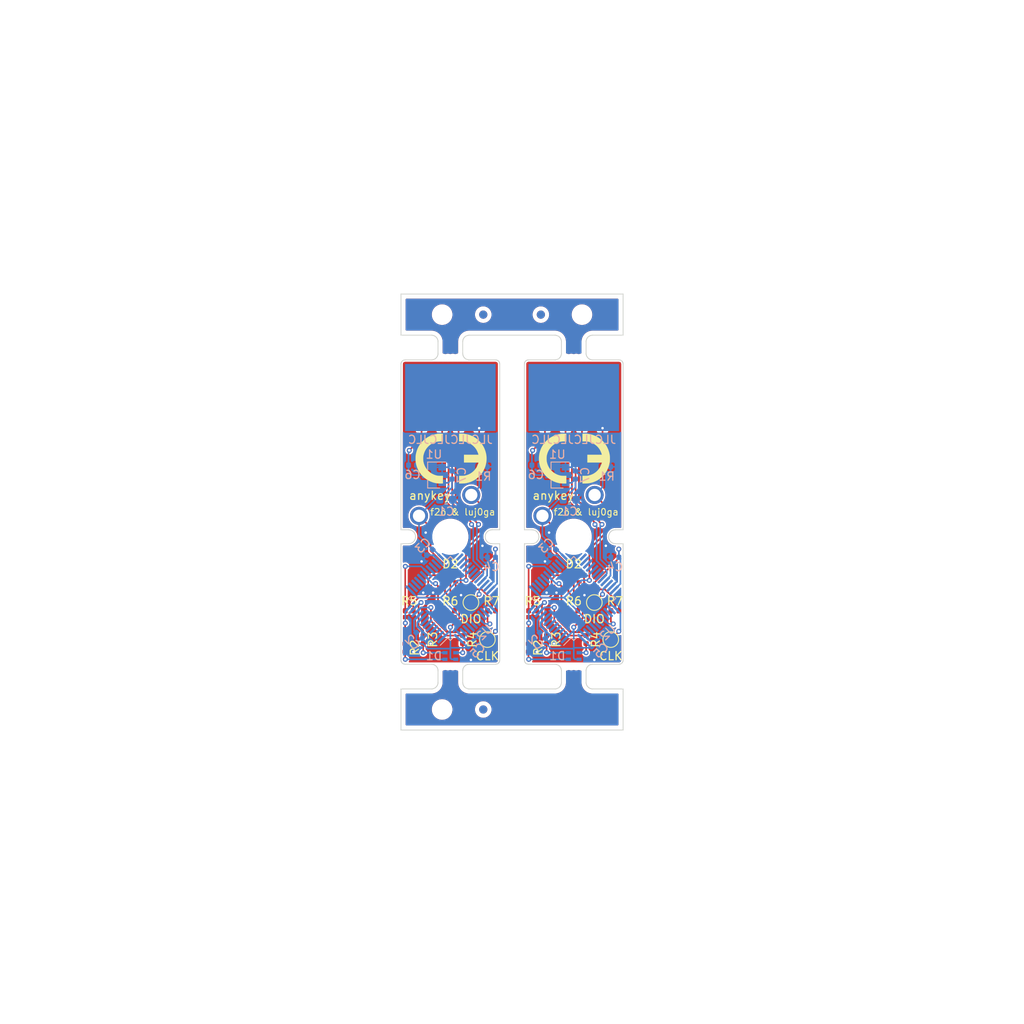
<source format=kicad_pcb>
(kicad_pcb (version 20171130) (host pcbnew 5.1.7)

  (general
    (thickness 1.6)
    (drawings 900)
    (tracks 466)
    (zones 0)
    (modules 79)
    (nets 95)
  )

  (page A4)
  (layers
    (0 F.Cu signal)
    (31 B.Cu signal)
    (32 B.Adhes user)
    (33 F.Adhes user)
    (34 B.Paste user)
    (35 F.Paste user)
    (36 B.SilkS user)
    (37 F.SilkS user)
    (38 B.Mask user)
    (39 F.Mask user)
    (40 Dwgs.User user)
    (41 Cmts.User user)
    (42 Eco1.User user)
    (43 Eco2.User user)
    (44 Edge.Cuts user)
    (45 Margin user)
    (46 B.CrtYd user)
    (47 F.CrtYd user)
    (48 B.Fab user)
    (49 F.Fab user)
  )

  (setup
    (last_trace_width 0.25)
    (trace_clearance 0.127)
    (zone_clearance 0.508)
    (zone_45_only no)
    (trace_min 0.2)
    (via_size 0.8)
    (via_drill 0.4)
    (via_min_size 0.4)
    (via_min_drill 0.3)
    (uvia_size 0.3)
    (uvia_drill 0.1)
    (uvias_allowed no)
    (uvia_min_size 0.2)
    (uvia_min_drill 0.1)
    (edge_width 0.05)
    (segment_width 0.2)
    (pcb_text_width 0.3)
    (pcb_text_size 1.5 1.5)
    (mod_edge_width 0.12)
    (mod_text_size 1 1)
    (mod_text_width 0.15)
    (pad_size 1.524 1.524)
    (pad_drill 0.762)
    (pad_to_mask_clearance 0.05)
    (aux_axis_origin 0 0)
    (visible_elements FFFFFF7F)
    (pcbplotparams
      (layerselection 0x010fc_ffffffff)
      (usegerberextensions true)
      (usegerberattributes true)
      (usegerberadvancedattributes true)
      (creategerberjobfile false)
      (excludeedgelayer true)
      (linewidth 0.100000)
      (plotframeref false)
      (viasonmask false)
      (mode 1)
      (useauxorigin false)
      (hpglpennumber 1)
      (hpglpenspeed 20)
      (hpglpendiameter 15.000000)
      (psnegative false)
      (psa4output false)
      (plotreference true)
      (plotvalue true)
      (plotinvisibletext false)
      (padsonsilk false)
      (subtractmaskfromsilk true)
      (outputformat 1)
      (mirror false)
      (drillshape 0)
      (scaleselection 1)
      (outputdirectory "../gerber/"))
  )

  (net 0 "")
  (net 1 Board_1-+3V3)
  (net 2 Board_1-/BTN1)
  (net 3 Board_1-/D+)
  (net 4 Board_1-/D-)
  (net 5 Board_1-/LED1_B)
  (net 6 Board_1-/LED1_G)
  (net 7 Board_1-/LED1_R)
  (net 8 Board_1-/LED2_B)
  (net 9 Board_1-/LED2_G)
  (net 10 Board_1-/LED2_R)
  (net 11 Board_1-/SWCLK)
  (net 12 Board_1-/SWDIO)
  (net 13 Board_1-GND)
  (net 14 "Board_1-Net-(D1-Pad1)")
  (net 15 "Board_1-Net-(D1-Pad3)")
  (net 16 "Board_1-Net-(D1-Pad4)")
  (net 17 "Board_1-Net-(D2-Pad1)")
  (net 18 "Board_1-Net-(D2-Pad3)")
  (net 19 "Board_1-Net-(D2-Pad4)")
  (net 20 "Board_1-Net-(U2-Pad14)")
  (net 21 "Board_1-Net-(U2-Pad15)")
  (net 22 "Board_1-Net-(U2-Pad16)")
  (net 23 "Board_1-Net-(U2-Pad17)")
  (net 24 "Board_1-Net-(U2-Pad2)")
  (net 25 "Board_1-Net-(U2-Pad20)")
  (net 26 "Board_1-Net-(U2-Pad21)")
  (net 27 "Board_1-Net-(U2-Pad22)")
  (net 28 "Board_1-Net-(U2-Pad25)")
  (net 29 "Board_1-Net-(U2-Pad26)")
  (net 30 "Board_1-Net-(U2-Pad27)")
  (net 31 "Board_1-Net-(U2-Pad28)")
  (net 32 "Board_1-Net-(U2-Pad29)")
  (net 33 "Board_1-Net-(U2-Pad3)")
  (net 34 "Board_1-Net-(U2-Pad30)")
  (net 35 "Board_1-Net-(U2-Pad31)")
  (net 36 "Board_1-Net-(U2-Pad38)")
  (net 37 "Board_1-Net-(U2-Pad39)")
  (net 38 "Board_1-Net-(U2-Pad4)")
  (net 39 "Board_1-Net-(U2-Pad40)")
  (net 40 "Board_1-Net-(U2-Pad42)")
  (net 41 "Board_1-Net-(U2-Pad43)")
  (net 42 "Board_1-Net-(U2-Pad45)")
  (net 43 "Board_1-Net-(U2-Pad46)")
  (net 44 "Board_1-Net-(U2-Pad5)")
  (net 45 "Board_1-Net-(U2-Pad6)")
  (net 46 "Board_1-Net-(U2-Pad7)")
  (net 47 Board_1-VBUS)
  (net 48 Board_2-+3V3)
  (net 49 Board_2-/BTN1)
  (net 50 Board_2-/D+)
  (net 51 Board_2-/D-)
  (net 52 Board_2-/LED1_B)
  (net 53 Board_2-/LED1_G)
  (net 54 Board_2-/LED1_R)
  (net 55 Board_2-/LED2_B)
  (net 56 Board_2-/LED2_G)
  (net 57 Board_2-/LED2_R)
  (net 58 Board_2-/SWCLK)
  (net 59 Board_2-/SWDIO)
  (net 60 Board_2-GND)
  (net 61 "Board_2-Net-(D1-Pad1)")
  (net 62 "Board_2-Net-(D1-Pad3)")
  (net 63 "Board_2-Net-(D1-Pad4)")
  (net 64 "Board_2-Net-(D2-Pad1)")
  (net 65 "Board_2-Net-(D2-Pad3)")
  (net 66 "Board_2-Net-(D2-Pad4)")
  (net 67 "Board_2-Net-(U2-Pad14)")
  (net 68 "Board_2-Net-(U2-Pad15)")
  (net 69 "Board_2-Net-(U2-Pad16)")
  (net 70 "Board_2-Net-(U2-Pad17)")
  (net 71 "Board_2-Net-(U2-Pad2)")
  (net 72 "Board_2-Net-(U2-Pad20)")
  (net 73 "Board_2-Net-(U2-Pad21)")
  (net 74 "Board_2-Net-(U2-Pad22)")
  (net 75 "Board_2-Net-(U2-Pad25)")
  (net 76 "Board_2-Net-(U2-Pad26)")
  (net 77 "Board_2-Net-(U2-Pad27)")
  (net 78 "Board_2-Net-(U2-Pad28)")
  (net 79 "Board_2-Net-(U2-Pad29)")
  (net 80 "Board_2-Net-(U2-Pad3)")
  (net 81 "Board_2-Net-(U2-Pad30)")
  (net 82 "Board_2-Net-(U2-Pad31)")
  (net 83 "Board_2-Net-(U2-Pad38)")
  (net 84 "Board_2-Net-(U2-Pad39)")
  (net 85 "Board_2-Net-(U2-Pad4)")
  (net 86 "Board_2-Net-(U2-Pad40)")
  (net 87 "Board_2-Net-(U2-Pad42)")
  (net 88 "Board_2-Net-(U2-Pad43)")
  (net 89 "Board_2-Net-(U2-Pad45)")
  (net 90 "Board_2-Net-(U2-Pad46)")
  (net 91 "Board_2-Net-(U2-Pad5)")
  (net 92 "Board_2-Net-(U2-Pad6)")
  (net 93 "Board_2-Net-(U2-Pad7)")
  (net 94 Board_2-VBUS)

  (net_class Default "This is the default net class."
    (clearance 0.127)
    (trace_width 0.25)
    (via_dia 0.8)
    (via_drill 0.4)
    (uvia_dia 0.3)
    (uvia_drill 0.1)
    (add_net Board_1-+3V3)
    (add_net Board_1-/BTN1)
    (add_net Board_1-/D+)
    (add_net Board_1-/D-)
    (add_net Board_1-/LED1_B)
    (add_net Board_1-/LED1_G)
    (add_net Board_1-/LED1_R)
    (add_net Board_1-/LED2_B)
    (add_net Board_1-/LED2_G)
    (add_net Board_1-/LED2_R)
    (add_net Board_1-/SWCLK)
    (add_net Board_1-/SWDIO)
    (add_net Board_1-GND)
    (add_net "Board_1-Net-(D1-Pad1)")
    (add_net "Board_1-Net-(D1-Pad3)")
    (add_net "Board_1-Net-(D1-Pad4)")
    (add_net "Board_1-Net-(D2-Pad1)")
    (add_net "Board_1-Net-(D2-Pad3)")
    (add_net "Board_1-Net-(D2-Pad4)")
    (add_net "Board_1-Net-(U2-Pad14)")
    (add_net "Board_1-Net-(U2-Pad15)")
    (add_net "Board_1-Net-(U2-Pad16)")
    (add_net "Board_1-Net-(U2-Pad17)")
    (add_net "Board_1-Net-(U2-Pad2)")
    (add_net "Board_1-Net-(U2-Pad20)")
    (add_net "Board_1-Net-(U2-Pad21)")
    (add_net "Board_1-Net-(U2-Pad22)")
    (add_net "Board_1-Net-(U2-Pad25)")
    (add_net "Board_1-Net-(U2-Pad26)")
    (add_net "Board_1-Net-(U2-Pad27)")
    (add_net "Board_1-Net-(U2-Pad28)")
    (add_net "Board_1-Net-(U2-Pad29)")
    (add_net "Board_1-Net-(U2-Pad3)")
    (add_net "Board_1-Net-(U2-Pad30)")
    (add_net "Board_1-Net-(U2-Pad31)")
    (add_net "Board_1-Net-(U2-Pad38)")
    (add_net "Board_1-Net-(U2-Pad39)")
    (add_net "Board_1-Net-(U2-Pad4)")
    (add_net "Board_1-Net-(U2-Pad40)")
    (add_net "Board_1-Net-(U2-Pad42)")
    (add_net "Board_1-Net-(U2-Pad43)")
    (add_net "Board_1-Net-(U2-Pad45)")
    (add_net "Board_1-Net-(U2-Pad46)")
    (add_net "Board_1-Net-(U2-Pad5)")
    (add_net "Board_1-Net-(U2-Pad6)")
    (add_net "Board_1-Net-(U2-Pad7)")
    (add_net Board_1-VBUS)
    (add_net Board_2-+3V3)
    (add_net Board_2-/BTN1)
    (add_net Board_2-/D+)
    (add_net Board_2-/D-)
    (add_net Board_2-/LED1_B)
    (add_net Board_2-/LED1_G)
    (add_net Board_2-/LED1_R)
    (add_net Board_2-/LED2_B)
    (add_net Board_2-/LED2_G)
    (add_net Board_2-/LED2_R)
    (add_net Board_2-/SWCLK)
    (add_net Board_2-/SWDIO)
    (add_net Board_2-GND)
    (add_net "Board_2-Net-(D1-Pad1)")
    (add_net "Board_2-Net-(D1-Pad3)")
    (add_net "Board_2-Net-(D1-Pad4)")
    (add_net "Board_2-Net-(D2-Pad1)")
    (add_net "Board_2-Net-(D2-Pad3)")
    (add_net "Board_2-Net-(D2-Pad4)")
    (add_net "Board_2-Net-(U2-Pad14)")
    (add_net "Board_2-Net-(U2-Pad15)")
    (add_net "Board_2-Net-(U2-Pad16)")
    (add_net "Board_2-Net-(U2-Pad17)")
    (add_net "Board_2-Net-(U2-Pad2)")
    (add_net "Board_2-Net-(U2-Pad20)")
    (add_net "Board_2-Net-(U2-Pad21)")
    (add_net "Board_2-Net-(U2-Pad22)")
    (add_net "Board_2-Net-(U2-Pad25)")
    (add_net "Board_2-Net-(U2-Pad26)")
    (add_net "Board_2-Net-(U2-Pad27)")
    (add_net "Board_2-Net-(U2-Pad28)")
    (add_net "Board_2-Net-(U2-Pad29)")
    (add_net "Board_2-Net-(U2-Pad3)")
    (add_net "Board_2-Net-(U2-Pad30)")
    (add_net "Board_2-Net-(U2-Pad31)")
    (add_net "Board_2-Net-(U2-Pad38)")
    (add_net "Board_2-Net-(U2-Pad39)")
    (add_net "Board_2-Net-(U2-Pad4)")
    (add_net "Board_2-Net-(U2-Pad40)")
    (add_net "Board_2-Net-(U2-Pad42)")
    (add_net "Board_2-Net-(U2-Pad43)")
    (add_net "Board_2-Net-(U2-Pad45)")
    (add_net "Board_2-Net-(U2-Pad46)")
    (add_net "Board_2-Net-(U2-Pad5)")
    (add_net "Board_2-Net-(U2-Pad6)")
    (add_net "Board_2-Net-(U2-Pad7)")
    (add_net Board_2-VBUS)
  )

  (module NPTH (layer F.Cu) (tedit 5E89AAAA) (tstamp 5F97918A)
    (at 72.500025 87.101)
    (fp_text reference REF** (at 0 0.5) (layer F.SilkS) hide
      (effects (font (size 1 1) (thickness 0.15)))
    )
    (fp_text value NPTH (at 0 -0.5) (layer F.Fab) hide
      (effects (font (size 1 1) (thickness 0.15)))
    )
    (pad "" np_thru_hole circle (at 0 0) (size 0.3 0.3) (drill 0.3) (layers *.Cu *.Mask))
  )

  (module NPTH (layer F.Cu) (tedit 5E89AAAA) (tstamp 5F979182)
    (at 71.900025 87.101)
    (fp_text reference REF** (at 0 0.5) (layer F.SilkS) hide
      (effects (font (size 1 1) (thickness 0.15)))
    )
    (fp_text value NPTH (at 0 -0.5) (layer F.Fab) hide
      (effects (font (size 1 1) (thickness 0.15)))
    )
    (pad "" np_thru_hole circle (at 0 0) (size 0.3 0.3) (drill 0.3) (layers *.Cu *.Mask))
  )

  (module NPTH (layer F.Cu) (tedit 5E89AAAA) (tstamp 5F97917A)
    (at 71.300025 87.101)
    (fp_text reference REF** (at 0 0.5) (layer F.SilkS) hide
      (effects (font (size 1 1) (thickness 0.15)))
    )
    (fp_text value NPTH (at 0 -0.5) (layer F.Fab) hide
      (effects (font (size 1 1) (thickness 0.15)))
    )
    (pad "" np_thru_hole circle (at 0 0) (size 0.3 0.3) (drill 0.3) (layers *.Cu *.Mask))
  )

  (module NPTH (layer F.Cu) (tedit 5E89AAAA) (tstamp 5F979172)
    (at 70.700025 87.101)
    (fp_text reference REF** (at 0 0.5) (layer F.SilkS) hide
      (effects (font (size 1 1) (thickness 0.15)))
    )
    (fp_text value NPTH (at 0 -0.5) (layer F.Fab) hide
      (effects (font (size 1 1) (thickness 0.15)))
    )
    (pad "" np_thru_hole circle (at 0 0) (size 0.3 0.3) (drill 0.3) (layers *.Cu *.Mask))
  )

  (module NPTH (layer F.Cu) (tedit 5E89AAAA) (tstamp 5F97916A)
    (at 70.100025 87.101)
    (fp_text reference REF** (at 0 0.5) (layer F.SilkS) hide
      (effects (font (size 1 1) (thickness 0.15)))
    )
    (fp_text value NPTH (at 0 -0.5) (layer F.Fab) hide
      (effects (font (size 1 1) (thickness 0.15)))
    )
    (pad "" np_thru_hole circle (at 0 0) (size 0.3 0.3) (drill 0.3) (layers *.Cu *.Mask))
  )

  (module NPTH (layer F.Cu) (tedit 5E89AAAA) (tstamp 5F979162)
    (at 69.500025 87.101)
    (fp_text reference REF** (at 0 0.5) (layer F.SilkS) hide
      (effects (font (size 1 1) (thickness 0.15)))
    )
    (fp_text value NPTH (at 0 -0.5) (layer F.Fab) hide
      (effects (font (size 1 1) (thickness 0.15)))
    )
    (pad "" np_thru_hole circle (at 0 0) (size 0.3 0.3) (drill 0.3) (layers *.Cu *.Mask))
  )

  (module NPTH (layer F.Cu) (tedit 5E89AAAA) (tstamp 5F97915A)
    (at 69.500025 49.899)
    (fp_text reference REF** (at 0 0.5) (layer F.SilkS) hide
      (effects (font (size 1 1) (thickness 0.15)))
    )
    (fp_text value NPTH (at 0 -0.5) (layer F.Fab) hide
      (effects (font (size 1 1) (thickness 0.15)))
    )
    (pad "" np_thru_hole circle (at 0 0) (size 0.3 0.3) (drill 0.3) (layers *.Cu *.Mask))
  )

  (module NPTH (layer F.Cu) (tedit 5E89AAAA) (tstamp 5F979152)
    (at 70.100025 49.899)
    (fp_text reference REF** (at 0 0.5) (layer F.SilkS) hide
      (effects (font (size 1 1) (thickness 0.15)))
    )
    (fp_text value NPTH (at 0 -0.5) (layer F.Fab) hide
      (effects (font (size 1 1) (thickness 0.15)))
    )
    (pad "" np_thru_hole circle (at 0 0) (size 0.3 0.3) (drill 0.3) (layers *.Cu *.Mask))
  )

  (module NPTH (layer F.Cu) (tedit 5E89AAAA) (tstamp 5F97914A)
    (at 70.700025 49.899)
    (fp_text reference REF** (at 0 0.5) (layer F.SilkS) hide
      (effects (font (size 1 1) (thickness 0.15)))
    )
    (fp_text value NPTH (at 0 -0.5) (layer F.Fab) hide
      (effects (font (size 1 1) (thickness 0.15)))
    )
    (pad "" np_thru_hole circle (at 0 0) (size 0.3 0.3) (drill 0.3) (layers *.Cu *.Mask))
  )

  (module NPTH (layer F.Cu) (tedit 5E89AAAA) (tstamp 5F979142)
    (at 71.300025 49.899)
    (fp_text reference REF** (at 0 0.5) (layer F.SilkS) hide
      (effects (font (size 1 1) (thickness 0.15)))
    )
    (fp_text value NPTH (at 0 -0.5) (layer F.Fab) hide
      (effects (font (size 1 1) (thickness 0.15)))
    )
    (pad "" np_thru_hole circle (at 0 0) (size 0.3 0.3) (drill 0.3) (layers *.Cu *.Mask))
  )

  (module NPTH (layer F.Cu) (tedit 5E89AAAA) (tstamp 5F97913A)
    (at 71.900025 49.899)
    (fp_text reference REF** (at 0 0.5) (layer F.SilkS) hide
      (effects (font (size 1 1) (thickness 0.15)))
    )
    (fp_text value NPTH (at 0 -0.5) (layer F.Fab) hide
      (effects (font (size 1 1) (thickness 0.15)))
    )
    (pad "" np_thru_hole circle (at 0 0) (size 0.3 0.3) (drill 0.3) (layers *.Cu *.Mask))
  )

  (module NPTH (layer F.Cu) (tedit 5E89AAAA) (tstamp 5F979132)
    (at 72.500025 49.899)
    (fp_text reference REF** (at 0 0.5) (layer F.SilkS) hide
      (effects (font (size 1 1) (thickness 0.15)))
    )
    (fp_text value NPTH (at 0 -0.5) (layer F.Fab) hide
      (effects (font (size 1 1) (thickness 0.15)))
    )
    (pad "" np_thru_hole circle (at 0 0) (size 0.3 0.3) (drill 0.3) (layers *.Cu *.Mask))
  )

  (module NPTH (layer F.Cu) (tedit 5E89AAAA) (tstamp 5F97912A)
    (at 57.500008 87.101)
    (fp_text reference REF** (at 0 0.5) (layer F.SilkS) hide
      (effects (font (size 1 1) (thickness 0.15)))
    )
    (fp_text value NPTH (at 0 -0.5) (layer F.Fab) hide
      (effects (font (size 1 1) (thickness 0.15)))
    )
    (pad "" np_thru_hole circle (at 0 0) (size 0.3 0.3) (drill 0.3) (layers *.Cu *.Mask))
  )

  (module NPTH (layer F.Cu) (tedit 5E89AAAA) (tstamp 5F979122)
    (at 56.900008 87.101)
    (fp_text reference REF** (at 0 0.5) (layer F.SilkS) hide
      (effects (font (size 1 1) (thickness 0.15)))
    )
    (fp_text value NPTH (at 0 -0.5) (layer F.Fab) hide
      (effects (font (size 1 1) (thickness 0.15)))
    )
    (pad "" np_thru_hole circle (at 0 0) (size 0.3 0.3) (drill 0.3) (layers *.Cu *.Mask))
  )

  (module NPTH (layer F.Cu) (tedit 5E89AAAA) (tstamp 5F97911A)
    (at 56.300008 87.101)
    (fp_text reference REF** (at 0 0.5) (layer F.SilkS) hide
      (effects (font (size 1 1) (thickness 0.15)))
    )
    (fp_text value NPTH (at 0 -0.5) (layer F.Fab) hide
      (effects (font (size 1 1) (thickness 0.15)))
    )
    (pad "" np_thru_hole circle (at 0 0) (size 0.3 0.3) (drill 0.3) (layers *.Cu *.Mask))
  )

  (module NPTH (layer F.Cu) (tedit 5E89AAAA) (tstamp 5F979112)
    (at 55.700008 87.101)
    (fp_text reference REF** (at 0 0.5) (layer F.SilkS) hide
      (effects (font (size 1 1) (thickness 0.15)))
    )
    (fp_text value NPTH (at 0 -0.5) (layer F.Fab) hide
      (effects (font (size 1 1) (thickness 0.15)))
    )
    (pad "" np_thru_hole circle (at 0 0) (size 0.3 0.3) (drill 0.3) (layers *.Cu *.Mask))
  )

  (module NPTH (layer F.Cu) (tedit 5E89AAAA) (tstamp 5F97910A)
    (at 55.100008 87.101)
    (fp_text reference REF** (at 0 0.5) (layer F.SilkS) hide
      (effects (font (size 1 1) (thickness 0.15)))
    )
    (fp_text value NPTH (at 0 -0.5) (layer F.Fab) hide
      (effects (font (size 1 1) (thickness 0.15)))
    )
    (pad "" np_thru_hole circle (at 0 0) (size 0.3 0.3) (drill 0.3) (layers *.Cu *.Mask))
  )

  (module NPTH (layer F.Cu) (tedit 5E89AAAA) (tstamp 5F979102)
    (at 54.500008 87.101)
    (fp_text reference REF** (at 0 0.5) (layer F.SilkS) hide
      (effects (font (size 1 1) (thickness 0.15)))
    )
    (fp_text value NPTH (at 0 -0.5) (layer F.Fab) hide
      (effects (font (size 1 1) (thickness 0.15)))
    )
    (pad "" np_thru_hole circle (at 0 0) (size 0.3 0.3) (drill 0.3) (layers *.Cu *.Mask))
  )

  (module NPTH (layer F.Cu) (tedit 5E89AAAA) (tstamp 5F9790FA)
    (at 54.500008 49.899)
    (fp_text reference REF** (at 0 0.5) (layer F.SilkS) hide
      (effects (font (size 1 1) (thickness 0.15)))
    )
    (fp_text value NPTH (at 0 -0.5) (layer F.Fab) hide
      (effects (font (size 1 1) (thickness 0.15)))
    )
    (pad "" np_thru_hole circle (at 0 0) (size 0.3 0.3) (drill 0.3) (layers *.Cu *.Mask))
  )

  (module NPTH (layer F.Cu) (tedit 5E89AAAA) (tstamp 5F9790F2)
    (at 55.100008 49.899)
    (fp_text reference REF** (at 0 0.5) (layer F.SilkS) hide
      (effects (font (size 1 1) (thickness 0.15)))
    )
    (fp_text value NPTH (at 0 -0.5) (layer F.Fab) hide
      (effects (font (size 1 1) (thickness 0.15)))
    )
    (pad "" np_thru_hole circle (at 0 0) (size 0.3 0.3) (drill 0.3) (layers *.Cu *.Mask))
  )

  (module NPTH (layer F.Cu) (tedit 5E89AAAA) (tstamp 5F9790EA)
    (at 55.700008 49.899)
    (fp_text reference REF** (at 0 0.5) (layer F.SilkS) hide
      (effects (font (size 1 1) (thickness 0.15)))
    )
    (fp_text value NPTH (at 0 -0.5) (layer F.Fab) hide
      (effects (font (size 1 1) (thickness 0.15)))
    )
    (pad "" np_thru_hole circle (at 0 0) (size 0.3 0.3) (drill 0.3) (layers *.Cu *.Mask))
  )

  (module NPTH (layer F.Cu) (tedit 5E89AAAA) (tstamp 5F9790E2)
    (at 56.300008 49.899)
    (fp_text reference REF** (at 0 0.5) (layer F.SilkS) hide
      (effects (font (size 1 1) (thickness 0.15)))
    )
    (fp_text value NPTH (at 0 -0.5) (layer F.Fab) hide
      (effects (font (size 1 1) (thickness 0.15)))
    )
    (pad "" np_thru_hole circle (at 0 0) (size 0.3 0.3) (drill 0.3) (layers *.Cu *.Mask))
  )

  (module NPTH (layer F.Cu) (tedit 5E89AAAA) (tstamp 5F9790DA)
    (at 56.900008 49.899)
    (fp_text reference REF** (at 0 0.5) (layer F.SilkS) hide
      (effects (font (size 1 1) (thickness 0.15)))
    )
    (fp_text value NPTH (at 0 -0.5) (layer F.Fab) hide
      (effects (font (size 1 1) (thickness 0.15)))
    )
    (pad "" np_thru_hole circle (at 0 0) (size 0.3 0.3) (drill 0.3) (layers *.Cu *.Mask))
  )

  (module NPTH (layer F.Cu) (tedit 5E89AAAA) (tstamp 5F9790D2)
    (at 57.500008 49.899)
    (fp_text reference REF** (at 0 0.5) (layer F.SilkS) hide
      (effects (font (size 1 1) (thickness 0.15)))
    )
    (fp_text value NPTH (at 0 -0.5) (layer F.Fab) hide
      (effects (font (size 1 1) (thickness 0.15)))
    )
    (pad "" np_thru_hole circle (at 0 0) (size 0.3 0.3) (drill 0.3) (layers *.Cu *.Mask))
  )

  (module NPTH (layer F.Cu) (tedit 5E89AAAA) (tstamp 5F9790CA)
    (at 54.999 92.501017)
    (fp_text reference REF** (at 0 0.5) (layer F.SilkS) hide
      (effects (font (size 1 1) (thickness 0.15)))
    )
    (fp_text value NPTH (at 0 -0.5) (layer F.Fab) hide
      (effects (font (size 1 1) (thickness 0.15)))
    )
    (pad "" np_thru_hole circle (at 0 0) (size 1.5 1.5) (drill 1.5) (layers *.Cu *.Mask))
  )

  (module NPTH (layer F.Cu) (tedit 5E89AAAA) (tstamp 5F9790C2)
    (at 72.001018 44.499)
    (fp_text reference REF** (at 0 0.5) (layer F.SilkS) hide
      (effects (font (size 1 1) (thickness 0.15)))
    )
    (fp_text value NPTH (at 0 -0.5) (layer F.Fab) hide
      (effects (font (size 1 1) (thickness 0.15)))
    )
    (pad "" np_thru_hole circle (at 0 0) (size 1.5 1.5) (drill 1.5) (layers *.Cu *.Mask))
  )

  (module NPTH (layer F.Cu) (tedit 5E89AAAA) (tstamp 5F9790BA)
    (at 54.999 44.499)
    (fp_text reference REF** (at 0 0.5) (layer F.SilkS) hide
      (effects (font (size 1 1) (thickness 0.15)))
    )
    (fp_text value NPTH (at 0 -0.5) (layer F.Fab) hide
      (effects (font (size 1 1) (thickness 0.15)))
    )
    (pad "" np_thru_hole circle (at 0 0) (size 1.5 1.5) (drill 1.5) (layers *.Cu *.Mask))
  )

  (module Fiducial (layer B.Cu) (tedit 5EA93A7C) (tstamp 5F9790B2)
    (at 59.999 92.501017)
    (descr "Circular Fiducial")
    (tags fiducial)
    (attr smd)
    (fp_text reference REF** (at 0 1.5) (layer B.SilkS) hide
      (effects (font (size 1 1) (thickness 0.15)) (justify mirror))
    )
    (fp_text value Fiducial (at 0 -1.5) (layer B.Fab) hide
      (effects (font (size 1 1) (thickness 0.15)) (justify mirror))
    )
    (pad "" smd circle (at 0 0) (size 1 1) (layers B.Cu B.Mask)
      (solder_mask_margin 0.5) (clearance 0.5))
  )

  (module Fiducial (layer F.Cu) (tedit 5EA93A7C) (tstamp 5F9790AA)
    (at 59.999 92.501017)
    (descr "Circular Fiducial")
    (tags fiducial)
    (attr smd)
    (fp_text reference REF** (at 0 -1.5) (layer F.SilkS) hide
      (effects (font (size 1 1) (thickness 0.15)))
    )
    (fp_text value Fiducial (at 0 1.5) (layer F.Fab) hide
      (effects (font (size 1 1) (thickness 0.15)))
    )
    (pad "" smd circle (at 0 0) (size 1 1) (layers F.Cu F.Mask)
      (solder_mask_margin 0.5) (clearance 0.5))
  )

  (module Fiducial (layer B.Cu) (tedit 5EA93A7C) (tstamp 5F9790A2)
    (at 67.001018 44.499)
    (descr "Circular Fiducial")
    (tags fiducial)
    (attr smd)
    (fp_text reference REF** (at 0 1.5) (layer B.SilkS) hide
      (effects (font (size 1 1) (thickness 0.15)) (justify mirror))
    )
    (fp_text value Fiducial (at 0 -1.5) (layer B.Fab) hide
      (effects (font (size 1 1) (thickness 0.15)) (justify mirror))
    )
    (pad "" smd circle (at 0 0) (size 1 1) (layers B.Cu B.Mask)
      (solder_mask_margin 0.5) (clearance 0.5))
  )

  (module Fiducial (layer F.Cu) (tedit 5EA93A7C) (tstamp 5F97909A)
    (at 67.001018 44.499)
    (descr "Circular Fiducial")
    (tags fiducial)
    (attr smd)
    (fp_text reference REF** (at 0 -1.5) (layer F.SilkS) hide
      (effects (font (size 1 1) (thickness 0.15)))
    )
    (fp_text value Fiducial (at 0 1.5) (layer F.Fab) hide
      (effects (font (size 1 1) (thickness 0.15)))
    )
    (pad "" smd circle (at 0 0) (size 1 1) (layers F.Cu F.Mask)
      (solder_mask_margin 0.5) (clearance 0.5))
  )

  (module Fiducial (layer B.Cu) (tedit 5EA93A7C) (tstamp 5F979092)
    (at 59.999 44.499)
    (descr "Circular Fiducial")
    (tags fiducial)
    (attr smd)
    (fp_text reference REF** (at 0 1.5) (layer B.SilkS) hide
      (effects (font (size 1 1) (thickness 0.15)) (justify mirror))
    )
    (fp_text value Fiducial (at 0 -1.5) (layer B.Fab) hide
      (effects (font (size 1 1) (thickness 0.15)) (justify mirror))
    )
    (pad "" smd circle (at 0 0) (size 1 1) (layers B.Cu B.Mask)
      (solder_mask_margin 0.5) (clearance 0.5))
  )

  (module Fiducial (layer F.Cu) (tedit 5EA93A7C) (tstamp 5F97908A)
    (at 59.999 44.499)
    (descr "Circular Fiducial")
    (tags fiducial)
    (attr smd)
    (fp_text reference REF** (at 0 -1.5) (layer F.SilkS) hide
      (effects (font (size 1 1) (thickness 0.15)))
    )
    (fp_text value Fiducial (at 0 1.5) (layer F.Fab) hide
      (effects (font (size 1 1) (thickness 0.15)))
    )
    (pad "" smd circle (at 0 0) (size 1 1) (layers F.Cu F.Mask)
      (solder_mask_margin 0.5) (clearance 0.5))
  )

  (module Capacitor_SMD:C_0603_1608Metric (layer B.Cu) (tedit 5B301BBE) (tstamp 5F978F86)
    (at 70.500018 67.000001)
    (descr "Capacitor SMD 0603 (1608 Metric), square (rectangular) end terminal, IPC_7351 nominal, (Body size source: http://www.tortai-tech.com/upload/download/2011102023233369053.pdf), generated with kicad-footprint-generator")
    (tags capacitor)
    (path /5F898D1B)
    (attr smd)
    (fp_text reference C1 (at 0 1.43) (layer B.SilkS)
      (effects (font (size 1 1) (thickness 0.15)) (justify mirror))
    )
    (fp_text value 10u (at 0 -1.43) (layer B.Fab)
      (effects (font (size 1 1) (thickness 0.15)) (justify mirror))
    )
    (fp_line (start 1.48 -0.73) (end -1.48 -0.73) (layer B.CrtYd) (width 0.05))
    (fp_line (start 1.48 0.73) (end 1.48 -0.73) (layer B.CrtYd) (width 0.05))
    (fp_line (start -1.48 0.73) (end 1.48 0.73) (layer B.CrtYd) (width 0.05))
    (fp_line (start -1.48 -0.73) (end -1.48 0.73) (layer B.CrtYd) (width 0.05))
    (fp_line (start -0.162779 -0.51) (end 0.162779 -0.51) (layer B.SilkS) (width 0.12))
    (fp_line (start -0.162779 0.51) (end 0.162779 0.51) (layer B.SilkS) (width 0.12))
    (fp_line (start 0.8 -0.4) (end -0.8 -0.4) (layer B.Fab) (width 0.1))
    (fp_line (start 0.8 0.4) (end 0.8 -0.4) (layer B.Fab) (width 0.1))
    (fp_line (start -0.8 0.4) (end 0.8 0.4) (layer B.Fab) (width 0.1))
    (fp_line (start -0.8 -0.4) (end -0.8 0.4) (layer B.Fab) (width 0.1))
    (fp_text user %R (at 0 0) (layer B.Fab)
      (effects (font (size 0.4 0.4) (thickness 0.06)) (justify mirror))
    )
    (pad 1 smd roundrect (at -0.7875 0) (size 0.875 0.95) (layers B.Cu B.Paste B.Mask) (roundrect_rratio 0.25)
      (net 48 Board_2-+3V3))
    (pad 2 smd roundrect (at 0.7875 0) (size 0.875 0.95) (layers B.Cu B.Paste B.Mask) (roundrect_rratio 0.25)
      (net 60 Board_2-GND))
    (model ${KISYS3DMOD}/Capacitor_SMD.3dshapes/C_0603_1608Metric.wrl
      (at (xyz 0 0 0))
      (scale (xyz 1 1 1))
      (rotate (xyz 0 0 0))
    )
  )

  (module Capacitor_SMD:C_0402_1005Metric (layer B.Cu) (tedit 5B301BBE) (tstamp 5F978F78)
    (at 67.200018 83.500001 315)
    (descr "Capacitor SMD 0402 (1005 Metric), square (rectangular) end terminal, IPC_7351 nominal, (Body size source: http://www.tortai-tech.com/upload/download/2011102023233369053.pdf), generated with kicad-footprint-generator")
    (tags capacitor)
    (path /5F89352A)
    (attr smd)
    (fp_text reference C2 (at 0 1.17 135) (layer B.SilkS)
      (effects (font (size 1 1) (thickness 0.15)) (justify mirror))
    )
    (fp_text value 100n (at 0 -1.17 135) (layer B.Fab)
      (effects (font (size 1 1) (thickness 0.15)) (justify mirror))
    )
    (fp_line (start 0.93 -0.47) (end -0.93 -0.47) (layer B.CrtYd) (width 0.05))
    (fp_line (start 0.93 0.47) (end 0.93 -0.47) (layer B.CrtYd) (width 0.05))
    (fp_line (start -0.93 0.47) (end 0.93 0.47) (layer B.CrtYd) (width 0.05))
    (fp_line (start -0.93 -0.47) (end -0.93 0.47) (layer B.CrtYd) (width 0.05))
    (fp_line (start 0.5 -0.25) (end -0.5 -0.25) (layer B.Fab) (width 0.1))
    (fp_line (start 0.5 0.25) (end 0.5 -0.25) (layer B.Fab) (width 0.1))
    (fp_line (start -0.5 0.25) (end 0.5 0.25) (layer B.Fab) (width 0.1))
    (fp_line (start -0.5 -0.25) (end -0.5 0.25) (layer B.Fab) (width 0.1))
    (fp_text user %R (at 0 0 135) (layer B.Fab)
      (effects (font (size 0.25 0.25) (thickness 0.04)) (justify mirror))
    )
    (pad 1 smd roundrect (at -0.485 0 315) (size 0.59 0.64) (layers B.Cu B.Paste B.Mask) (roundrect_rratio 0.25)
      (net 48 Board_2-+3V3))
    (pad 2 smd roundrect (at 0.485 0 315) (size 0.59 0.64) (layers B.Cu B.Paste B.Mask) (roundrect_rratio 0.25)
      (net 60 Board_2-GND))
    (model ${KISYS3DMOD}/Capacitor_SMD.3dshapes/C_0402_1005Metric.wrl
      (at (xyz 0 0 0))
      (scale (xyz 1 1 1))
      (rotate (xyz 0 0 0))
    )
  )

  (module Capacitor_SMD:C_0402_1005Metric (layer B.Cu) (tedit 5B301BBE) (tstamp 5F978F6A)
    (at 68.500018 73.400001 225)
    (descr "Capacitor SMD 0402 (1005 Metric), square (rectangular) end terminal, IPC_7351 nominal, (Body size source: http://www.tortai-tech.com/upload/download/2011102023233369053.pdf), generated with kicad-footprint-generator")
    (tags capacitor)
    (path /5F893113)
    (attr smd)
    (fp_text reference C3 (at 0 1.17 45) (layer B.SilkS)
      (effects (font (size 1 1) (thickness 0.15)) (justify mirror))
    )
    (fp_text value 100n (at 0 -1.17 45) (layer B.Fab)
      (effects (font (size 1 1) (thickness 0.15)) (justify mirror))
    )
    (fp_line (start -0.5 -0.25) (end -0.5 0.25) (layer B.Fab) (width 0.1))
    (fp_line (start -0.5 0.25) (end 0.5 0.25) (layer B.Fab) (width 0.1))
    (fp_line (start 0.5 0.25) (end 0.5 -0.25) (layer B.Fab) (width 0.1))
    (fp_line (start 0.5 -0.25) (end -0.5 -0.25) (layer B.Fab) (width 0.1))
    (fp_line (start -0.93 -0.47) (end -0.93 0.47) (layer B.CrtYd) (width 0.05))
    (fp_line (start -0.93 0.47) (end 0.93 0.47) (layer B.CrtYd) (width 0.05))
    (fp_line (start 0.93 0.47) (end 0.93 -0.47) (layer B.CrtYd) (width 0.05))
    (fp_line (start 0.93 -0.47) (end -0.93 -0.47) (layer B.CrtYd) (width 0.05))
    (fp_text user %R (at 0 0 45) (layer B.Fab)
      (effects (font (size 0.25 0.25) (thickness 0.04)) (justify mirror))
    )
    (pad 2 smd roundrect (at 0.485 0 225) (size 0.59 0.64) (layers B.Cu B.Paste B.Mask) (roundrect_rratio 0.25)
      (net 60 Board_2-GND))
    (pad 1 smd roundrect (at -0.485 0 225) (size 0.59 0.64) (layers B.Cu B.Paste B.Mask) (roundrect_rratio 0.25)
      (net 48 Board_2-+3V3))
    (model ${KISYS3DMOD}/Capacitor_SMD.3dshapes/C_0402_1005Metric.wrl
      (at (xyz 0 0 0))
      (scale (xyz 1 1 1))
      (rotate (xyz 0 0 0))
    )
  )

  (module Capacitor_SMD:C_0402_1005Metric (layer B.Cu) (tedit 5B301BBE) (tstamp 5F978F5C)
    (at 73.500018 84.500001 45)
    (descr "Capacitor SMD 0402 (1005 Metric), square (rectangular) end terminal, IPC_7351 nominal, (Body size source: http://www.tortai-tech.com/upload/download/2011102023233369053.pdf), generated with kicad-footprint-generator")
    (tags capacitor)
    (path /5F8989CC)
    (attr smd)
    (fp_text reference C5 (at 0 1.17 45) (layer B.SilkS)
      (effects (font (size 1 1) (thickness 0.15)) (justify mirror))
    )
    (fp_text value 100n (at 0 -1.17 45) (layer B.Fab)
      (effects (font (size 1 1) (thickness 0.15)) (justify mirror))
    )
    (fp_line (start -0.5 -0.25) (end -0.5 0.25) (layer B.Fab) (width 0.1))
    (fp_line (start -0.5 0.25) (end 0.5 0.25) (layer B.Fab) (width 0.1))
    (fp_line (start 0.5 0.25) (end 0.5 -0.25) (layer B.Fab) (width 0.1))
    (fp_line (start 0.5 -0.25) (end -0.5 -0.25) (layer B.Fab) (width 0.1))
    (fp_line (start -0.93 -0.47) (end -0.93 0.47) (layer B.CrtYd) (width 0.05))
    (fp_line (start -0.93 0.47) (end 0.93 0.47) (layer B.CrtYd) (width 0.05))
    (fp_line (start 0.93 0.47) (end 0.93 -0.47) (layer B.CrtYd) (width 0.05))
    (fp_line (start 0.93 -0.47) (end -0.93 -0.47) (layer B.CrtYd) (width 0.05))
    (fp_text user %R (at 0 0 45) (layer B.Fab)
      (effects (font (size 0.25 0.25) (thickness 0.04)) (justify mirror))
    )
    (pad 2 smd roundrect (at 0.485 0 45) (size 0.59 0.64) (layers B.Cu B.Paste B.Mask) (roundrect_rratio 0.25)
      (net 60 Board_2-GND))
    (pad 1 smd roundrect (at -0.485 0 45) (size 0.59 0.64) (layers B.Cu B.Paste B.Mask) (roundrect_rratio 0.25)
      (net 48 Board_2-+3V3))
    (model ${KISYS3DMOD}/Capacitor_SMD.3dshapes/C_0402_1005Metric.wrl
      (at (xyz 0 0 0))
      (scale (xyz 1 1 1))
      (rotate (xyz 0 0 0))
    )
  )

  (module Capacitor_SMD:C_0402_1005Metric (layer B.Cu) (tedit 5B301BBE) (tstamp 5F978F4E)
    (at 71.200018 64.000001 90)
    (descr "Capacitor SMD 0402 (1005 Metric), square (rectangular) end terminal, IPC_7351 nominal, (Body size source: http://www.tortai-tech.com/upload/download/2011102023233369053.pdf), generated with kicad-footprint-generator")
    (tags capacitor)
    (path /5F9081DC)
    (attr smd)
    (fp_text reference C7 (at 0 1.17 -90) (layer B.SilkS)
      (effects (font (size 1 1) (thickness 0.15)) (justify mirror))
    )
    (fp_text value 1u (at 0 -1.17 -90) (layer B.Fab)
      (effects (font (size 1 1) (thickness 0.15)) (justify mirror))
    )
    (fp_line (start -0.5 -0.25) (end -0.5 0.25) (layer B.Fab) (width 0.1))
    (fp_line (start -0.5 0.25) (end 0.5 0.25) (layer B.Fab) (width 0.1))
    (fp_line (start 0.5 0.25) (end 0.5 -0.25) (layer B.Fab) (width 0.1))
    (fp_line (start 0.5 -0.25) (end -0.5 -0.25) (layer B.Fab) (width 0.1))
    (fp_line (start -0.93 -0.47) (end -0.93 0.47) (layer B.CrtYd) (width 0.05))
    (fp_line (start -0.93 0.47) (end 0.93 0.47) (layer B.CrtYd) (width 0.05))
    (fp_line (start 0.93 0.47) (end 0.93 -0.47) (layer B.CrtYd) (width 0.05))
    (fp_line (start 0.93 -0.47) (end -0.93 -0.47) (layer B.CrtYd) (width 0.05))
    (fp_text user %R (at 0 0 -90) (layer B.Fab)
      (effects (font (size 0.25 0.25) (thickness 0.04)) (justify mirror))
    )
    (pad 2 smd roundrect (at 0.485 0 90) (size 0.59 0.64) (layers B.Cu B.Paste B.Mask) (roundrect_rratio 0.25)
      (net 60 Board_2-GND))
    (pad 1 smd roundrect (at -0.485 0 90) (size 0.59 0.64) (layers B.Cu B.Paste B.Mask) (roundrect_rratio 0.25)
      (net 48 Board_2-+3V3))
    (model ${KISYS3DMOD}/Capacitor_SMD.3dshapes/C_0402_1005Metric.wrl
      (at (xyz 0 0 0))
      (scale (xyz 1 1 1))
      (rotate (xyz 0 0 0))
    )
  )

  (module anykey:USB_A_Plug_PCB (layer F.Cu) (tedit 5F8DF2F0) (tstamp 5F978F43)
    (at 71.000018 50.000001)
    (path /5F874047)
    (attr virtual)
    (fp_text reference J1 (at 0 10) (layer F.SilkS) hide
      (effects (font (size 1 1) (thickness 0.15)))
    )
    (fp_text value USB_A (at 0 -1) (layer F.Fab)
      (effects (font (size 1 1) (thickness 0.15)))
    )
    (fp_line (start -6 11.75) (end -6 0) (layer Dwgs.User) (width 0.12))
    (fp_line (start -6 0) (end 6 0) (layer Dwgs.User) (width 0.12))
    (fp_line (start 6 0) (end 6 11.75) (layer Dwgs.User) (width 0.12))
    (pad 5 connect rect (at 0 4.575) (size 11 8.15) (layers B.Cu B.Mask)
      (net 60 Board_2-GND))
    (pad 4 connect rect (at 3.5 4.945) (size 1 7.41) (layers F.Cu F.Mask)
      (net 60 Board_2-GND))
    (pad 3 connect rect (at 1 5.445) (size 1 6.41) (layers F.Cu F.Mask)
      (net 50 Board_2-/D+))
    (pad 2 connect rect (at -1 5.445) (size 1 6.41) (layers F.Cu F.Mask)
      (net 51 Board_2-/D-))
    (pad 1 connect rect (at -3.5 4.945) (size 1 7.41) (layers F.Cu F.Mask)
      (net 94 Board_2-VBUS))
  )

  (module Resistor_SMD:R_0402_1005Metric (layer B.Cu) (tedit 5B301BBD) (tstamp 5F978F35)
    (at 75.000018 63.000001)
    (descr "Resistor SMD 0402 (1005 Metric), square (rectangular) end terminal, IPC_7351 nominal, (Body size source: http://www.tortai-tech.com/upload/download/2011102023233369053.pdf), generated with kicad-footprint-generator")
    (tags resistor)
    (path /5F905B31)
    (attr smd)
    (fp_text reference R1 (at 0 1.17) (layer B.SilkS)
      (effects (font (size 1 1) (thickness 0.15)) (justify mirror))
    )
    (fp_text value 10k (at 0 -1.17) (layer B.Fab)
      (effects (font (size 1 1) (thickness 0.15)) (justify mirror))
    )
    (fp_line (start 0.93 -0.47) (end -0.93 -0.47) (layer B.CrtYd) (width 0.05))
    (fp_line (start 0.93 0.47) (end 0.93 -0.47) (layer B.CrtYd) (width 0.05))
    (fp_line (start -0.93 0.47) (end 0.93 0.47) (layer B.CrtYd) (width 0.05))
    (fp_line (start -0.93 -0.47) (end -0.93 0.47) (layer B.CrtYd) (width 0.05))
    (fp_line (start 0.5 -0.25) (end -0.5 -0.25) (layer B.Fab) (width 0.1))
    (fp_line (start 0.5 0.25) (end 0.5 -0.25) (layer B.Fab) (width 0.1))
    (fp_line (start -0.5 0.25) (end 0.5 0.25) (layer B.Fab) (width 0.1))
    (fp_line (start -0.5 -0.25) (end -0.5 0.25) (layer B.Fab) (width 0.1))
    (fp_text user %R (at 0 0) (layer B.Fab)
      (effects (font (size 0.25 0.25) (thickness 0.04)) (justify mirror))
    )
    (pad 1 smd roundrect (at -0.485 0) (size 0.59 0.64) (layers B.Cu B.Paste B.Mask) (roundrect_rratio 0.25)
      (net 49 Board_2-/BTN1))
    (pad 2 smd roundrect (at 0.485 0) (size 0.59 0.64) (layers B.Cu B.Paste B.Mask) (roundrect_rratio 0.25)
      (net 60 Board_2-GND))
    (model ${KISYS3DMOD}/Resistor_SMD.3dshapes/R_0402_1005Metric.wrl
      (at (xyz 0 0 0))
      (scale (xyz 1 1 1))
      (rotate (xyz 0 0 0))
    )
  )

  (module Resistor_SMD:R_0402_1005Metric (layer F.Cu) (tedit 5B301BBD) (tstamp 5F978F27)
    (at 65.500018 85.000001 270)
    (descr "Resistor SMD 0402 (1005 Metric), square (rectangular) end terminal, IPC_7351 nominal, (Body size source: http://www.tortai-tech.com/upload/download/2011102023233369053.pdf), generated with kicad-footprint-generator")
    (tags resistor)
    (path /5F9354AF)
    (attr smd)
    (fp_text reference R2 (at 0 -1.17 90) (layer F.SilkS)
      (effects (font (size 1 1) (thickness 0.15)))
    )
    (fp_text value 1k (at 0 1.17 90) (layer F.Fab)
      (effects (font (size 1 1) (thickness 0.15)))
    )
    (fp_line (start 0.93 0.47) (end -0.93 0.47) (layer F.CrtYd) (width 0.05))
    (fp_line (start 0.93 -0.47) (end 0.93 0.47) (layer F.CrtYd) (width 0.05))
    (fp_line (start -0.93 -0.47) (end 0.93 -0.47) (layer F.CrtYd) (width 0.05))
    (fp_line (start -0.93 0.47) (end -0.93 -0.47) (layer F.CrtYd) (width 0.05))
    (fp_line (start 0.5 0.25) (end -0.5 0.25) (layer F.Fab) (width 0.1))
    (fp_line (start 0.5 -0.25) (end 0.5 0.25) (layer F.Fab) (width 0.1))
    (fp_line (start -0.5 -0.25) (end 0.5 -0.25) (layer F.Fab) (width 0.1))
    (fp_line (start -0.5 0.25) (end -0.5 -0.25) (layer F.Fab) (width 0.1))
    (fp_text user %R (at 0 0 90) (layer F.Fab)
      (effects (font (size 0.25 0.25) (thickness 0.04)))
    )
    (pad 1 smd roundrect (at -0.485 0 270) (size 0.59 0.64) (layers F.Cu F.Paste F.Mask) (roundrect_rratio 0.25)
      (net 54 Board_2-/LED1_R))
    (pad 2 smd roundrect (at 0.485 0 270) (size 0.59 0.64) (layers F.Cu F.Paste F.Mask) (roundrect_rratio 0.25)
      (net 61 "Board_2-Net-(D1-Pad1)"))
    (model ${KISYS3DMOD}/Resistor_SMD.3dshapes/R_0402_1005Metric.wrl
      (at (xyz 0 0 0))
      (scale (xyz 1 1 1))
      (rotate (xyz 0 0 0))
    )
  )

  (module Resistor_SMD:R_0402_1005Metric (layer F.Cu) (tedit 5B301BBD) (tstamp 5F978F19)
    (at 67.700018 84.000001 270)
    (descr "Resistor SMD 0402 (1005 Metric), square (rectangular) end terminal, IPC_7351 nominal, (Body size source: http://www.tortai-tech.com/upload/download/2011102023233369053.pdf), generated with kicad-footprint-generator")
    (tags resistor)
    (path /5F935EFD)
    (attr smd)
    (fp_text reference R3 (at 0 -1.17 90) (layer F.SilkS)
      (effects (font (size 1 1) (thickness 0.15)))
    )
    (fp_text value 1k (at 0 1.17 90) (layer F.Fab)
      (effects (font (size 1 1) (thickness 0.15)))
    )
    (fp_line (start 0.93 0.47) (end -0.93 0.47) (layer F.CrtYd) (width 0.05))
    (fp_line (start 0.93 -0.47) (end 0.93 0.47) (layer F.CrtYd) (width 0.05))
    (fp_line (start -0.93 -0.47) (end 0.93 -0.47) (layer F.CrtYd) (width 0.05))
    (fp_line (start -0.93 0.47) (end -0.93 -0.47) (layer F.CrtYd) (width 0.05))
    (fp_line (start 0.5 0.25) (end -0.5 0.25) (layer F.Fab) (width 0.1))
    (fp_line (start 0.5 -0.25) (end 0.5 0.25) (layer F.Fab) (width 0.1))
    (fp_line (start -0.5 -0.25) (end 0.5 -0.25) (layer F.Fab) (width 0.1))
    (fp_line (start -0.5 0.25) (end -0.5 -0.25) (layer F.Fab) (width 0.1))
    (fp_text user %R (at 0 0 90) (layer F.Fab)
      (effects (font (size 0.25 0.25) (thickness 0.04)))
    )
    (pad 1 smd roundrect (at -0.485 0 270) (size 0.59 0.64) (layers F.Cu F.Paste F.Mask) (roundrect_rratio 0.25)
      (net 53 Board_2-/LED1_G))
    (pad 2 smd roundrect (at 0.485 0 270) (size 0.59 0.64) (layers F.Cu F.Paste F.Mask) (roundrect_rratio 0.25)
      (net 63 "Board_2-Net-(D1-Pad4)"))
    (model ${KISYS3DMOD}/Resistor_SMD.3dshapes/R_0402_1005Metric.wrl
      (at (xyz 0 0 0))
      (scale (xyz 1 1 1))
      (rotate (xyz 0 0 0))
    )
  )

  (module Resistor_SMD:R_0402_1005Metric (layer F.Cu) (tedit 5B301BBD) (tstamp 5F978F0B)
    (at 72.500018 84.000001 270)
    (descr "Resistor SMD 0402 (1005 Metric), square (rectangular) end terminal, IPC_7351 nominal, (Body size source: http://www.tortai-tech.com/upload/download/2011102023233369053.pdf), generated with kicad-footprint-generator")
    (tags resistor)
    (path /5F9366E4)
    (attr smd)
    (fp_text reference R4 (at 0 -1.17 90) (layer F.SilkS)
      (effects (font (size 1 1) (thickness 0.15)))
    )
    (fp_text value 1k (at 0 1.17 90) (layer F.Fab)
      (effects (font (size 1 1) (thickness 0.15)))
    )
    (fp_line (start 0.93 0.47) (end -0.93 0.47) (layer F.CrtYd) (width 0.05))
    (fp_line (start 0.93 -0.47) (end 0.93 0.47) (layer F.CrtYd) (width 0.05))
    (fp_line (start -0.93 -0.47) (end 0.93 -0.47) (layer F.CrtYd) (width 0.05))
    (fp_line (start -0.93 0.47) (end -0.93 -0.47) (layer F.CrtYd) (width 0.05))
    (fp_line (start 0.5 0.25) (end -0.5 0.25) (layer F.Fab) (width 0.1))
    (fp_line (start 0.5 -0.25) (end 0.5 0.25) (layer F.Fab) (width 0.1))
    (fp_line (start -0.5 -0.25) (end 0.5 -0.25) (layer F.Fab) (width 0.1))
    (fp_line (start -0.5 0.25) (end -0.5 -0.25) (layer F.Fab) (width 0.1))
    (fp_text user %R (at 0 0 90) (layer F.Fab)
      (effects (font (size 0.25 0.25) (thickness 0.04)))
    )
    (pad 1 smd roundrect (at -0.485 0 270) (size 0.59 0.64) (layers F.Cu F.Paste F.Mask) (roundrect_rratio 0.25)
      (net 52 Board_2-/LED1_B))
    (pad 2 smd roundrect (at 0.485 0 270) (size 0.59 0.64) (layers F.Cu F.Paste F.Mask) (roundrect_rratio 0.25)
      (net 62 "Board_2-Net-(D1-Pad3)"))
    (model ${KISYS3DMOD}/Resistor_SMD.3dshapes/R_0402_1005Metric.wrl
      (at (xyz 0 0 0))
      (scale (xyz 1 1 1))
      (rotate (xyz 0 0 0))
    )
  )

  (module Resistor_SMD:R_0402_1005Metric (layer F.Cu) (tedit 5B301BBD) (tstamp 5F978EFD)
    (at 66.000018 80.500001)
    (descr "Resistor SMD 0402 (1005 Metric), square (rectangular) end terminal, IPC_7351 nominal, (Body size source: http://www.tortai-tech.com/upload/download/2011102023233369053.pdf), generated with kicad-footprint-generator")
    (tags resistor)
    (path /5FD9D2CE)
    (attr smd)
    (fp_text reference R5 (at 0 -1.17) (layer F.SilkS)
      (effects (font (size 1 1) (thickness 0.15)))
    )
    (fp_text value 1k (at 0 1.17) (layer F.Fab)
      (effects (font (size 1 1) (thickness 0.15)))
    )
    (fp_line (start -0.5 0.25) (end -0.5 -0.25) (layer F.Fab) (width 0.1))
    (fp_line (start -0.5 -0.25) (end 0.5 -0.25) (layer F.Fab) (width 0.1))
    (fp_line (start 0.5 -0.25) (end 0.5 0.25) (layer F.Fab) (width 0.1))
    (fp_line (start 0.5 0.25) (end -0.5 0.25) (layer F.Fab) (width 0.1))
    (fp_line (start -0.93 0.47) (end -0.93 -0.47) (layer F.CrtYd) (width 0.05))
    (fp_line (start -0.93 -0.47) (end 0.93 -0.47) (layer F.CrtYd) (width 0.05))
    (fp_line (start 0.93 -0.47) (end 0.93 0.47) (layer F.CrtYd) (width 0.05))
    (fp_line (start 0.93 0.47) (end -0.93 0.47) (layer F.CrtYd) (width 0.05))
    (fp_text user %R (at 0 0) (layer F.Fab)
      (effects (font (size 0.25 0.25) (thickness 0.04)))
    )
    (pad 2 smd roundrect (at 0.485 0) (size 0.59 0.64) (layers F.Cu F.Paste F.Mask) (roundrect_rratio 0.25)
      (net 64 "Board_2-Net-(D2-Pad1)"))
    (pad 1 smd roundrect (at -0.485 0) (size 0.59 0.64) (layers F.Cu F.Paste F.Mask) (roundrect_rratio 0.25)
      (net 57 Board_2-/LED2_R))
    (model ${KISYS3DMOD}/Resistor_SMD.3dshapes/R_0402_1005Metric.wrl
      (at (xyz 0 0 0))
      (scale (xyz 1 1 1))
      (rotate (xyz 0 0 0))
    )
  )

  (module Resistor_SMD:R_0402_1005Metric (layer F.Cu) (tedit 5B301BBD) (tstamp 5F978EEF)
    (at 71.000018 80.500001)
    (descr "Resistor SMD 0402 (1005 Metric), square (rectangular) end terminal, IPC_7351 nominal, (Body size source: http://www.tortai-tech.com/upload/download/2011102023233369053.pdf), generated with kicad-footprint-generator")
    (tags resistor)
    (path /5FDA00DF)
    (attr smd)
    (fp_text reference R6 (at 0 -1.17) (layer F.SilkS)
      (effects (font (size 1 1) (thickness 0.15)))
    )
    (fp_text value 1k (at 0 1.17) (layer F.Fab)
      (effects (font (size 1 1) (thickness 0.15)))
    )
    (fp_line (start 0.93 0.47) (end -0.93 0.47) (layer F.CrtYd) (width 0.05))
    (fp_line (start 0.93 -0.47) (end 0.93 0.47) (layer F.CrtYd) (width 0.05))
    (fp_line (start -0.93 -0.47) (end 0.93 -0.47) (layer F.CrtYd) (width 0.05))
    (fp_line (start -0.93 0.47) (end -0.93 -0.47) (layer F.CrtYd) (width 0.05))
    (fp_line (start 0.5 0.25) (end -0.5 0.25) (layer F.Fab) (width 0.1))
    (fp_line (start 0.5 -0.25) (end 0.5 0.25) (layer F.Fab) (width 0.1))
    (fp_line (start -0.5 -0.25) (end 0.5 -0.25) (layer F.Fab) (width 0.1))
    (fp_line (start -0.5 0.25) (end -0.5 -0.25) (layer F.Fab) (width 0.1))
    (fp_text user %R (at 0 0) (layer F.Fab)
      (effects (font (size 0.25 0.25) (thickness 0.04)))
    )
    (pad 1 smd roundrect (at -0.485 0) (size 0.59 0.64) (layers F.Cu F.Paste F.Mask) (roundrect_rratio 0.25)
      (net 56 Board_2-/LED2_G))
    (pad 2 smd roundrect (at 0.485 0) (size 0.59 0.64) (layers F.Cu F.Paste F.Mask) (roundrect_rratio 0.25)
      (net 66 "Board_2-Net-(D2-Pad4)"))
    (model ${KISYS3DMOD}/Resistor_SMD.3dshapes/R_0402_1005Metric.wrl
      (at (xyz 0 0 0))
      (scale (xyz 1 1 1))
      (rotate (xyz 0 0 0))
    )
  )

  (module Resistor_SMD:R_0402_1005Metric (layer F.Cu) (tedit 5B301BBD) (tstamp 5F978EE1)
    (at 76.000018 80.500001)
    (descr "Resistor SMD 0402 (1005 Metric), square (rectangular) end terminal, IPC_7351 nominal, (Body size source: http://www.tortai-tech.com/upload/download/2011102023233369053.pdf), generated with kicad-footprint-generator")
    (tags resistor)
    (path /5FDA0D19)
    (attr smd)
    (fp_text reference R7 (at 0 -1.17) (layer F.SilkS)
      (effects (font (size 1 1) (thickness 0.15)))
    )
    (fp_text value 1k (at 0 1.17) (layer F.Fab)
      (effects (font (size 1 1) (thickness 0.15)))
    )
    (fp_line (start 0.93 0.47) (end -0.93 0.47) (layer F.CrtYd) (width 0.05))
    (fp_line (start 0.93 -0.47) (end 0.93 0.47) (layer F.CrtYd) (width 0.05))
    (fp_line (start -0.93 -0.47) (end 0.93 -0.47) (layer F.CrtYd) (width 0.05))
    (fp_line (start -0.93 0.47) (end -0.93 -0.47) (layer F.CrtYd) (width 0.05))
    (fp_line (start 0.5 0.25) (end -0.5 0.25) (layer F.Fab) (width 0.1))
    (fp_line (start 0.5 -0.25) (end 0.5 0.25) (layer F.Fab) (width 0.1))
    (fp_line (start -0.5 -0.25) (end 0.5 -0.25) (layer F.Fab) (width 0.1))
    (fp_line (start -0.5 0.25) (end -0.5 -0.25) (layer F.Fab) (width 0.1))
    (fp_text user %R (at 0 0) (layer F.Fab)
      (effects (font (size 0.25 0.25) (thickness 0.04)))
    )
    (pad 1 smd roundrect (at -0.485 0) (size 0.59 0.64) (layers F.Cu F.Paste F.Mask) (roundrect_rratio 0.25)
      (net 55 Board_2-/LED2_B))
    (pad 2 smd roundrect (at 0.485 0) (size 0.59 0.64) (layers F.Cu F.Paste F.Mask) (roundrect_rratio 0.25)
      (net 65 "Board_2-Net-(D2-Pad3)"))
    (model ${KISYS3DMOD}/Resistor_SMD.3dshapes/R_0402_1005Metric.wrl
      (at (xyz 0 0 0))
      (scale (xyz 1 1 1))
      (rotate (xyz 0 0 0))
    )
  )

  (module Package_TO_SOT_SMD:SOT-23 (layer B.Cu) (tedit 5A02FF57) (tstamp 5F978ECD)
    (at 69.000018 64.000001 180)
    (descr "SOT-23, Standard")
    (tags SOT-23)
    (path /5FA01775)
    (attr smd)
    (fp_text reference U1 (at 0 2.5) (layer B.SilkS)
      (effects (font (size 1 1) (thickness 0.15)) (justify mirror))
    )
    (fp_text value XC6206P332MR (at 0 -2.5) (layer B.Fab)
      (effects (font (size 1 1) (thickness 0.15)) (justify mirror))
    )
    (fp_line (start -0.7 0.95) (end -0.7 -1.5) (layer B.Fab) (width 0.1))
    (fp_line (start -0.15 1.52) (end 0.7 1.52) (layer B.Fab) (width 0.1))
    (fp_line (start -0.7 0.95) (end -0.15 1.52) (layer B.Fab) (width 0.1))
    (fp_line (start 0.7 1.52) (end 0.7 -1.52) (layer B.Fab) (width 0.1))
    (fp_line (start -0.7 -1.52) (end 0.7 -1.52) (layer B.Fab) (width 0.1))
    (fp_line (start 0.76 -1.58) (end 0.76 -0.65) (layer B.SilkS) (width 0.12))
    (fp_line (start 0.76 1.58) (end 0.76 0.65) (layer B.SilkS) (width 0.12))
    (fp_line (start -1.7 1.75) (end 1.7 1.75) (layer B.CrtYd) (width 0.05))
    (fp_line (start 1.7 1.75) (end 1.7 -1.75) (layer B.CrtYd) (width 0.05))
    (fp_line (start 1.7 -1.75) (end -1.7 -1.75) (layer B.CrtYd) (width 0.05))
    (fp_line (start -1.7 -1.75) (end -1.7 1.75) (layer B.CrtYd) (width 0.05))
    (fp_line (start 0.76 1.58) (end -1.4 1.58) (layer B.SilkS) (width 0.12))
    (fp_line (start 0.76 -1.58) (end -0.7 -1.58) (layer B.SilkS) (width 0.12))
    (fp_text user %R (at 0 0 -90) (layer B.Fab)
      (effects (font (size 0.5 0.5) (thickness 0.075)) (justify mirror))
    )
    (pad 3 smd rect (at 1 0 180) (size 0.9 0.8) (layers B.Cu B.Paste B.Mask)
      (net 94 Board_2-VBUS))
    (pad 2 smd rect (at -1 -0.95 180) (size 0.9 0.8) (layers B.Cu B.Paste B.Mask)
      (net 48 Board_2-+3V3))
    (pad 1 smd rect (at -1 0.95 180) (size 0.9 0.8) (layers B.Cu B.Paste B.Mask)
      (net 60 Board_2-GND))
    (model ${KISYS3DMOD}/Package_TO_SOT_SMD.3dshapes/SOT-23.wrl
      (at (xyz 0 0 0))
      (scale (xyz 1 1 1))
      (rotate (xyz 0 0 0))
    )
  )

  (module Package_QFP:LQFP-48_7x7mm_P0.5mm (layer B.Cu) (tedit 5D9F72AF) (tstamp 5F978E73)
    (at 71.000018 79.000001 45)
    (descr "LQFP, 48 Pin (https://www.analog.com/media/en/technical-documentation/data-sheets/ltc2358-16.pdf), generated with kicad-footprint-generator ipc_gullwing_generator.py")
    (tags "LQFP QFP")
    (path /5F878F8D)
    (attr smd)
    (fp_text reference U2 (at 0 5.85 45) (layer B.SilkS)
      (effects (font (size 1 1) (thickness 0.15)) (justify mirror))
    )
    (fp_text value STM32F072CBT6 (at 0 -5.85 45) (layer B.Fab)
      (effects (font (size 1 1) (thickness 0.15)) (justify mirror))
    )
    (fp_line (start 5.15 -3.15) (end 5.15 0) (layer B.CrtYd) (width 0.05))
    (fp_line (start 3.75 -3.15) (end 5.15 -3.15) (layer B.CrtYd) (width 0.05))
    (fp_line (start 3.75 -3.75) (end 3.75 -3.15) (layer B.CrtYd) (width 0.05))
    (fp_line (start 3.15 -3.75) (end 3.75 -3.75) (layer B.CrtYd) (width 0.05))
    (fp_line (start 3.15 -5.15) (end 3.15 -3.75) (layer B.CrtYd) (width 0.05))
    (fp_line (start 0 -5.15) (end 3.15 -5.15) (layer B.CrtYd) (width 0.05))
    (fp_line (start -5.15 -3.15) (end -5.15 0) (layer B.CrtYd) (width 0.05))
    (fp_line (start -3.75 -3.15) (end -5.15 -3.15) (layer B.CrtYd) (width 0.05))
    (fp_line (start -3.75 -3.75) (end -3.75 -3.15) (layer B.CrtYd) (width 0.05))
    (fp_line (start -3.15 -3.75) (end -3.75 -3.75) (layer B.CrtYd) (width 0.05))
    (fp_line (start -3.15 -5.15) (end -3.15 -3.75) (layer B.CrtYd) (width 0.05))
    (fp_line (start 0 -5.15) (end -3.15 -5.15) (layer B.CrtYd) (width 0.05))
    (fp_line (start 5.15 3.15) (end 5.15 0) (layer B.CrtYd) (width 0.05))
    (fp_line (start 3.75 3.15) (end 5.15 3.15) (layer B.CrtYd) (width 0.05))
    (fp_line (start 3.75 3.75) (end 3.75 3.15) (layer B.CrtYd) (width 0.05))
    (fp_line (start 3.15 3.75) (end 3.75 3.75) (layer B.CrtYd) (width 0.05))
    (fp_line (start 3.15 5.15) (end 3.15 3.75) (layer B.CrtYd) (width 0.05))
    (fp_line (start 0 5.15) (end 3.15 5.15) (layer B.CrtYd) (width 0.05))
    (fp_line (start -5.15 3.15) (end -5.15 0) (layer B.CrtYd) (width 0.05))
    (fp_line (start -3.75 3.15) (end -5.15 3.15) (layer B.CrtYd) (width 0.05))
    (fp_line (start -3.75 3.75) (end -3.75 3.15) (layer B.CrtYd) (width 0.05))
    (fp_line (start -3.15 3.75) (end -3.75 3.75) (layer B.CrtYd) (width 0.05))
    (fp_line (start -3.15 5.15) (end -3.15 3.75) (layer B.CrtYd) (width 0.05))
    (fp_line (start 0 5.15) (end -3.15 5.15) (layer B.CrtYd) (width 0.05))
    (fp_line (start -3.5 2.5) (end -2.5 3.5) (layer B.Fab) (width 0.1))
    (fp_line (start -3.5 -3.5) (end -3.5 2.5) (layer B.Fab) (width 0.1))
    (fp_line (start 3.5 -3.5) (end -3.5 -3.5) (layer B.Fab) (width 0.1))
    (fp_line (start 3.5 3.5) (end 3.5 -3.5) (layer B.Fab) (width 0.1))
    (fp_line (start -2.5 3.5) (end 3.5 3.5) (layer B.Fab) (width 0.1))
    (fp_line (start -3.61 3.16) (end -4.9 3.16) (layer B.SilkS) (width 0.12))
    (fp_line (start -3.61 3.61) (end -3.61 3.16) (layer B.SilkS) (width 0.12))
    (fp_line (start -3.16 3.61) (end -3.61 3.61) (layer B.SilkS) (width 0.12))
    (fp_line (start 3.61 3.61) (end 3.61 3.16) (layer B.SilkS) (width 0.12))
    (fp_line (start 3.16 3.61) (end 3.61 3.61) (layer B.SilkS) (width 0.12))
    (fp_line (start -3.61 -3.61) (end -3.61 -3.16) (layer B.SilkS) (width 0.12))
    (fp_line (start -3.16 -3.61) (end -3.61 -3.61) (layer B.SilkS) (width 0.12))
    (fp_line (start 3.61 -3.61) (end 3.61 -3.16) (layer B.SilkS) (width 0.12))
    (fp_line (start 3.16 -3.61) (end 3.61 -3.61) (layer B.SilkS) (width 0.12))
    (fp_text user %R (at 0 0 45) (layer B.Fab)
      (effects (font (size 1 1) (thickness 0.15)) (justify mirror))
    )
    (pad 1 smd roundrect (at -4.1625 2.75 45) (size 1.475 0.3) (layers B.Cu B.Paste B.Mask) (roundrect_rratio 0.25)
      (net 48 Board_2-+3V3))
    (pad 2 smd roundrect (at -4.1625 2.25 45) (size 1.475 0.3) (layers B.Cu B.Paste B.Mask) (roundrect_rratio 0.25)
      (net 71 "Board_2-Net-(U2-Pad2)"))
    (pad 3 smd roundrect (at -4.1625 1.75 45) (size 1.475 0.3) (layers B.Cu B.Paste B.Mask) (roundrect_rratio 0.25)
      (net 80 "Board_2-Net-(U2-Pad3)"))
    (pad 4 smd roundrect (at -4.1625 1.25 45) (size 1.475 0.3) (layers B.Cu B.Paste B.Mask) (roundrect_rratio 0.25)
      (net 85 "Board_2-Net-(U2-Pad4)"))
    (pad 5 smd roundrect (at -4.1625 0.75 45) (size 1.475 0.3) (layers B.Cu B.Paste B.Mask) (roundrect_rratio 0.25)
      (net 91 "Board_2-Net-(U2-Pad5)"))
    (pad 6 smd roundrect (at -4.1625 0.25 45) (size 1.475 0.3) (layers B.Cu B.Paste B.Mask) (roundrect_rratio 0.25)
      (net 92 "Board_2-Net-(U2-Pad6)"))
    (pad 7 smd roundrect (at -4.1625 -0.25 45) (size 1.475 0.3) (layers B.Cu B.Paste B.Mask) (roundrect_rratio 0.25)
      (net 93 "Board_2-Net-(U2-Pad7)"))
    (pad 8 smd roundrect (at -4.1625 -0.75 45) (size 1.475 0.3) (layers B.Cu B.Paste B.Mask) (roundrect_rratio 0.25)
      (net 60 Board_2-GND))
    (pad 9 smd roundrect (at -4.1625 -1.25 45) (size 1.475 0.3) (layers B.Cu B.Paste B.Mask) (roundrect_rratio 0.25)
      (net 48 Board_2-+3V3))
    (pad 10 smd roundrect (at -4.1625 -1.75 45) (size 1.475 0.3) (layers B.Cu B.Paste B.Mask) (roundrect_rratio 0.25)
      (net 52 Board_2-/LED1_B))
    (pad 11 smd roundrect (at -4.1625 -2.25 45) (size 1.475 0.3) (layers B.Cu B.Paste B.Mask) (roundrect_rratio 0.25)
      (net 53 Board_2-/LED1_G))
    (pad 12 smd roundrect (at -4.1625 -2.75 45) (size 1.475 0.3) (layers B.Cu B.Paste B.Mask) (roundrect_rratio 0.25)
      (net 54 Board_2-/LED1_R))
    (pad 13 smd roundrect (at -2.75 -4.1625 45) (size 0.3 1.475) (layers B.Cu B.Paste B.Mask) (roundrect_rratio 0.25)
      (net 49 Board_2-/BTN1))
    (pad 14 smd roundrect (at -2.25 -4.1625 45) (size 0.3 1.475) (layers B.Cu B.Paste B.Mask) (roundrect_rratio 0.25)
      (net 67 "Board_2-Net-(U2-Pad14)"))
    (pad 15 smd roundrect (at -1.75 -4.1625 45) (size 0.3 1.475) (layers B.Cu B.Paste B.Mask) (roundrect_rratio 0.25)
      (net 68 "Board_2-Net-(U2-Pad15)"))
    (pad 16 smd roundrect (at -1.25 -4.1625 45) (size 0.3 1.475) (layers B.Cu B.Paste B.Mask) (roundrect_rratio 0.25)
      (net 69 "Board_2-Net-(U2-Pad16)"))
    (pad 17 smd roundrect (at -0.75 -4.1625 45) (size 0.3 1.475) (layers B.Cu B.Paste B.Mask) (roundrect_rratio 0.25)
      (net 70 "Board_2-Net-(U2-Pad17)"))
    (pad 18 smd roundrect (at -0.25 -4.1625 45) (size 0.3 1.475) (layers B.Cu B.Paste B.Mask) (roundrect_rratio 0.25)
      (net 56 Board_2-/LED2_G))
    (pad 19 smd roundrect (at 0.25 -4.1625 45) (size 0.3 1.475) (layers B.Cu B.Paste B.Mask) (roundrect_rratio 0.25)
      (net 57 Board_2-/LED2_R))
    (pad 20 smd roundrect (at 0.75 -4.1625 45) (size 0.3 1.475) (layers B.Cu B.Paste B.Mask) (roundrect_rratio 0.25)
      (net 72 "Board_2-Net-(U2-Pad20)"))
    (pad 21 smd roundrect (at 1.25 -4.1625 45) (size 0.3 1.475) (layers B.Cu B.Paste B.Mask) (roundrect_rratio 0.25)
      (net 73 "Board_2-Net-(U2-Pad21)"))
    (pad 22 smd roundrect (at 1.75 -4.1625 45) (size 0.3 1.475) (layers B.Cu B.Paste B.Mask) (roundrect_rratio 0.25)
      (net 74 "Board_2-Net-(U2-Pad22)"))
    (pad 23 smd roundrect (at 2.25 -4.1625 45) (size 0.3 1.475) (layers B.Cu B.Paste B.Mask) (roundrect_rratio 0.25)
      (net 60 Board_2-GND))
    (pad 24 smd roundrect (at 2.75 -4.1625 45) (size 0.3 1.475) (layers B.Cu B.Paste B.Mask) (roundrect_rratio 0.25)
      (net 48 Board_2-+3V3))
    (pad 25 smd roundrect (at 4.1625 -2.75 45) (size 1.475 0.3) (layers B.Cu B.Paste B.Mask) (roundrect_rratio 0.25)
      (net 75 "Board_2-Net-(U2-Pad25)"))
    (pad 26 smd roundrect (at 4.1625 -2.25 45) (size 1.475 0.3) (layers B.Cu B.Paste B.Mask) (roundrect_rratio 0.25)
      (net 76 "Board_2-Net-(U2-Pad26)"))
    (pad 27 smd roundrect (at 4.1625 -1.75 45) (size 1.475 0.3) (layers B.Cu B.Paste B.Mask) (roundrect_rratio 0.25)
      (net 77 "Board_2-Net-(U2-Pad27)"))
    (pad 28 smd roundrect (at 4.1625 -1.25 45) (size 1.475 0.3) (layers B.Cu B.Paste B.Mask) (roundrect_rratio 0.25)
      (net 78 "Board_2-Net-(U2-Pad28)"))
    (pad 29 smd roundrect (at 4.1625 -0.75 45) (size 1.475 0.3) (layers B.Cu B.Paste B.Mask) (roundrect_rratio 0.25)
      (net 79 "Board_2-Net-(U2-Pad29)"))
    (pad 30 smd roundrect (at 4.1625 -0.25 45) (size 1.475 0.3) (layers B.Cu B.Paste B.Mask) (roundrect_rratio 0.25)
      (net 81 "Board_2-Net-(U2-Pad30)"))
    (pad 31 smd roundrect (at 4.1625 0.25 45) (size 1.475 0.3) (layers B.Cu B.Paste B.Mask) (roundrect_rratio 0.25)
      (net 82 "Board_2-Net-(U2-Pad31)"))
    (pad 32 smd roundrect (at 4.1625 0.75 45) (size 1.475 0.3) (layers B.Cu B.Paste B.Mask) (roundrect_rratio 0.25)
      (net 51 Board_2-/D-))
    (pad 33 smd roundrect (at 4.1625 1.25 45) (size 1.475 0.3) (layers B.Cu B.Paste B.Mask) (roundrect_rratio 0.25)
      (net 50 Board_2-/D+))
    (pad 34 smd roundrect (at 4.1625 1.75 45) (size 1.475 0.3) (layers B.Cu B.Paste B.Mask) (roundrect_rratio 0.25)
      (net 59 Board_2-/SWDIO))
    (pad 35 smd roundrect (at 4.1625 2.25 45) (size 1.475 0.3) (layers B.Cu B.Paste B.Mask) (roundrect_rratio 0.25)
      (net 60 Board_2-GND))
    (pad 36 smd roundrect (at 4.1625 2.75 45) (size 1.475 0.3) (layers B.Cu B.Paste B.Mask) (roundrect_rratio 0.25)
      (net 48 Board_2-+3V3))
    (pad 37 smd roundrect (at 2.75 4.1625 45) (size 0.3 1.475) (layers B.Cu B.Paste B.Mask) (roundrect_rratio 0.25)
      (net 58 Board_2-/SWCLK))
    (pad 38 smd roundrect (at 2.25 4.1625 45) (size 0.3 1.475) (layers B.Cu B.Paste B.Mask) (roundrect_rratio 0.25)
      (net 83 "Board_2-Net-(U2-Pad38)"))
    (pad 39 smd roundrect (at 1.75 4.1625 45) (size 0.3 1.475) (layers B.Cu B.Paste B.Mask) (roundrect_rratio 0.25)
      (net 84 "Board_2-Net-(U2-Pad39)"))
    (pad 40 smd roundrect (at 1.25 4.1625 45) (size 0.3 1.475) (layers B.Cu B.Paste B.Mask) (roundrect_rratio 0.25)
      (net 86 "Board_2-Net-(U2-Pad40)"))
    (pad 41 smd roundrect (at 0.75 4.1625 45) (size 0.3 1.475) (layers B.Cu B.Paste B.Mask) (roundrect_rratio 0.25)
      (net 55 Board_2-/LED2_B))
    (pad 42 smd roundrect (at 0.25 4.1625 45) (size 0.3 1.475) (layers B.Cu B.Paste B.Mask) (roundrect_rratio 0.25)
      (net 87 "Board_2-Net-(U2-Pad42)"))
    (pad 43 smd roundrect (at -0.25 4.1625 45) (size 0.3 1.475) (layers B.Cu B.Paste B.Mask) (roundrect_rratio 0.25)
      (net 88 "Board_2-Net-(U2-Pad43)"))
    (pad 44 smd roundrect (at -0.75 4.1625 45) (size 0.3 1.475) (layers B.Cu B.Paste B.Mask) (roundrect_rratio 0.25)
      (net 49 Board_2-/BTN1))
    (pad 45 smd roundrect (at -1.25 4.1625 45) (size 0.3 1.475) (layers B.Cu B.Paste B.Mask) (roundrect_rratio 0.25)
      (net 89 "Board_2-Net-(U2-Pad45)"))
    (pad 46 smd roundrect (at -1.75 4.1625 45) (size 0.3 1.475) (layers B.Cu B.Paste B.Mask) (roundrect_rratio 0.25)
      (net 90 "Board_2-Net-(U2-Pad46)"))
    (pad 47 smd roundrect (at -2.25 4.1625 45) (size 0.3 1.475) (layers B.Cu B.Paste B.Mask) (roundrect_rratio 0.25)
      (net 60 Board_2-GND))
    (pad 48 smd roundrect (at -2.75 4.1625 45) (size 0.3 1.475) (layers B.Cu B.Paste B.Mask) (roundrect_rratio 0.25)
      (net 48 Board_2-+3V3))
    (model ${KISYS3DMOD}/Package_QFP.3dshapes/LQFP-48_7x7mm_P0.5mm.wrl
      (at (xyz 0 0 0))
      (scale (xyz 1 1 1))
      (rotate (xyz 0 0 0))
    )
  )

  (module Capacitor_SMD:C_0402_1005Metric (layer B.Cu) (tedit 5B301BBE) (tstamp 5F978E65)
    (at 66.400018 62.800001)
    (descr "Capacitor SMD 0402 (1005 Metric), square (rectangular) end terminal, IPC_7351 nominal, (Body size source: http://www.tortai-tech.com/upload/download/2011102023233369053.pdf), generated with kicad-footprint-generator")
    (tags capacitor)
    (path /5F93753A)
    (attr smd)
    (fp_text reference C6 (at 0 1.17) (layer B.SilkS)
      (effects (font (size 1 1) (thickness 0.15)) (justify mirror))
    )
    (fp_text value 1u (at 0 -1.17) (layer B.Fab)
      (effects (font (size 1 1) (thickness 0.15)) (justify mirror))
    )
    (fp_line (start 0.93 -0.47) (end -0.93 -0.47) (layer B.CrtYd) (width 0.05))
    (fp_line (start 0.93 0.47) (end 0.93 -0.47) (layer B.CrtYd) (width 0.05))
    (fp_line (start -0.93 0.47) (end 0.93 0.47) (layer B.CrtYd) (width 0.05))
    (fp_line (start -0.93 -0.47) (end -0.93 0.47) (layer B.CrtYd) (width 0.05))
    (fp_line (start 0.5 -0.25) (end -0.5 -0.25) (layer B.Fab) (width 0.1))
    (fp_line (start 0.5 0.25) (end 0.5 -0.25) (layer B.Fab) (width 0.1))
    (fp_line (start -0.5 0.25) (end 0.5 0.25) (layer B.Fab) (width 0.1))
    (fp_line (start -0.5 -0.25) (end -0.5 0.25) (layer B.Fab) (width 0.1))
    (fp_text user %R (at 0 0) (layer B.Fab)
      (effects (font (size 0.25 0.25) (thickness 0.04)) (justify mirror))
    )
    (pad 1 smd roundrect (at -0.485 0) (size 0.59 0.64) (layers B.Cu B.Paste B.Mask) (roundrect_rratio 0.25)
      (net 94 Board_2-VBUS))
    (pad 2 smd roundrect (at 0.485 0) (size 0.59 0.64) (layers B.Cu B.Paste B.Mask) (roundrect_rratio 0.25)
      (net 60 Board_2-GND))
    (model ${KISYS3DMOD}/Capacitor_SMD.3dshapes/C_0402_1005Metric.wrl
      (at (xyz 0 0 0))
      (scale (xyz 1 1 1))
      (rotate (xyz 0 0 0))
    )
  )

  (module Button_Switch_Keyboard:SW_Cherry_MX_1.00u_PCB (layer F.Cu) (tedit 5F944CC9) (tstamp 5F978E52)
    (at 73.540018 66.420001)
    (descr "Cherry MX keyswitch, 1.00u, PCB mount, http://cherryamericas.com/wp-content/uploads/2014/12/mx_cat.pdf")
    (tags "Cherry MX keyswitch 1.00u PCB")
    (path /5F925207)
    (fp_text reference SW1 (at -2.54 -2.794) (layer F.SilkS) hide
      (effects (font (size 1 1) (thickness 0.15)))
    )
    (fp_text value MXxx-xxxx (at -2.54 12.954) (layer F.Fab)
      (effects (font (size 1 1) (thickness 0.15)))
    )
    (fp_line (start -8.89 -1.27) (end 3.81 -1.27) (layer F.Fab) (width 0.1))
    (fp_line (start 3.81 -1.27) (end 3.81 11.43) (layer F.Fab) (width 0.1))
    (fp_line (start 3.81 11.43) (end -8.89 11.43) (layer F.Fab) (width 0.1))
    (fp_line (start -8.89 11.43) (end -8.89 -1.27) (layer F.Fab) (width 0.1))
    (fp_line (start -9.14 11.68) (end -9.14 -1.52) (layer F.CrtYd) (width 0.05))
    (fp_line (start 4.06 11.68) (end -9.14 11.68) (layer F.CrtYd) (width 0.05))
    (fp_line (start 4.06 -1.52) (end 4.06 11.68) (layer F.CrtYd) (width 0.05))
    (fp_line (start -9.14 -1.52) (end 4.06 -1.52) (layer F.CrtYd) (width 0.05))
    (fp_line (start -12.065 -4.445) (end 6.985 -4.445) (layer Dwgs.User) (width 0.15))
    (fp_line (start 6.985 -4.445) (end 6.985 14.605) (layer Dwgs.User) (width 0.15))
    (fp_line (start 6.985 14.605) (end -12.065 14.605) (layer Dwgs.User) (width 0.15))
    (fp_line (start -12.065 14.605) (end -12.065 -4.445) (layer Dwgs.User) (width 0.15))
    (fp_text user %R (at -2.54 -2.794) (layer F.Fab)
      (effects (font (size 1 1) (thickness 0.15)))
    )
    (pad 1 thru_hole circle (at 0 0) (size 2.2 2.2) (drill 1.5) (layers *.Cu *.Mask)
      (net 49 Board_2-/BTN1))
    (pad 2 thru_hole circle (at -6.35 2.54) (size 2.2 2.2) (drill 1.5) (layers *.Cu *.Mask)
      (net 48 Board_2-+3V3))
    (pad "" np_thru_hole circle (at -2.54 5.08) (size 4 4) (drill 4) (layers *.Cu *.Mask))
    (model ${KISYS3DMOD}/Button_Switch_Keyboard.3dshapes/SW_Cherry_MX_1.00u_PCB.wrl
      (at (xyz 0 0 0))
      (scale (xyz 1 1 1))
      (rotate (xyz 0 0 0))
    )
  )

  (module Capacitor_SMD:C_0402_1005Metric (layer B.Cu) (tedit 5F947204) (tstamp 5F978E44)
    (at 76.000018 74.000001 180)
    (descr "Capacitor SMD 0402 (1005 Metric), square (rectangular) end terminal, IPC_7351 nominal, (Body size source: http://www.tortai-tech.com/upload/download/2011102023233369053.pdf), generated with kicad-footprint-generator")
    (tags capacitor)
    (path /5F892CC5)
    (attr smd)
    (fp_text reference C4 (at 0 -1.17 180) (layer B.SilkS)
      (effects (font (size 1 1) (thickness 0.15)) (justify mirror))
    )
    (fp_text value 100n (at 0 1.17 180) (layer B.Fab)
      (effects (font (size 1 1) (thickness 0.15)) (justify mirror))
    )
    (fp_line (start 0.93 -0.47) (end -0.93 -0.47) (layer B.CrtYd) (width 0.05))
    (fp_line (start 0.93 0.47) (end 0.93 -0.47) (layer B.CrtYd) (width 0.05))
    (fp_line (start -0.93 0.47) (end 0.93 0.47) (layer B.CrtYd) (width 0.05))
    (fp_line (start -0.93 -0.47) (end -0.93 0.47) (layer B.CrtYd) (width 0.05))
    (fp_line (start 0.5 -0.25) (end -0.5 -0.25) (layer B.Fab) (width 0.1))
    (fp_line (start 0.5 0.25) (end 0.5 -0.25) (layer B.Fab) (width 0.1))
    (fp_line (start -0.5 0.25) (end 0.5 0.25) (layer B.Fab) (width 0.1))
    (fp_line (start -0.5 -0.25) (end -0.5 0.25) (layer B.Fab) (width 0.1))
    (fp_text user %R (at 0 0 180) (layer B.Fab)
      (effects (font (size 0.25 0.25) (thickness 0.04)) (justify mirror))
    )
    (pad 1 smd roundrect (at -0.485 0 180) (size 0.59 0.64) (layers B.Cu B.Paste B.Mask) (roundrect_rratio 0.25)
      (net 48 Board_2-+3V3))
    (pad 2 smd roundrect (at 0.485 0 180) (size 0.59 0.64) (layers B.Cu B.Paste B.Mask) (roundrect_rratio 0.25)
      (net 60 Board_2-GND))
    (model ${KISYS3DMOD}/Capacitor_SMD.3dshapes/C_0402_1005Metric.wrl
      (at (xyz 0 0 0))
      (scale (xyz 1 1 1))
      (rotate (xyz 0 0 0))
    )
  )

  (module TestPoint:TestPoint_Pad_D1.5mm (layer F.Cu) (tedit 5A0F774F) (tstamp 5F978E3D)
    (at 73.500018 79.500001 180)
    (descr "SMD pad as test Point, diameter 1.5mm")
    (tags "test point SMD pad")
    (path /5FCAA338)
    (attr virtual)
    (fp_text reference TP1 (at 0 -1.648) (layer F.SilkS) hide
      (effects (font (size 1 1) (thickness 0.15)))
    )
    (fp_text value SWDIO (at 0 1.75) (layer F.Fab)
      (effects (font (size 1 1) (thickness 0.15)))
    )
    (fp_circle (center 0 0) (end 1.25 0) (layer F.CrtYd) (width 0.05))
    (fp_circle (center 0 0) (end 0 0.95) (layer F.SilkS) (width 0.12))
    (fp_text user %R (at 0 -1.65) (layer F.Fab)
      (effects (font (size 1 1) (thickness 0.15)))
    )
    (pad 1 smd circle (at 0 0 180) (size 1.5 1.5) (layers F.Cu F.Mask)
      (net 59 Board_2-/SWDIO))
  )

  (module TestPoint:TestPoint_Pad_D1.5mm (layer F.Cu) (tedit 5A0F774F) (tstamp 5F978E36)
    (at 75.500018 84.000001 180)
    (descr "SMD pad as test Point, diameter 1.5mm")
    (tags "test point SMD pad")
    (path /5FCB2854)
    (attr virtual)
    (fp_text reference TP2 (at 0 -1.648) (layer F.SilkS) hide
      (effects (font (size 1 1) (thickness 0.15)))
    )
    (fp_text value SWCLK (at 0 1.75) (layer F.Fab)
      (effects (font (size 1 1) (thickness 0.15)))
    )
    (fp_circle (center 0 0) (end 1.25 0) (layer F.CrtYd) (width 0.05))
    (fp_circle (center 0 0) (end 0 0.95) (layer F.SilkS) (width 0.12))
    (fp_text user %R (at 0 -1.65) (layer F.Fab)
      (effects (font (size 1 1) (thickness 0.15)))
    )
    (pad 1 smd circle (at 0 0 180) (size 1.5 1.5) (layers F.Cu F.Mask)
      (net 58 Board_2-/SWCLK))
  )

  (module Symbol:CE-Logo_8.5x6mm_SilkScreen (layer F.Cu) (tedit 5F95E6E6) (tstamp 5F978E31)
    (at 71.000018 62.000001)
    (descr "CE marking")
    (tags "Logo CE certification")
    (attr virtual)
    (fp_text reference C3-Logo (at 0 0) (layer F.SilkS) hide
      (effects (font (size 1 1) (thickness 0.15)))
    )
    (fp_text value CE-Logo_8.5x6mm_SilkScreen (at 0.75 0) (layer F.Fab) hide
      (effects (font (size 1 1) (thickness 0.15)))
    )
    (fp_poly (pts (xy 1.061335 -2.083594) (xy 1.355685 -2.083305) (xy 1.45766 -2.08288) (xy 1.538315 -2.081592)
      (xy 1.602782 -2.079086) (xy 1.656194 -2.075004) (xy 1.703682 -2.068992) (xy 1.750381 -2.060692)
      (xy 1.784281 -2.053564) (xy 2.014121 -1.990246) (xy 2.233438 -1.903988) (xy 2.440469 -1.795991)
      (xy 2.63345 -1.667456) (xy 2.810621 -1.519582) (xy 2.970217 -1.35357) (xy 3.110477 -1.170621)
      (xy 3.135116 -1.133551) (xy 3.186914 -1.046598) (xy 3.239815 -0.94518) (xy 3.290834 -0.836134)
      (xy 3.336988 -0.726298) (xy 3.375295 -0.622512) (xy 3.402772 -0.531612) (xy 3.408866 -0.506016)
      (xy 3.418231 -0.463021) (xy 1.656649 -0.463021) (xy 1.656649 0.47625) (xy 3.418231 0.47625)
      (xy 3.408866 0.519244) (xy 3.383806 0.610611) (xy 3.346318 0.716469) (xy 3.299485 0.829878)
      (xy 3.246388 0.943892) (xy 3.19011 1.051569) (xy 3.133734 1.145967) (xy 3.124278 1.160319)
      (xy 2.980536 1.351791) (xy 2.819337 1.52363) (xy 2.64168 1.675163) (xy 2.448561 1.805719)
      (xy 2.240979 1.914624) (xy 2.019932 2.001206) (xy 1.786415 2.064794) (xy 1.780714 2.066021)
      (xy 1.728132 2.076622) (xy 1.679712 2.084513) (xy 1.630061 2.090078) (xy 1.573789 2.093702)
      (xy 1.505502 2.095769) (xy 1.419811 2.096664) (xy 1.349071 2.096799) (xy 1.061337 2.096776)
      (xy 1.061337 3.029479) (xy 1.349071 3.027762) (xy 1.441046 3.026709) (xy 1.530779 3.024766)
      (xy 1.612512 3.022126) (xy 1.680491 3.018981) (xy 1.728959 3.015526) (xy 1.736024 3.014789)
      (xy 1.961433 2.978594) (xy 2.193284 2.921376) (xy 2.425245 2.845284) (xy 2.650985 2.752465)
      (xy 2.864171 2.645068) (xy 2.919973 2.613135) (xy 3.083514 2.507667) (xy 3.249456 2.383545)
      (xy 3.411243 2.246431) (xy 3.56232 2.101982) (xy 3.69613 1.955859) (xy 3.732677 1.911607)
      (xy 3.893997 1.690012) (xy 4.035322 1.452378) (xy 4.155645 1.201089) (xy 4.253959 0.938532)
      (xy 4.329258 0.667092) (xy 4.380535 0.389155) (xy 4.38308 0.370416) (xy 4.390029 0.298751)
      (xy 4.394962 0.208046) (xy 4.397878 0.104923) (xy 4.398775 -0.003991) (xy 4.397651 -0.112075)
      (xy 4.394504 -0.212702) (xy 4.389332 -0.299248) (xy 4.383287 -0.357188) (xy 4.331331 -0.642106)
      (xy 4.256101 -0.917646) (xy 4.158279 -1.182191) (xy 4.038549 -1.434123) (xy 3.897594 -1.671823)
      (xy 3.736097 -1.893675) (xy 3.732677 -1.897921) (xy 3.55239 -2.100879) (xy 3.353248 -2.287344)
      (xy 3.137697 -2.455786) (xy 2.908185 -2.604675) (xy 2.667161 -2.732483) (xy 2.41707 -2.837678)
      (xy 2.160361 -2.918733) (xy 2.060051 -2.943231) (xy 1.93614 -2.969062) (xy 1.82097 -2.988408)
      (xy 1.70715 -3.002019) (xy 1.587285 -3.010644) (xy 1.453983 -3.015032) (xy 1.342457 -3.015992)
      (xy 1.061337 -3.01625) (xy 1.061335 -2.083594)) (layer F.SilkS) (width 0.01))
    (fp_poly (pts (xy -1.060813 -3.015685) (xy -0.99633 -3.014025) (xy -0.949697 -3.011055) (xy -0.929349 -3.007912)
      (xy -0.899583 -2.999935) (xy -0.899583 -2.07947) (xy -1.109119 -2.086741) (xy -1.318953 -2.086477)
      (xy -1.513141 -2.069618) (xy -1.69758 -2.034925) (xy -1.878168 -1.981161) (xy -2.060803 -1.907089)
      (xy -2.136511 -1.871121) (xy -2.317062 -1.772023) (xy -2.479702 -1.660674) (xy -2.632099 -1.531592)
      (xy -2.691378 -1.474295) (xy -2.848015 -1.299139) (xy -2.983527 -1.10848) (xy -3.097234 -0.903606)
      (xy -3.188456 -0.685807) (xy -3.256515 -0.456371) (xy -3.276674 -0.363803) (xy -3.288823 -0.279756)
      (xy -3.296934 -0.176766) (xy -3.301015 -0.062035) (xy -3.301074 0.057234) (xy -3.297116 0.173837)
      (xy -3.289149 0.280571) (xy -3.277181 0.370233) (xy -3.275943 0.377031) (xy -3.220089 0.605759)
      (xy -3.140701 0.823965) (xy -3.039069 1.030177) (xy -2.916478 1.222928) (xy -2.774219 1.400748)
      (xy -2.613579 1.562168) (xy -2.435845 1.705719) (xy -2.242307 1.829931) (xy -2.034252 1.933336)
      (xy -1.850763 2.002535) (xy -1.747623 2.034118) (xy -1.652893 2.058129) (xy -1.56013 2.075463)
      (xy -1.462894 2.087016) (xy -1.354742 2.09368) (xy -1.229233 2.096352) (xy -1.174089 2.096504)
      (xy -0.899583 2.096186) (xy -0.899583 3.013164) (xy -0.929349 3.021141) (xy -0.954749 3.024138)
      (xy -1.001744 3.026203) (xy -1.06549 3.027382) (xy -1.141142 3.027723) (xy -1.223854 3.027274)
      (xy -1.308783 3.026083) (xy -1.391083 3.024197) (xy -1.465909 3.021663) (xy -1.528417 3.018531)
      (xy -1.573762 3.014847) (xy -1.574271 3.014789) (xy -1.687271 2.998341) (xy -1.814872 2.973706)
      (xy -1.947338 2.943083) (xy -2.074934 2.908667) (xy -2.156016 2.883536) (xy -2.420553 2.782498)
      (xy -2.671277 2.659513) (xy -2.907195 2.515777) (xy -3.12732 2.352487) (xy -3.33066 2.170838)
      (xy -3.516227 1.972026) (xy -3.68303 1.757247) (xy -3.830079 1.527698) (xy -3.956385 1.284573)
      (xy -4.060958 1.02907) (xy -4.142808 0.762383) (xy -4.200945 0.485709) (xy -4.214162 0.396875)
      (xy -4.222618 0.312107) (xy -4.228437 0.208118) (xy -4.231618 0.092009) (xy -4.232161 -0.029113)
      (xy -4.230066 -0.148146) (xy -4.225334 -0.257986) (xy -4.217963 -0.351528) (xy -4.214162 -0.383646)
      (xy -4.163241 -0.666294) (xy -4.087795 -0.939386) (xy -3.988081 -1.202286) (xy -3.864354 -1.454363)
      (xy -3.716872 -1.694983) (xy -3.638048 -1.805782) (xy -3.45977 -2.023277) (xy -3.263767 -2.221656)
      (xy -3.051402 -2.400118) (xy -2.824041 -2.557867) (xy -2.583047 -2.694103) (xy -2.329787 -2.808029)
      (xy -2.065623 -2.898847) (xy -1.791921 -2.965759) (xy -1.60112 -2.997187) (xy -1.548646 -3.00251)
      (xy -1.479782 -3.00707) (xy -1.399419 -3.010788) (xy -1.31245 -3.013587) (xy -1.223764 -3.015388)
      (xy -1.138255 -3.016113) (xy -1.060813 -3.015685)) (layer F.SilkS) (width 0.01))
  )

  (module anykey:LED_MEIHUA_MHPA1515RGBDT (layer B.Cu) (tedit 5F9760C0) (tstamp 5F978E20)
    (at 71.000018 86.000001 180)
    (path /5F998A03)
    (attr smd)
    (fp_text reference D1 (at 2 0) (layer B.SilkS)
      (effects (font (size 1 1) (thickness 0.15)) (justify mirror))
    )
    (fp_text value MHPA1515RGBDT (at 0 1.75) (layer B.Fab)
      (effects (font (size 1 1) (thickness 0.15)) (justify mirror))
    )
    (fp_line (start 0.8 -0.45) (end 0.5 -0.75) (layer B.Fab) (width 0.1))
    (fp_line (start -0.8 -0.75) (end -0.8 0.75) (layer B.Fab) (width 0.1))
    (fp_line (start 0.5 -0.75) (end -0.8 -0.75) (layer B.Fab) (width 0.1))
    (fp_line (start 0.8 0.75) (end 0.8 -0.45) (layer B.Fab) (width 0.1))
    (fp_line (start -0.8 0.75) (end 0.8 0.75) (layer B.Fab) (width 0.1))
    (fp_line (start -1 1) (end 1 1) (layer B.CrtYd) (width 0.05))
    (fp_line (start 1 1) (end 1 -1) (layer B.CrtYd) (width 0.05))
    (fp_line (start 1 -1) (end -1 -1) (layer B.CrtYd) (width 0.05))
    (fp_line (start -1 -1) (end -1 1) (layer B.CrtYd) (width 0.05))
    (fp_text user %R (at 0 0) (layer B.Fab)
      (effects (font (size 0.3 0.3) (thickness 0.05)) (justify mirror))
    )
    (pad 1 smd rect (at 0.65 -0.4 180) (size 0.6 0.4) (layers B.Cu B.Paste B.Mask)
      (net 61 "Board_2-Net-(D1-Pad1)"))
    (pad 2 smd rect (at -0.65 -0.4 180) (size 0.6 0.4) (layers B.Cu B.Paste B.Mask)
      (net 48 Board_2-+3V3))
    (pad 3 smd rect (at -0.65 0.4 180) (size 0.6 0.4) (layers B.Cu B.Paste B.Mask)
      (net 62 "Board_2-Net-(D1-Pad3)"))
    (pad 4 smd rect (at 0.65 0.4 180) (size 0.6 0.4) (layers B.Cu B.Paste B.Mask)
      (net 63 "Board_2-Net-(D1-Pad4)"))
  )

  (module anykey:LED_MEIHUA_MHPA1515RGBDT (layer F.Cu) (tedit 5F9760C0) (tstamp 5F978E0F)
    (at 71.000018 76.580001 180)
    (path /5FD938D9)
    (attr smd)
    (fp_text reference D2 (at 0 1.75) (layer F.SilkS)
      (effects (font (size 1 1) (thickness 0.15)))
    )
    (fp_text value MHPA1515RGBDT (at 0 -1.75) (layer F.Fab)
      (effects (font (size 1 1) (thickness 0.15)))
    )
    (fp_line (start 0.8 0.45) (end 0.5 0.75) (layer F.Fab) (width 0.1))
    (fp_line (start -0.8 0.75) (end -0.8 -0.75) (layer F.Fab) (width 0.1))
    (fp_line (start 0.5 0.75) (end -0.8 0.75) (layer F.Fab) (width 0.1))
    (fp_line (start 0.8 -0.75) (end 0.8 0.45) (layer F.Fab) (width 0.1))
    (fp_line (start -0.8 -0.75) (end 0.8 -0.75) (layer F.Fab) (width 0.1))
    (fp_line (start -1 -1) (end 1 -1) (layer F.CrtYd) (width 0.05))
    (fp_line (start 1 -1) (end 1 1) (layer F.CrtYd) (width 0.05))
    (fp_line (start 1 1) (end -1 1) (layer F.CrtYd) (width 0.05))
    (fp_line (start -1 1) (end -1 -1) (layer F.CrtYd) (width 0.05))
    (fp_text user %R (at 0 0) (layer F.Fab)
      (effects (font (size 0.3 0.3) (thickness 0.05)))
    )
    (pad 1 smd rect (at 0.65 0.4 180) (size 0.6 0.4) (layers F.Cu F.Paste F.Mask)
      (net 64 "Board_2-Net-(D2-Pad1)"))
    (pad 2 smd rect (at -0.65 0.4 180) (size 0.6 0.4) (layers F.Cu F.Paste F.Mask)
      (net 48 Board_2-+3V3))
    (pad 3 smd rect (at -0.65 -0.4 180) (size 0.6 0.4) (layers F.Cu F.Paste F.Mask)
      (net 65 "Board_2-Net-(D2-Pad3)"))
    (pad 4 smd rect (at 0.65 -0.4 180) (size 0.6 0.4) (layers F.Cu F.Paste F.Mask)
      (net 66 "Board_2-Net-(D2-Pad4)"))
  )

  (module Capacitor_SMD:C_0603_1608Metric (layer B.Cu) (tedit 5B301BBE) (tstamp 5F978CDF)
    (at 55.500001 67.000001)
    (descr "Capacitor SMD 0603 (1608 Metric), square (rectangular) end terminal, IPC_7351 nominal, (Body size source: http://www.tortai-tech.com/upload/download/2011102023233369053.pdf), generated with kicad-footprint-generator")
    (tags capacitor)
    (path /5F898D1B)
    (attr smd)
    (fp_text reference C1 (at 0 1.43) (layer B.SilkS)
      (effects (font (size 1 1) (thickness 0.15)) (justify mirror))
    )
    (fp_text value 10u (at 0 -1.43) (layer B.Fab)
      (effects (font (size 1 1) (thickness 0.15)) (justify mirror))
    )
    (fp_line (start 1.48 -0.73) (end -1.48 -0.73) (layer B.CrtYd) (width 0.05))
    (fp_line (start 1.48 0.73) (end 1.48 -0.73) (layer B.CrtYd) (width 0.05))
    (fp_line (start -1.48 0.73) (end 1.48 0.73) (layer B.CrtYd) (width 0.05))
    (fp_line (start -1.48 -0.73) (end -1.48 0.73) (layer B.CrtYd) (width 0.05))
    (fp_line (start -0.162779 -0.51) (end 0.162779 -0.51) (layer B.SilkS) (width 0.12))
    (fp_line (start -0.162779 0.51) (end 0.162779 0.51) (layer B.SilkS) (width 0.12))
    (fp_line (start 0.8 -0.4) (end -0.8 -0.4) (layer B.Fab) (width 0.1))
    (fp_line (start 0.8 0.4) (end 0.8 -0.4) (layer B.Fab) (width 0.1))
    (fp_line (start -0.8 0.4) (end 0.8 0.4) (layer B.Fab) (width 0.1))
    (fp_line (start -0.8 -0.4) (end -0.8 0.4) (layer B.Fab) (width 0.1))
    (fp_text user %R (at 0 0) (layer B.Fab)
      (effects (font (size 0.4 0.4) (thickness 0.06)) (justify mirror))
    )
    (pad 1 smd roundrect (at -0.7875 0) (size 0.875 0.95) (layers B.Cu B.Paste B.Mask) (roundrect_rratio 0.25)
      (net 1 Board_1-+3V3))
    (pad 2 smd roundrect (at 0.7875 0) (size 0.875 0.95) (layers B.Cu B.Paste B.Mask) (roundrect_rratio 0.25)
      (net 13 Board_1-GND))
    (model ${KISYS3DMOD}/Capacitor_SMD.3dshapes/C_0603_1608Metric.wrl
      (at (xyz 0 0 0))
      (scale (xyz 1 1 1))
      (rotate (xyz 0 0 0))
    )
  )

  (module Capacitor_SMD:C_0402_1005Metric (layer B.Cu) (tedit 5B301BBE) (tstamp 5F978CD1)
    (at 52.200001 83.500001 315)
    (descr "Capacitor SMD 0402 (1005 Metric), square (rectangular) end terminal, IPC_7351 nominal, (Body size source: http://www.tortai-tech.com/upload/download/2011102023233369053.pdf), generated with kicad-footprint-generator")
    (tags capacitor)
    (path /5F89352A)
    (attr smd)
    (fp_text reference C2 (at 0 1.17 135) (layer B.SilkS)
      (effects (font (size 1 1) (thickness 0.15)) (justify mirror))
    )
    (fp_text value 100n (at 0 -1.17 135) (layer B.Fab)
      (effects (font (size 1 1) (thickness 0.15)) (justify mirror))
    )
    (fp_line (start 0.93 -0.47) (end -0.93 -0.47) (layer B.CrtYd) (width 0.05))
    (fp_line (start 0.93 0.47) (end 0.93 -0.47) (layer B.CrtYd) (width 0.05))
    (fp_line (start -0.93 0.47) (end 0.93 0.47) (layer B.CrtYd) (width 0.05))
    (fp_line (start -0.93 -0.47) (end -0.93 0.47) (layer B.CrtYd) (width 0.05))
    (fp_line (start 0.5 -0.25) (end -0.5 -0.25) (layer B.Fab) (width 0.1))
    (fp_line (start 0.5 0.25) (end 0.5 -0.25) (layer B.Fab) (width 0.1))
    (fp_line (start -0.5 0.25) (end 0.5 0.25) (layer B.Fab) (width 0.1))
    (fp_line (start -0.5 -0.25) (end -0.5 0.25) (layer B.Fab) (width 0.1))
    (fp_text user %R (at 0 0 135) (layer B.Fab)
      (effects (font (size 0.25 0.25) (thickness 0.04)) (justify mirror))
    )
    (pad 1 smd roundrect (at -0.485 0 315) (size 0.59 0.64) (layers B.Cu B.Paste B.Mask) (roundrect_rratio 0.25)
      (net 1 Board_1-+3V3))
    (pad 2 smd roundrect (at 0.485 0 315) (size 0.59 0.64) (layers B.Cu B.Paste B.Mask) (roundrect_rratio 0.25)
      (net 13 Board_1-GND))
    (model ${KISYS3DMOD}/Capacitor_SMD.3dshapes/C_0402_1005Metric.wrl
      (at (xyz 0 0 0))
      (scale (xyz 1 1 1))
      (rotate (xyz 0 0 0))
    )
  )

  (module Capacitor_SMD:C_0402_1005Metric (layer B.Cu) (tedit 5B301BBE) (tstamp 5F978CC3)
    (at 53.500001 73.400001 225)
    (descr "Capacitor SMD 0402 (1005 Metric), square (rectangular) end terminal, IPC_7351 nominal, (Body size source: http://www.tortai-tech.com/upload/download/2011102023233369053.pdf), generated with kicad-footprint-generator")
    (tags capacitor)
    (path /5F893113)
    (attr smd)
    (fp_text reference C3 (at 0 1.17 45) (layer B.SilkS)
      (effects (font (size 1 1) (thickness 0.15)) (justify mirror))
    )
    (fp_text value 100n (at 0 -1.17 45) (layer B.Fab)
      (effects (font (size 1 1) (thickness 0.15)) (justify mirror))
    )
    (fp_line (start -0.5 -0.25) (end -0.5 0.25) (layer B.Fab) (width 0.1))
    (fp_line (start -0.5 0.25) (end 0.5 0.25) (layer B.Fab) (width 0.1))
    (fp_line (start 0.5 0.25) (end 0.5 -0.25) (layer B.Fab) (width 0.1))
    (fp_line (start 0.5 -0.25) (end -0.5 -0.25) (layer B.Fab) (width 0.1))
    (fp_line (start -0.93 -0.47) (end -0.93 0.47) (layer B.CrtYd) (width 0.05))
    (fp_line (start -0.93 0.47) (end 0.93 0.47) (layer B.CrtYd) (width 0.05))
    (fp_line (start 0.93 0.47) (end 0.93 -0.47) (layer B.CrtYd) (width 0.05))
    (fp_line (start 0.93 -0.47) (end -0.93 -0.47) (layer B.CrtYd) (width 0.05))
    (fp_text user %R (at 0 0 45) (layer B.Fab)
      (effects (font (size 0.25 0.25) (thickness 0.04)) (justify mirror))
    )
    (pad 2 smd roundrect (at 0.485 0 225) (size 0.59 0.64) (layers B.Cu B.Paste B.Mask) (roundrect_rratio 0.25)
      (net 13 Board_1-GND))
    (pad 1 smd roundrect (at -0.485 0 225) (size 0.59 0.64) (layers B.Cu B.Paste B.Mask) (roundrect_rratio 0.25)
      (net 1 Board_1-+3V3))
    (model ${KISYS3DMOD}/Capacitor_SMD.3dshapes/C_0402_1005Metric.wrl
      (at (xyz 0 0 0))
      (scale (xyz 1 1 1))
      (rotate (xyz 0 0 0))
    )
  )

  (module Capacitor_SMD:C_0402_1005Metric (layer B.Cu) (tedit 5B301BBE) (tstamp 5F978CB5)
    (at 58.500001 84.500001 45)
    (descr "Capacitor SMD 0402 (1005 Metric), square (rectangular) end terminal, IPC_7351 nominal, (Body size source: http://www.tortai-tech.com/upload/download/2011102023233369053.pdf), generated with kicad-footprint-generator")
    (tags capacitor)
    (path /5F8989CC)
    (attr smd)
    (fp_text reference C5 (at 0 1.17 45) (layer B.SilkS)
      (effects (font (size 1 1) (thickness 0.15)) (justify mirror))
    )
    (fp_text value 100n (at 0 -1.17 45) (layer B.Fab)
      (effects (font (size 1 1) (thickness 0.15)) (justify mirror))
    )
    (fp_line (start -0.5 -0.25) (end -0.5 0.25) (layer B.Fab) (width 0.1))
    (fp_line (start -0.5 0.25) (end 0.5 0.25) (layer B.Fab) (width 0.1))
    (fp_line (start 0.5 0.25) (end 0.5 -0.25) (layer B.Fab) (width 0.1))
    (fp_line (start 0.5 -0.25) (end -0.5 -0.25) (layer B.Fab) (width 0.1))
    (fp_line (start -0.93 -0.47) (end -0.93 0.47) (layer B.CrtYd) (width 0.05))
    (fp_line (start -0.93 0.47) (end 0.93 0.47) (layer B.CrtYd) (width 0.05))
    (fp_line (start 0.93 0.47) (end 0.93 -0.47) (layer B.CrtYd) (width 0.05))
    (fp_line (start 0.93 -0.47) (end -0.93 -0.47) (layer B.CrtYd) (width 0.05))
    (fp_text user %R (at 0 0 45) (layer B.Fab)
      (effects (font (size 0.25 0.25) (thickness 0.04)) (justify mirror))
    )
    (pad 2 smd roundrect (at 0.485 0 45) (size 0.59 0.64) (layers B.Cu B.Paste B.Mask) (roundrect_rratio 0.25)
      (net 13 Board_1-GND))
    (pad 1 smd roundrect (at -0.485 0 45) (size 0.59 0.64) (layers B.Cu B.Paste B.Mask) (roundrect_rratio 0.25)
      (net 1 Board_1-+3V3))
    (model ${KISYS3DMOD}/Capacitor_SMD.3dshapes/C_0402_1005Metric.wrl
      (at (xyz 0 0 0))
      (scale (xyz 1 1 1))
      (rotate (xyz 0 0 0))
    )
  )

  (module Capacitor_SMD:C_0402_1005Metric (layer B.Cu) (tedit 5B301BBE) (tstamp 5F978CA7)
    (at 56.200001 64.000001 90)
    (descr "Capacitor SMD 0402 (1005 Metric), square (rectangular) end terminal, IPC_7351 nominal, (Body size source: http://www.tortai-tech.com/upload/download/2011102023233369053.pdf), generated with kicad-footprint-generator")
    (tags capacitor)
    (path /5F9081DC)
    (attr smd)
    (fp_text reference C7 (at 0 1.17 -90) (layer B.SilkS)
      (effects (font (size 1 1) (thickness 0.15)) (justify mirror))
    )
    (fp_text value 1u (at 0 -1.17 -90) (layer B.Fab)
      (effects (font (size 1 1) (thickness 0.15)) (justify mirror))
    )
    (fp_line (start -0.5 -0.25) (end -0.5 0.25) (layer B.Fab) (width 0.1))
    (fp_line (start -0.5 0.25) (end 0.5 0.25) (layer B.Fab) (width 0.1))
    (fp_line (start 0.5 0.25) (end 0.5 -0.25) (layer B.Fab) (width 0.1))
    (fp_line (start 0.5 -0.25) (end -0.5 -0.25) (layer B.Fab) (width 0.1))
    (fp_line (start -0.93 -0.47) (end -0.93 0.47) (layer B.CrtYd) (width 0.05))
    (fp_line (start -0.93 0.47) (end 0.93 0.47) (layer B.CrtYd) (width 0.05))
    (fp_line (start 0.93 0.47) (end 0.93 -0.47) (layer B.CrtYd) (width 0.05))
    (fp_line (start 0.93 -0.47) (end -0.93 -0.47) (layer B.CrtYd) (width 0.05))
    (fp_text user %R (at 0 0 -90) (layer B.Fab)
      (effects (font (size 0.25 0.25) (thickness 0.04)) (justify mirror))
    )
    (pad 2 smd roundrect (at 0.485 0 90) (size 0.59 0.64) (layers B.Cu B.Paste B.Mask) (roundrect_rratio 0.25)
      (net 13 Board_1-GND))
    (pad 1 smd roundrect (at -0.485 0 90) (size 0.59 0.64) (layers B.Cu B.Paste B.Mask) (roundrect_rratio 0.25)
      (net 1 Board_1-+3V3))
    (model ${KISYS3DMOD}/Capacitor_SMD.3dshapes/C_0402_1005Metric.wrl
      (at (xyz 0 0 0))
      (scale (xyz 1 1 1))
      (rotate (xyz 0 0 0))
    )
  )

  (module anykey:USB_A_Plug_PCB (layer F.Cu) (tedit 5F8DF2F0) (tstamp 5F978C9C)
    (at 56.000001 50.000001)
    (path /5F874047)
    (attr virtual)
    (fp_text reference J1 (at 0 10) (layer F.SilkS) hide
      (effects (font (size 1 1) (thickness 0.15)))
    )
    (fp_text value USB_A (at 0 -1) (layer F.Fab)
      (effects (font (size 1 1) (thickness 0.15)))
    )
    (fp_line (start -6 11.75) (end -6 0) (layer Dwgs.User) (width 0.12))
    (fp_line (start -6 0) (end 6 0) (layer Dwgs.User) (width 0.12))
    (fp_line (start 6 0) (end 6 11.75) (layer Dwgs.User) (width 0.12))
    (pad 5 connect rect (at 0 4.575) (size 11 8.15) (layers B.Cu B.Mask)
      (net 13 Board_1-GND))
    (pad 4 connect rect (at 3.5 4.945) (size 1 7.41) (layers F.Cu F.Mask)
      (net 13 Board_1-GND))
    (pad 3 connect rect (at 1 5.445) (size 1 6.41) (layers F.Cu F.Mask)
      (net 3 Board_1-/D+))
    (pad 2 connect rect (at -1 5.445) (size 1 6.41) (layers F.Cu F.Mask)
      (net 4 Board_1-/D-))
    (pad 1 connect rect (at -3.5 4.945) (size 1 7.41) (layers F.Cu F.Mask)
      (net 47 Board_1-VBUS))
  )

  (module Resistor_SMD:R_0402_1005Metric (layer B.Cu) (tedit 5B301BBD) (tstamp 5F978C8E)
    (at 60.000001 63.000001)
    (descr "Resistor SMD 0402 (1005 Metric), square (rectangular) end terminal, IPC_7351 nominal, (Body size source: http://www.tortai-tech.com/upload/download/2011102023233369053.pdf), generated with kicad-footprint-generator")
    (tags resistor)
    (path /5F905B31)
    (attr smd)
    (fp_text reference R1 (at 0 1.17) (layer B.SilkS)
      (effects (font (size 1 1) (thickness 0.15)) (justify mirror))
    )
    (fp_text value 10k (at 0 -1.17) (layer B.Fab)
      (effects (font (size 1 1) (thickness 0.15)) (justify mirror))
    )
    (fp_line (start 0.93 -0.47) (end -0.93 -0.47) (layer B.CrtYd) (width 0.05))
    (fp_line (start 0.93 0.47) (end 0.93 -0.47) (layer B.CrtYd) (width 0.05))
    (fp_line (start -0.93 0.47) (end 0.93 0.47) (layer B.CrtYd) (width 0.05))
    (fp_line (start -0.93 -0.47) (end -0.93 0.47) (layer B.CrtYd) (width 0.05))
    (fp_line (start 0.5 -0.25) (end -0.5 -0.25) (layer B.Fab) (width 0.1))
    (fp_line (start 0.5 0.25) (end 0.5 -0.25) (layer B.Fab) (width 0.1))
    (fp_line (start -0.5 0.25) (end 0.5 0.25) (layer B.Fab) (width 0.1))
    (fp_line (start -0.5 -0.25) (end -0.5 0.25) (layer B.Fab) (width 0.1))
    (fp_text user %R (at 0 0) (layer B.Fab)
      (effects (font (size 0.25 0.25) (thickness 0.04)) (justify mirror))
    )
    (pad 1 smd roundrect (at -0.485 0) (size 0.59 0.64) (layers B.Cu B.Paste B.Mask) (roundrect_rratio 0.25)
      (net 2 Board_1-/BTN1))
    (pad 2 smd roundrect (at 0.485 0) (size 0.59 0.64) (layers B.Cu B.Paste B.Mask) (roundrect_rratio 0.25)
      (net 13 Board_1-GND))
    (model ${KISYS3DMOD}/Resistor_SMD.3dshapes/R_0402_1005Metric.wrl
      (at (xyz 0 0 0))
      (scale (xyz 1 1 1))
      (rotate (xyz 0 0 0))
    )
  )

  (module Resistor_SMD:R_0402_1005Metric (layer F.Cu) (tedit 5B301BBD) (tstamp 5F978C80)
    (at 50.500001 85.000001 270)
    (descr "Resistor SMD 0402 (1005 Metric), square (rectangular) end terminal, IPC_7351 nominal, (Body size source: http://www.tortai-tech.com/upload/download/2011102023233369053.pdf), generated with kicad-footprint-generator")
    (tags resistor)
    (path /5F9354AF)
    (attr smd)
    (fp_text reference R2 (at 0 -1.17 90) (layer F.SilkS)
      (effects (font (size 1 1) (thickness 0.15)))
    )
    (fp_text value 1k (at 0 1.17 90) (layer F.Fab)
      (effects (font (size 1 1) (thickness 0.15)))
    )
    (fp_line (start 0.93 0.47) (end -0.93 0.47) (layer F.CrtYd) (width 0.05))
    (fp_line (start 0.93 -0.47) (end 0.93 0.47) (layer F.CrtYd) (width 0.05))
    (fp_line (start -0.93 -0.47) (end 0.93 -0.47) (layer F.CrtYd) (width 0.05))
    (fp_line (start -0.93 0.47) (end -0.93 -0.47) (layer F.CrtYd) (width 0.05))
    (fp_line (start 0.5 0.25) (end -0.5 0.25) (layer F.Fab) (width 0.1))
    (fp_line (start 0.5 -0.25) (end 0.5 0.25) (layer F.Fab) (width 0.1))
    (fp_line (start -0.5 -0.25) (end 0.5 -0.25) (layer F.Fab) (width 0.1))
    (fp_line (start -0.5 0.25) (end -0.5 -0.25) (layer F.Fab) (width 0.1))
    (fp_text user %R (at 0 0 90) (layer F.Fab)
      (effects (font (size 0.25 0.25) (thickness 0.04)))
    )
    (pad 1 smd roundrect (at -0.485 0 270) (size 0.59 0.64) (layers F.Cu F.Paste F.Mask) (roundrect_rratio 0.25)
      (net 7 Board_1-/LED1_R))
    (pad 2 smd roundrect (at 0.485 0 270) (size 0.59 0.64) (layers F.Cu F.Paste F.Mask) (roundrect_rratio 0.25)
      (net 14 "Board_1-Net-(D1-Pad1)"))
    (model ${KISYS3DMOD}/Resistor_SMD.3dshapes/R_0402_1005Metric.wrl
      (at (xyz 0 0 0))
      (scale (xyz 1 1 1))
      (rotate (xyz 0 0 0))
    )
  )

  (module Resistor_SMD:R_0402_1005Metric (layer F.Cu) (tedit 5B301BBD) (tstamp 5F978C72)
    (at 52.700001 84.000001 270)
    (descr "Resistor SMD 0402 (1005 Metric), square (rectangular) end terminal, IPC_7351 nominal, (Body size source: http://www.tortai-tech.com/upload/download/2011102023233369053.pdf), generated with kicad-footprint-generator")
    (tags resistor)
    (path /5F935EFD)
    (attr smd)
    (fp_text reference R3 (at 0 -1.17 90) (layer F.SilkS)
      (effects (font (size 1 1) (thickness 0.15)))
    )
    (fp_text value 1k (at 0 1.17 90) (layer F.Fab)
      (effects (font (size 1 1) (thickness 0.15)))
    )
    (fp_line (start 0.93 0.47) (end -0.93 0.47) (layer F.CrtYd) (width 0.05))
    (fp_line (start 0.93 -0.47) (end 0.93 0.47) (layer F.CrtYd) (width 0.05))
    (fp_line (start -0.93 -0.47) (end 0.93 -0.47) (layer F.CrtYd) (width 0.05))
    (fp_line (start -0.93 0.47) (end -0.93 -0.47) (layer F.CrtYd) (width 0.05))
    (fp_line (start 0.5 0.25) (end -0.5 0.25) (layer F.Fab) (width 0.1))
    (fp_line (start 0.5 -0.25) (end 0.5 0.25) (layer F.Fab) (width 0.1))
    (fp_line (start -0.5 -0.25) (end 0.5 -0.25) (layer F.Fab) (width 0.1))
    (fp_line (start -0.5 0.25) (end -0.5 -0.25) (layer F.Fab) (width 0.1))
    (fp_text user %R (at 0 0 90) (layer F.Fab)
      (effects (font (size 0.25 0.25) (thickness 0.04)))
    )
    (pad 1 smd roundrect (at -0.485 0 270) (size 0.59 0.64) (layers F.Cu F.Paste F.Mask) (roundrect_rratio 0.25)
      (net 6 Board_1-/LED1_G))
    (pad 2 smd roundrect (at 0.485 0 270) (size 0.59 0.64) (layers F.Cu F.Paste F.Mask) (roundrect_rratio 0.25)
      (net 16 "Board_1-Net-(D1-Pad4)"))
    (model ${KISYS3DMOD}/Resistor_SMD.3dshapes/R_0402_1005Metric.wrl
      (at (xyz 0 0 0))
      (scale (xyz 1 1 1))
      (rotate (xyz 0 0 0))
    )
  )

  (module Resistor_SMD:R_0402_1005Metric (layer F.Cu) (tedit 5B301BBD) (tstamp 5F978C64)
    (at 57.500001 84.000001 270)
    (descr "Resistor SMD 0402 (1005 Metric), square (rectangular) end terminal, IPC_7351 nominal, (Body size source: http://www.tortai-tech.com/upload/download/2011102023233369053.pdf), generated with kicad-footprint-generator")
    (tags resistor)
    (path /5F9366E4)
    (attr smd)
    (fp_text reference R4 (at 0 -1.17 90) (layer F.SilkS)
      (effects (font (size 1 1) (thickness 0.15)))
    )
    (fp_text value 1k (at 0 1.17 90) (layer F.Fab)
      (effects (font (size 1 1) (thickness 0.15)))
    )
    (fp_line (start 0.93 0.47) (end -0.93 0.47) (layer F.CrtYd) (width 0.05))
    (fp_line (start 0.93 -0.47) (end 0.93 0.47) (layer F.CrtYd) (width 0.05))
    (fp_line (start -0.93 -0.47) (end 0.93 -0.47) (layer F.CrtYd) (width 0.05))
    (fp_line (start -0.93 0.47) (end -0.93 -0.47) (layer F.CrtYd) (width 0.05))
    (fp_line (start 0.5 0.25) (end -0.5 0.25) (layer F.Fab) (width 0.1))
    (fp_line (start 0.5 -0.25) (end 0.5 0.25) (layer F.Fab) (width 0.1))
    (fp_line (start -0.5 -0.25) (end 0.5 -0.25) (layer F.Fab) (width 0.1))
    (fp_line (start -0.5 0.25) (end -0.5 -0.25) (layer F.Fab) (width 0.1))
    (fp_text user %R (at 0 0 90) (layer F.Fab)
      (effects (font (size 0.25 0.25) (thickness 0.04)))
    )
    (pad 1 smd roundrect (at -0.485 0 270) (size 0.59 0.64) (layers F.Cu F.Paste F.Mask) (roundrect_rratio 0.25)
      (net 5 Board_1-/LED1_B))
    (pad 2 smd roundrect (at 0.485 0 270) (size 0.59 0.64) (layers F.Cu F.Paste F.Mask) (roundrect_rratio 0.25)
      (net 15 "Board_1-Net-(D1-Pad3)"))
    (model ${KISYS3DMOD}/Resistor_SMD.3dshapes/R_0402_1005Metric.wrl
      (at (xyz 0 0 0))
      (scale (xyz 1 1 1))
      (rotate (xyz 0 0 0))
    )
  )

  (module Resistor_SMD:R_0402_1005Metric (layer F.Cu) (tedit 5B301BBD) (tstamp 5F978C56)
    (at 51.000001 80.500001)
    (descr "Resistor SMD 0402 (1005 Metric), square (rectangular) end terminal, IPC_7351 nominal, (Body size source: http://www.tortai-tech.com/upload/download/2011102023233369053.pdf), generated with kicad-footprint-generator")
    (tags resistor)
    (path /5FD9D2CE)
    (attr smd)
    (fp_text reference R5 (at 0 -1.17) (layer F.SilkS)
      (effects (font (size 1 1) (thickness 0.15)))
    )
    (fp_text value 1k (at 0 1.17) (layer F.Fab)
      (effects (font (size 1 1) (thickness 0.15)))
    )
    (fp_line (start -0.5 0.25) (end -0.5 -0.25) (layer F.Fab) (width 0.1))
    (fp_line (start -0.5 -0.25) (end 0.5 -0.25) (layer F.Fab) (width 0.1))
    (fp_line (start 0.5 -0.25) (end 0.5 0.25) (layer F.Fab) (width 0.1))
    (fp_line (start 0.5 0.25) (end -0.5 0.25) (layer F.Fab) (width 0.1))
    (fp_line (start -0.93 0.47) (end -0.93 -0.47) (layer F.CrtYd) (width 0.05))
    (fp_line (start -0.93 -0.47) (end 0.93 -0.47) (layer F.CrtYd) (width 0.05))
    (fp_line (start 0.93 -0.47) (end 0.93 0.47) (layer F.CrtYd) (width 0.05))
    (fp_line (start 0.93 0.47) (end -0.93 0.47) (layer F.CrtYd) (width 0.05))
    (fp_text user %R (at 0 0) (layer F.Fab)
      (effects (font (size 0.25 0.25) (thickness 0.04)))
    )
    (pad 2 smd roundrect (at 0.485 0) (size 0.59 0.64) (layers F.Cu F.Paste F.Mask) (roundrect_rratio 0.25)
      (net 17 "Board_1-Net-(D2-Pad1)"))
    (pad 1 smd roundrect (at -0.485 0) (size 0.59 0.64) (layers F.Cu F.Paste F.Mask) (roundrect_rratio 0.25)
      (net 10 Board_1-/LED2_R))
    (model ${KISYS3DMOD}/Resistor_SMD.3dshapes/R_0402_1005Metric.wrl
      (at (xyz 0 0 0))
      (scale (xyz 1 1 1))
      (rotate (xyz 0 0 0))
    )
  )

  (module Resistor_SMD:R_0402_1005Metric (layer F.Cu) (tedit 5B301BBD) (tstamp 5F978C48)
    (at 56.000001 80.500001)
    (descr "Resistor SMD 0402 (1005 Metric), square (rectangular) end terminal, IPC_7351 nominal, (Body size source: http://www.tortai-tech.com/upload/download/2011102023233369053.pdf), generated with kicad-footprint-generator")
    (tags resistor)
    (path /5FDA00DF)
    (attr smd)
    (fp_text reference R6 (at 0 -1.17) (layer F.SilkS)
      (effects (font (size 1 1) (thickness 0.15)))
    )
    (fp_text value 1k (at 0 1.17) (layer F.Fab)
      (effects (font (size 1 1) (thickness 0.15)))
    )
    (fp_line (start 0.93 0.47) (end -0.93 0.47) (layer F.CrtYd) (width 0.05))
    (fp_line (start 0.93 -0.47) (end 0.93 0.47) (layer F.CrtYd) (width 0.05))
    (fp_line (start -0.93 -0.47) (end 0.93 -0.47) (layer F.CrtYd) (width 0.05))
    (fp_line (start -0.93 0.47) (end -0.93 -0.47) (layer F.CrtYd) (width 0.05))
    (fp_line (start 0.5 0.25) (end -0.5 0.25) (layer F.Fab) (width 0.1))
    (fp_line (start 0.5 -0.25) (end 0.5 0.25) (layer F.Fab) (width 0.1))
    (fp_line (start -0.5 -0.25) (end 0.5 -0.25) (layer F.Fab) (width 0.1))
    (fp_line (start -0.5 0.25) (end -0.5 -0.25) (layer F.Fab) (width 0.1))
    (fp_text user %R (at 0 0) (layer F.Fab)
      (effects (font (size 0.25 0.25) (thickness 0.04)))
    )
    (pad 1 smd roundrect (at -0.485 0) (size 0.59 0.64) (layers F.Cu F.Paste F.Mask) (roundrect_rratio 0.25)
      (net 9 Board_1-/LED2_G))
    (pad 2 smd roundrect (at 0.485 0) (size 0.59 0.64) (layers F.Cu F.Paste F.Mask) (roundrect_rratio 0.25)
      (net 19 "Board_1-Net-(D2-Pad4)"))
    (model ${KISYS3DMOD}/Resistor_SMD.3dshapes/R_0402_1005Metric.wrl
      (at (xyz 0 0 0))
      (scale (xyz 1 1 1))
      (rotate (xyz 0 0 0))
    )
  )

  (module Resistor_SMD:R_0402_1005Metric (layer F.Cu) (tedit 5B301BBD) (tstamp 5F978C3A)
    (at 61.000001 80.500001)
    (descr "Resistor SMD 0402 (1005 Metric), square (rectangular) end terminal, IPC_7351 nominal, (Body size source: http://www.tortai-tech.com/upload/download/2011102023233369053.pdf), generated with kicad-footprint-generator")
    (tags resistor)
    (path /5FDA0D19)
    (attr smd)
    (fp_text reference R7 (at 0 -1.17) (layer F.SilkS)
      (effects (font (size 1 1) (thickness 0.15)))
    )
    (fp_text value 1k (at 0 1.17) (layer F.Fab)
      (effects (font (size 1 1) (thickness 0.15)))
    )
    (fp_line (start 0.93 0.47) (end -0.93 0.47) (layer F.CrtYd) (width 0.05))
    (fp_line (start 0.93 -0.47) (end 0.93 0.47) (layer F.CrtYd) (width 0.05))
    (fp_line (start -0.93 -0.47) (end 0.93 -0.47) (layer F.CrtYd) (width 0.05))
    (fp_line (start -0.93 0.47) (end -0.93 -0.47) (layer F.CrtYd) (width 0.05))
    (fp_line (start 0.5 0.25) (end -0.5 0.25) (layer F.Fab) (width 0.1))
    (fp_line (start 0.5 -0.25) (end 0.5 0.25) (layer F.Fab) (width 0.1))
    (fp_line (start -0.5 -0.25) (end 0.5 -0.25) (layer F.Fab) (width 0.1))
    (fp_line (start -0.5 0.25) (end -0.5 -0.25) (layer F.Fab) (width 0.1))
    (fp_text user %R (at 0 0) (layer F.Fab)
      (effects (font (size 0.25 0.25) (thickness 0.04)))
    )
    (pad 1 smd roundrect (at -0.485 0) (size 0.59 0.64) (layers F.Cu F.Paste F.Mask) (roundrect_rratio 0.25)
      (net 8 Board_1-/LED2_B))
    (pad 2 smd roundrect (at 0.485 0) (size 0.59 0.64) (layers F.Cu F.Paste F.Mask) (roundrect_rratio 0.25)
      (net 18 "Board_1-Net-(D2-Pad3)"))
    (model ${KISYS3DMOD}/Resistor_SMD.3dshapes/R_0402_1005Metric.wrl
      (at (xyz 0 0 0))
      (scale (xyz 1 1 1))
      (rotate (xyz 0 0 0))
    )
  )

  (module Package_TO_SOT_SMD:SOT-23 (layer B.Cu) (tedit 5A02FF57) (tstamp 5F978C26)
    (at 54.000001 64.000001 180)
    (descr "SOT-23, Standard")
    (tags SOT-23)
    (path /5FA01775)
    (attr smd)
    (fp_text reference U1 (at 0 2.5) (layer B.SilkS)
      (effects (font (size 1 1) (thickness 0.15)) (justify mirror))
    )
    (fp_text value XC6206P332MR (at 0 -2.5) (layer B.Fab)
      (effects (font (size 1 1) (thickness 0.15)) (justify mirror))
    )
    (fp_line (start -0.7 0.95) (end -0.7 -1.5) (layer B.Fab) (width 0.1))
    (fp_line (start -0.15 1.52) (end 0.7 1.52) (layer B.Fab) (width 0.1))
    (fp_line (start -0.7 0.95) (end -0.15 1.52) (layer B.Fab) (width 0.1))
    (fp_line (start 0.7 1.52) (end 0.7 -1.52) (layer B.Fab) (width 0.1))
    (fp_line (start -0.7 -1.52) (end 0.7 -1.52) (layer B.Fab) (width 0.1))
    (fp_line (start 0.76 -1.58) (end 0.76 -0.65) (layer B.SilkS) (width 0.12))
    (fp_line (start 0.76 1.58) (end 0.76 0.65) (layer B.SilkS) (width 0.12))
    (fp_line (start -1.7 1.75) (end 1.7 1.75) (layer B.CrtYd) (width 0.05))
    (fp_line (start 1.7 1.75) (end 1.7 -1.75) (layer B.CrtYd) (width 0.05))
    (fp_line (start 1.7 -1.75) (end -1.7 -1.75) (layer B.CrtYd) (width 0.05))
    (fp_line (start -1.7 -1.75) (end -1.7 1.75) (layer B.CrtYd) (width 0.05))
    (fp_line (start 0.76 1.58) (end -1.4 1.58) (layer B.SilkS) (width 0.12))
    (fp_line (start 0.76 -1.58) (end -0.7 -1.58) (layer B.SilkS) (width 0.12))
    (fp_text user %R (at 0 0 -90) (layer B.Fab)
      (effects (font (size 0.5 0.5) (thickness 0.075)) (justify mirror))
    )
    (pad 3 smd rect (at 1 0 180) (size 0.9 0.8) (layers B.Cu B.Paste B.Mask)
      (net 47 Board_1-VBUS))
    (pad 2 smd rect (at -1 -0.95 180) (size 0.9 0.8) (layers B.Cu B.Paste B.Mask)
      (net 1 Board_1-+3V3))
    (pad 1 smd rect (at -1 0.95 180) (size 0.9 0.8) (layers B.Cu B.Paste B.Mask)
      (net 13 Board_1-GND))
    (model ${KISYS3DMOD}/Package_TO_SOT_SMD.3dshapes/SOT-23.wrl
      (at (xyz 0 0 0))
      (scale (xyz 1 1 1))
      (rotate (xyz 0 0 0))
    )
  )

  (module Package_QFP:LQFP-48_7x7mm_P0.5mm (layer B.Cu) (tedit 5D9F72AF) (tstamp 5F978BCC)
    (at 56.000001 79.000001 45)
    (descr "LQFP, 48 Pin (https://www.analog.com/media/en/technical-documentation/data-sheets/ltc2358-16.pdf), generated with kicad-footprint-generator ipc_gullwing_generator.py")
    (tags "LQFP QFP")
    (path /5F878F8D)
    (attr smd)
    (fp_text reference U2 (at 0 5.85 45) (layer B.SilkS)
      (effects (font (size 1 1) (thickness 0.15)) (justify mirror))
    )
    (fp_text value STM32F072CBT6 (at 0 -5.85 45) (layer B.Fab)
      (effects (font (size 1 1) (thickness 0.15)) (justify mirror))
    )
    (fp_line (start 5.15 -3.15) (end 5.15 0) (layer B.CrtYd) (width 0.05))
    (fp_line (start 3.75 -3.15) (end 5.15 -3.15) (layer B.CrtYd) (width 0.05))
    (fp_line (start 3.75 -3.75) (end 3.75 -3.15) (layer B.CrtYd) (width 0.05))
    (fp_line (start 3.15 -3.75) (end 3.75 -3.75) (layer B.CrtYd) (width 0.05))
    (fp_line (start 3.15 -5.15) (end 3.15 -3.75) (layer B.CrtYd) (width 0.05))
    (fp_line (start 0 -5.15) (end 3.15 -5.15) (layer B.CrtYd) (width 0.05))
    (fp_line (start -5.15 -3.15) (end -5.15 0) (layer B.CrtYd) (width 0.05))
    (fp_line (start -3.75 -3.15) (end -5.15 -3.15) (layer B.CrtYd) (width 0.05))
    (fp_line (start -3.75 -3.75) (end -3.75 -3.15) (layer B.CrtYd) (width 0.05))
    (fp_line (start -3.15 -3.75) (end -3.75 -3.75) (layer B.CrtYd) (width 0.05))
    (fp_line (start -3.15 -5.15) (end -3.15 -3.75) (layer B.CrtYd) (width 0.05))
    (fp_line (start 0 -5.15) (end -3.15 -5.15) (layer B.CrtYd) (width 0.05))
    (fp_line (start 5.15 3.15) (end 5.15 0) (layer B.CrtYd) (width 0.05))
    (fp_line (start 3.75 3.15) (end 5.15 3.15) (layer B.CrtYd) (width 0.05))
    (fp_line (start 3.75 3.75) (end 3.75 3.15) (layer B.CrtYd) (width 0.05))
    (fp_line (start 3.15 3.75) (end 3.75 3.75) (layer B.CrtYd) (width 0.05))
    (fp_line (start 3.15 5.15) (end 3.15 3.75) (layer B.CrtYd) (width 0.05))
    (fp_line (start 0 5.15) (end 3.15 5.15) (layer B.CrtYd) (width 0.05))
    (fp_line (start -5.15 3.15) (end -5.15 0) (layer B.CrtYd) (width 0.05))
    (fp_line (start -3.75 3.15) (end -5.15 3.15) (layer B.CrtYd) (width 0.05))
    (fp_line (start -3.75 3.75) (end -3.75 3.15) (layer B.CrtYd) (width 0.05))
    (fp_line (start -3.15 3.75) (end -3.75 3.75) (layer B.CrtYd) (width 0.05))
    (fp_line (start -3.15 5.15) (end -3.15 3.75) (layer B.CrtYd) (width 0.05))
    (fp_line (start 0 5.15) (end -3.15 5.15) (layer B.CrtYd) (width 0.05))
    (fp_line (start -3.5 2.5) (end -2.5 3.5) (layer B.Fab) (width 0.1))
    (fp_line (start -3.5 -3.5) (end -3.5 2.5) (layer B.Fab) (width 0.1))
    (fp_line (start 3.5 -3.5) (end -3.5 -3.5) (layer B.Fab) (width 0.1))
    (fp_line (start 3.5 3.5) (end 3.5 -3.5) (layer B.Fab) (width 0.1))
    (fp_line (start -2.5 3.5) (end 3.5 3.5) (layer B.Fab) (width 0.1))
    (fp_line (start -3.61 3.16) (end -4.9 3.16) (layer B.SilkS) (width 0.12))
    (fp_line (start -3.61 3.61) (end -3.61 3.16) (layer B.SilkS) (width 0.12))
    (fp_line (start -3.16 3.61) (end -3.61 3.61) (layer B.SilkS) (width 0.12))
    (fp_line (start 3.61 3.61) (end 3.61 3.16) (layer B.SilkS) (width 0.12))
    (fp_line (start 3.16 3.61) (end 3.61 3.61) (layer B.SilkS) (width 0.12))
    (fp_line (start -3.61 -3.61) (end -3.61 -3.16) (layer B.SilkS) (width 0.12))
    (fp_line (start -3.16 -3.61) (end -3.61 -3.61) (layer B.SilkS) (width 0.12))
    (fp_line (start 3.61 -3.61) (end 3.61 -3.16) (layer B.SilkS) (width 0.12))
    (fp_line (start 3.16 -3.61) (end 3.61 -3.61) (layer B.SilkS) (width 0.12))
    (fp_text user %R (at 0 0 45) (layer B.Fab)
      (effects (font (size 1 1) (thickness 0.15)) (justify mirror))
    )
    (pad 1 smd roundrect (at -4.1625 2.75 45) (size 1.475 0.3) (layers B.Cu B.Paste B.Mask) (roundrect_rratio 0.25)
      (net 1 Board_1-+3V3))
    (pad 2 smd roundrect (at -4.1625 2.25 45) (size 1.475 0.3) (layers B.Cu B.Paste B.Mask) (roundrect_rratio 0.25)
      (net 24 "Board_1-Net-(U2-Pad2)"))
    (pad 3 smd roundrect (at -4.1625 1.75 45) (size 1.475 0.3) (layers B.Cu B.Paste B.Mask) (roundrect_rratio 0.25)
      (net 33 "Board_1-Net-(U2-Pad3)"))
    (pad 4 smd roundrect (at -4.1625 1.25 45) (size 1.475 0.3) (layers B.Cu B.Paste B.Mask) (roundrect_rratio 0.25)
      (net 38 "Board_1-Net-(U2-Pad4)"))
    (pad 5 smd roundrect (at -4.1625 0.75 45) (size 1.475 0.3) (layers B.Cu B.Paste B.Mask) (roundrect_rratio 0.25)
      (net 44 "Board_1-Net-(U2-Pad5)"))
    (pad 6 smd roundrect (at -4.1625 0.25 45) (size 1.475 0.3) (layers B.Cu B.Paste B.Mask) (roundrect_rratio 0.25)
      (net 45 "Board_1-Net-(U2-Pad6)"))
    (pad 7 smd roundrect (at -4.1625 -0.25 45) (size 1.475 0.3) (layers B.Cu B.Paste B.Mask) (roundrect_rratio 0.25)
      (net 46 "Board_1-Net-(U2-Pad7)"))
    (pad 8 smd roundrect (at -4.1625 -0.75 45) (size 1.475 0.3) (layers B.Cu B.Paste B.Mask) (roundrect_rratio 0.25)
      (net 13 Board_1-GND))
    (pad 9 smd roundrect (at -4.1625 -1.25 45) (size 1.475 0.3) (layers B.Cu B.Paste B.Mask) (roundrect_rratio 0.25)
      (net 1 Board_1-+3V3))
    (pad 10 smd roundrect (at -4.1625 -1.75 45) (size 1.475 0.3) (layers B.Cu B.Paste B.Mask) (roundrect_rratio 0.25)
      (net 5 Board_1-/LED1_B))
    (pad 11 smd roundrect (at -4.1625 -2.25 45) (size 1.475 0.3) (layers B.Cu B.Paste B.Mask) (roundrect_rratio 0.25)
      (net 6 Board_1-/LED1_G))
    (pad 12 smd roundrect (at -4.1625 -2.75 45) (size 1.475 0.3) (layers B.Cu B.Paste B.Mask) (roundrect_rratio 0.25)
      (net 7 Board_1-/LED1_R))
    (pad 13 smd roundrect (at -2.75 -4.1625 45) (size 0.3 1.475) (layers B.Cu B.Paste B.Mask) (roundrect_rratio 0.25)
      (net 2 Board_1-/BTN1))
    (pad 14 smd roundrect (at -2.25 -4.1625 45) (size 0.3 1.475) (layers B.Cu B.Paste B.Mask) (roundrect_rratio 0.25)
      (net 20 "Board_1-Net-(U2-Pad14)"))
    (pad 15 smd roundrect (at -1.75 -4.1625 45) (size 0.3 1.475) (layers B.Cu B.Paste B.Mask) (roundrect_rratio 0.25)
      (net 21 "Board_1-Net-(U2-Pad15)"))
    (pad 16 smd roundrect (at -1.25 -4.1625 45) (size 0.3 1.475) (layers B.Cu B.Paste B.Mask) (roundrect_rratio 0.25)
      (net 22 "Board_1-Net-(U2-Pad16)"))
    (pad 17 smd roundrect (at -0.75 -4.1625 45) (size 0.3 1.475) (layers B.Cu B.Paste B.Mask) (roundrect_rratio 0.25)
      (net 23 "Board_1-Net-(U2-Pad17)"))
    (pad 18 smd roundrect (at -0.25 -4.1625 45) (size 0.3 1.475) (layers B.Cu B.Paste B.Mask) (roundrect_rratio 0.25)
      (net 9 Board_1-/LED2_G))
    (pad 19 smd roundrect (at 0.25 -4.1625 45) (size 0.3 1.475) (layers B.Cu B.Paste B.Mask) (roundrect_rratio 0.25)
      (net 10 Board_1-/LED2_R))
    (pad 20 smd roundrect (at 0.75 -4.1625 45) (size 0.3 1.475) (layers B.Cu B.Paste B.Mask) (roundrect_rratio 0.25)
      (net 25 "Board_1-Net-(U2-Pad20)"))
    (pad 21 smd roundrect (at 1.25 -4.1625 45) (size 0.3 1.475) (layers B.Cu B.Paste B.Mask) (roundrect_rratio 0.25)
      (net 26 "Board_1-Net-(U2-Pad21)"))
    (pad 22 smd roundrect (at 1.75 -4.1625 45) (size 0.3 1.475) (layers B.Cu B.Paste B.Mask) (roundrect_rratio 0.25)
      (net 27 "Board_1-Net-(U2-Pad22)"))
    (pad 23 smd roundrect (at 2.25 -4.1625 45) (size 0.3 1.475) (layers B.Cu B.Paste B.Mask) (roundrect_rratio 0.25)
      (net 13 Board_1-GND))
    (pad 24 smd roundrect (at 2.75 -4.1625 45) (size 0.3 1.475) (layers B.Cu B.Paste B.Mask) (roundrect_rratio 0.25)
      (net 1 Board_1-+3V3))
    (pad 25 smd roundrect (at 4.1625 -2.75 45) (size 1.475 0.3) (layers B.Cu B.Paste B.Mask) (roundrect_rratio 0.25)
      (net 28 "Board_1-Net-(U2-Pad25)"))
    (pad 26 smd roundrect (at 4.1625 -2.25 45) (size 1.475 0.3) (layers B.Cu B.Paste B.Mask) (roundrect_rratio 0.25)
      (net 29 "Board_1-Net-(U2-Pad26)"))
    (pad 27 smd roundrect (at 4.1625 -1.75 45) (size 1.475 0.3) (layers B.Cu B.Paste B.Mask) (roundrect_rratio 0.25)
      (net 30 "Board_1-Net-(U2-Pad27)"))
    (pad 28 smd roundrect (at 4.1625 -1.25 45) (size 1.475 0.3) (layers B.Cu B.Paste B.Mask) (roundrect_rratio 0.25)
      (net 31 "Board_1-Net-(U2-Pad28)"))
    (pad 29 smd roundrect (at 4.1625 -0.75 45) (size 1.475 0.3) (layers B.Cu B.Paste B.Mask) (roundrect_rratio 0.25)
      (net 32 "Board_1-Net-(U2-Pad29)"))
    (pad 30 smd roundrect (at 4.1625 -0.25 45) (size 1.475 0.3) (layers B.Cu B.Paste B.Mask) (roundrect_rratio 0.25)
      (net 34 "Board_1-Net-(U2-Pad30)"))
    (pad 31 smd roundrect (at 4.1625 0.25 45) (size 1.475 0.3) (layers B.Cu B.Paste B.Mask) (roundrect_rratio 0.25)
      (net 35 "Board_1-Net-(U2-Pad31)"))
    (pad 32 smd roundrect (at 4.1625 0.75 45) (size 1.475 0.3) (layers B.Cu B.Paste B.Mask) (roundrect_rratio 0.25)
      (net 4 Board_1-/D-))
    (pad 33 smd roundrect (at 4.1625 1.25 45) (size 1.475 0.3) (layers B.Cu B.Paste B.Mask) (roundrect_rratio 0.25)
      (net 3 Board_1-/D+))
    (pad 34 smd roundrect (at 4.1625 1.75 45) (size 1.475 0.3) (layers B.Cu B.Paste B.Mask) (roundrect_rratio 0.25)
      (net 12 Board_1-/SWDIO))
    (pad 35 smd roundrect (at 4.1625 2.25 45) (size 1.475 0.3) (layers B.Cu B.Paste B.Mask) (roundrect_rratio 0.25)
      (net 13 Board_1-GND))
    (pad 36 smd roundrect (at 4.1625 2.75 45) (size 1.475 0.3) (layers B.Cu B.Paste B.Mask) (roundrect_rratio 0.25)
      (net 1 Board_1-+3V3))
    (pad 37 smd roundrect (at 2.75 4.1625 45) (size 0.3 1.475) (layers B.Cu B.Paste B.Mask) (roundrect_rratio 0.25)
      (net 11 Board_1-/SWCLK))
    (pad 38 smd roundrect (at 2.25 4.1625 45) (size 0.3 1.475) (layers B.Cu B.Paste B.Mask) (roundrect_rratio 0.25)
      (net 36 "Board_1-Net-(U2-Pad38)"))
    (pad 39 smd roundrect (at 1.75 4.1625 45) (size 0.3 1.475) (layers B.Cu B.Paste B.Mask) (roundrect_rratio 0.25)
      (net 37 "Board_1-Net-(U2-Pad39)"))
    (pad 40 smd roundrect (at 1.25 4.1625 45) (size 0.3 1.475) (layers B.Cu B.Paste B.Mask) (roundrect_rratio 0.25)
      (net 39 "Board_1-Net-(U2-Pad40)"))
    (pad 41 smd roundrect (at 0.75 4.1625 45) (size 0.3 1.475) (layers B.Cu B.Paste B.Mask) (roundrect_rratio 0.25)
      (net 8 Board_1-/LED2_B))
    (pad 42 smd roundrect (at 0.25 4.1625 45) (size 0.3 1.475) (layers B.Cu B.Paste B.Mask) (roundrect_rratio 0.25)
      (net 40 "Board_1-Net-(U2-Pad42)"))
    (pad 43 smd roundrect (at -0.25 4.1625 45) (size 0.3 1.475) (layers B.Cu B.Paste B.Mask) (roundrect_rratio 0.25)
      (net 41 "Board_1-Net-(U2-Pad43)"))
    (pad 44 smd roundrect (at -0.75 4.1625 45) (size 0.3 1.475) (layers B.Cu B.Paste B.Mask) (roundrect_rratio 0.25)
      (net 2 Board_1-/BTN1))
    (pad 45 smd roundrect (at -1.25 4.1625 45) (size 0.3 1.475) (layers B.Cu B.Paste B.Mask) (roundrect_rratio 0.25)
      (net 42 "Board_1-Net-(U2-Pad45)"))
    (pad 46 smd roundrect (at -1.75 4.1625 45) (size 0.3 1.475) (layers B.Cu B.Paste B.Mask) (roundrect_rratio 0.25)
      (net 43 "Board_1-Net-(U2-Pad46)"))
    (pad 47 smd roundrect (at -2.25 4.1625 45) (size 0.3 1.475) (layers B.Cu B.Paste B.Mask) (roundrect_rratio 0.25)
      (net 13 Board_1-GND))
    (pad 48 smd roundrect (at -2.75 4.1625 45) (size 0.3 1.475) (layers B.Cu B.Paste B.Mask) (roundrect_rratio 0.25)
      (net 1 Board_1-+3V3))
    (model ${KISYS3DMOD}/Package_QFP.3dshapes/LQFP-48_7x7mm_P0.5mm.wrl
      (at (xyz 0 0 0))
      (scale (xyz 1 1 1))
      (rotate (xyz 0 0 0))
    )
  )

  (module Capacitor_SMD:C_0402_1005Metric (layer B.Cu) (tedit 5B301BBE) (tstamp 5F978BBE)
    (at 51.400001 62.800001)
    (descr "Capacitor SMD 0402 (1005 Metric), square (rectangular) end terminal, IPC_7351 nominal, (Body size source: http://www.tortai-tech.com/upload/download/2011102023233369053.pdf), generated with kicad-footprint-generator")
    (tags capacitor)
    (path /5F93753A)
    (attr smd)
    (fp_text reference C6 (at 0 1.17) (layer B.SilkS)
      (effects (font (size 1 1) (thickness 0.15)) (justify mirror))
    )
    (fp_text value 1u (at 0 -1.17) (layer B.Fab)
      (effects (font (size 1 1) (thickness 0.15)) (justify mirror))
    )
    (fp_line (start 0.93 -0.47) (end -0.93 -0.47) (layer B.CrtYd) (width 0.05))
    (fp_line (start 0.93 0.47) (end 0.93 -0.47) (layer B.CrtYd) (width 0.05))
    (fp_line (start -0.93 0.47) (end 0.93 0.47) (layer B.CrtYd) (width 0.05))
    (fp_line (start -0.93 -0.47) (end -0.93 0.47) (layer B.CrtYd) (width 0.05))
    (fp_line (start 0.5 -0.25) (end -0.5 -0.25) (layer B.Fab) (width 0.1))
    (fp_line (start 0.5 0.25) (end 0.5 -0.25) (layer B.Fab) (width 0.1))
    (fp_line (start -0.5 0.25) (end 0.5 0.25) (layer B.Fab) (width 0.1))
    (fp_line (start -0.5 -0.25) (end -0.5 0.25) (layer B.Fab) (width 0.1))
    (fp_text user %R (at 0 0) (layer B.Fab)
      (effects (font (size 0.25 0.25) (thickness 0.04)) (justify mirror))
    )
    (pad 1 smd roundrect (at -0.485 0) (size 0.59 0.64) (layers B.Cu B.Paste B.Mask) (roundrect_rratio 0.25)
      (net 47 Board_1-VBUS))
    (pad 2 smd roundrect (at 0.485 0) (size 0.59 0.64) (layers B.Cu B.Paste B.Mask) (roundrect_rratio 0.25)
      (net 13 Board_1-GND))
    (model ${KISYS3DMOD}/Capacitor_SMD.3dshapes/C_0402_1005Metric.wrl
      (at (xyz 0 0 0))
      (scale (xyz 1 1 1))
      (rotate (xyz 0 0 0))
    )
  )

  (module Button_Switch_Keyboard:SW_Cherry_MX_1.00u_PCB (layer F.Cu) (tedit 5F944CC9) (tstamp 5F978BAB)
    (at 58.540001 66.420001)
    (descr "Cherry MX keyswitch, 1.00u, PCB mount, http://cherryamericas.com/wp-content/uploads/2014/12/mx_cat.pdf")
    (tags "Cherry MX keyswitch 1.00u PCB")
    (path /5F925207)
    (fp_text reference SW1 (at -2.54 -2.794) (layer F.SilkS) hide
      (effects (font (size 1 1) (thickness 0.15)))
    )
    (fp_text value MXxx-xxxx (at -2.54 12.954) (layer F.Fab)
      (effects (font (size 1 1) (thickness 0.15)))
    )
    (fp_line (start -8.89 -1.27) (end 3.81 -1.27) (layer F.Fab) (width 0.1))
    (fp_line (start 3.81 -1.27) (end 3.81 11.43) (layer F.Fab) (width 0.1))
    (fp_line (start 3.81 11.43) (end -8.89 11.43) (layer F.Fab) (width 0.1))
    (fp_line (start -8.89 11.43) (end -8.89 -1.27) (layer F.Fab) (width 0.1))
    (fp_line (start -9.14 11.68) (end -9.14 -1.52) (layer F.CrtYd) (width 0.05))
    (fp_line (start 4.06 11.68) (end -9.14 11.68) (layer F.CrtYd) (width 0.05))
    (fp_line (start 4.06 -1.52) (end 4.06 11.68) (layer F.CrtYd) (width 0.05))
    (fp_line (start -9.14 -1.52) (end 4.06 -1.52) (layer F.CrtYd) (width 0.05))
    (fp_line (start -12.065 -4.445) (end 6.985 -4.445) (layer Dwgs.User) (width 0.15))
    (fp_line (start 6.985 -4.445) (end 6.985 14.605) (layer Dwgs.User) (width 0.15))
    (fp_line (start 6.985 14.605) (end -12.065 14.605) (layer Dwgs.User) (width 0.15))
    (fp_line (start -12.065 14.605) (end -12.065 -4.445) (layer Dwgs.User) (width 0.15))
    (fp_text user %R (at -2.54 -2.794) (layer F.Fab)
      (effects (font (size 1 1) (thickness 0.15)))
    )
    (pad 1 thru_hole circle (at 0 0) (size 2.2 2.2) (drill 1.5) (layers *.Cu *.Mask)
      (net 2 Board_1-/BTN1))
    (pad 2 thru_hole circle (at -6.35 2.54) (size 2.2 2.2) (drill 1.5) (layers *.Cu *.Mask)
      (net 1 Board_1-+3V3))
    (pad "" np_thru_hole circle (at -2.54 5.08) (size 4 4) (drill 4) (layers *.Cu *.Mask))
    (model ${KISYS3DMOD}/Button_Switch_Keyboard.3dshapes/SW_Cherry_MX_1.00u_PCB.wrl
      (at (xyz 0 0 0))
      (scale (xyz 1 1 1))
      (rotate (xyz 0 0 0))
    )
  )

  (module Capacitor_SMD:C_0402_1005Metric (layer B.Cu) (tedit 5F947204) (tstamp 5F978B9D)
    (at 61.000001 74.000001 180)
    (descr "Capacitor SMD 0402 (1005 Metric), square (rectangular) end terminal, IPC_7351 nominal, (Body size source: http://www.tortai-tech.com/upload/download/2011102023233369053.pdf), generated with kicad-footprint-generator")
    (tags capacitor)
    (path /5F892CC5)
    (attr smd)
    (fp_text reference C4 (at 0 -1.17 180) (layer B.SilkS)
      (effects (font (size 1 1) (thickness 0.15)) (justify mirror))
    )
    (fp_text value 100n (at 0 1.17 180) (layer B.Fab)
      (effects (font (size 1 1) (thickness 0.15)) (justify mirror))
    )
    (fp_line (start 0.93 -0.47) (end -0.93 -0.47) (layer B.CrtYd) (width 0.05))
    (fp_line (start 0.93 0.47) (end 0.93 -0.47) (layer B.CrtYd) (width 0.05))
    (fp_line (start -0.93 0.47) (end 0.93 0.47) (layer B.CrtYd) (width 0.05))
    (fp_line (start -0.93 -0.47) (end -0.93 0.47) (layer B.CrtYd) (width 0.05))
    (fp_line (start 0.5 -0.25) (end -0.5 -0.25) (layer B.Fab) (width 0.1))
    (fp_line (start 0.5 0.25) (end 0.5 -0.25) (layer B.Fab) (width 0.1))
    (fp_line (start -0.5 0.25) (end 0.5 0.25) (layer B.Fab) (width 0.1))
    (fp_line (start -0.5 -0.25) (end -0.5 0.25) (layer B.Fab) (width 0.1))
    (fp_text user %R (at 0 0 180) (layer B.Fab)
      (effects (font (size 0.25 0.25) (thickness 0.04)) (justify mirror))
    )
    (pad 1 smd roundrect (at -0.485 0 180) (size 0.59 0.64) (layers B.Cu B.Paste B.Mask) (roundrect_rratio 0.25)
      (net 1 Board_1-+3V3))
    (pad 2 smd roundrect (at 0.485 0 180) (size 0.59 0.64) (layers B.Cu B.Paste B.Mask) (roundrect_rratio 0.25)
      (net 13 Board_1-GND))
    (model ${KISYS3DMOD}/Capacitor_SMD.3dshapes/C_0402_1005Metric.wrl
      (at (xyz 0 0 0))
      (scale (xyz 1 1 1))
      (rotate (xyz 0 0 0))
    )
  )

  (module TestPoint:TestPoint_Pad_D1.5mm (layer F.Cu) (tedit 5A0F774F) (tstamp 5F978B96)
    (at 58.500001 79.500001 180)
    (descr "SMD pad as test Point, diameter 1.5mm")
    (tags "test point SMD pad")
    (path /5FCAA338)
    (attr virtual)
    (fp_text reference TP1 (at 0 -1.648) (layer F.SilkS) hide
      (effects (font (size 1 1) (thickness 0.15)))
    )
    (fp_text value SWDIO (at 0 1.75) (layer F.Fab)
      (effects (font (size 1 1) (thickness 0.15)))
    )
    (fp_circle (center 0 0) (end 1.25 0) (layer F.CrtYd) (width 0.05))
    (fp_circle (center 0 0) (end 0 0.95) (layer F.SilkS) (width 0.12))
    (fp_text user %R (at 0 -1.65) (layer F.Fab)
      (effects (font (size 1 1) (thickness 0.15)))
    )
    (pad 1 smd circle (at 0 0 180) (size 1.5 1.5) (layers F.Cu F.Mask)
      (net 12 Board_1-/SWDIO))
  )

  (module TestPoint:TestPoint_Pad_D1.5mm (layer F.Cu) (tedit 5A0F774F) (tstamp 5F978B8F)
    (at 60.500001 84.000001 180)
    (descr "SMD pad as test Point, diameter 1.5mm")
    (tags "test point SMD pad")
    (path /5FCB2854)
    (attr virtual)
    (fp_text reference TP2 (at 0 -1.648) (layer F.SilkS) hide
      (effects (font (size 1 1) (thickness 0.15)))
    )
    (fp_text value SWCLK (at 0 1.75) (layer F.Fab)
      (effects (font (size 1 1) (thickness 0.15)))
    )
    (fp_circle (center 0 0) (end 1.25 0) (layer F.CrtYd) (width 0.05))
    (fp_circle (center 0 0) (end 0 0.95) (layer F.SilkS) (width 0.12))
    (fp_text user %R (at 0 -1.65) (layer F.Fab)
      (effects (font (size 1 1) (thickness 0.15)))
    )
    (pad 1 smd circle (at 0 0 180) (size 1.5 1.5) (layers F.Cu F.Mask)
      (net 11 Board_1-/SWCLK))
  )

  (module Symbol:CE-Logo_8.5x6mm_SilkScreen (layer F.Cu) (tedit 5F95E6E6) (tstamp 5F978B8A)
    (at 56.000001 62.000001)
    (descr "CE marking")
    (tags "Logo CE certification")
    (attr virtual)
    (fp_text reference C3-Logo (at 0 0) (layer F.SilkS) hide
      (effects (font (size 1 1) (thickness 0.15)))
    )
    (fp_text value CE-Logo_8.5x6mm_SilkScreen (at 0.75 0) (layer F.Fab) hide
      (effects (font (size 1 1) (thickness 0.15)))
    )
    (fp_poly (pts (xy 1.061335 -2.083594) (xy 1.355685 -2.083305) (xy 1.45766 -2.08288) (xy 1.538315 -2.081592)
      (xy 1.602782 -2.079086) (xy 1.656194 -2.075004) (xy 1.703682 -2.068992) (xy 1.750381 -2.060692)
      (xy 1.784281 -2.053564) (xy 2.014121 -1.990246) (xy 2.233438 -1.903988) (xy 2.440469 -1.795991)
      (xy 2.63345 -1.667456) (xy 2.810621 -1.519582) (xy 2.970217 -1.35357) (xy 3.110477 -1.170621)
      (xy 3.135116 -1.133551) (xy 3.186914 -1.046598) (xy 3.239815 -0.94518) (xy 3.290834 -0.836134)
      (xy 3.336988 -0.726298) (xy 3.375295 -0.622512) (xy 3.402772 -0.531612) (xy 3.408866 -0.506016)
      (xy 3.418231 -0.463021) (xy 1.656649 -0.463021) (xy 1.656649 0.47625) (xy 3.418231 0.47625)
      (xy 3.408866 0.519244) (xy 3.383806 0.610611) (xy 3.346318 0.716469) (xy 3.299485 0.829878)
      (xy 3.246388 0.943892) (xy 3.19011 1.051569) (xy 3.133734 1.145967) (xy 3.124278 1.160319)
      (xy 2.980536 1.351791) (xy 2.819337 1.52363) (xy 2.64168 1.675163) (xy 2.448561 1.805719)
      (xy 2.240979 1.914624) (xy 2.019932 2.001206) (xy 1.786415 2.064794) (xy 1.780714 2.066021)
      (xy 1.728132 2.076622) (xy 1.679712 2.084513) (xy 1.630061 2.090078) (xy 1.573789 2.093702)
      (xy 1.505502 2.095769) (xy 1.419811 2.096664) (xy 1.349071 2.096799) (xy 1.061337 2.096776)
      (xy 1.061337 3.029479) (xy 1.349071 3.027762) (xy 1.441046 3.026709) (xy 1.530779 3.024766)
      (xy 1.612512 3.022126) (xy 1.680491 3.018981) (xy 1.728959 3.015526) (xy 1.736024 3.014789)
      (xy 1.961433 2.978594) (xy 2.193284 2.921376) (xy 2.425245 2.845284) (xy 2.650985 2.752465)
      (xy 2.864171 2.645068) (xy 2.919973 2.613135) (xy 3.083514 2.507667) (xy 3.249456 2.383545)
      (xy 3.411243 2.246431) (xy 3.56232 2.101982) (xy 3.69613 1.955859) (xy 3.732677 1.911607)
      (xy 3.893997 1.690012) (xy 4.035322 1.452378) (xy 4.155645 1.201089) (xy 4.253959 0.938532)
      (xy 4.329258 0.667092) (xy 4.380535 0.389155) (xy 4.38308 0.370416) (xy 4.390029 0.298751)
      (xy 4.394962 0.208046) (xy 4.397878 0.104923) (xy 4.398775 -0.003991) (xy 4.397651 -0.112075)
      (xy 4.394504 -0.212702) (xy 4.389332 -0.299248) (xy 4.383287 -0.357188) (xy 4.331331 -0.642106)
      (xy 4.256101 -0.917646) (xy 4.158279 -1.182191) (xy 4.038549 -1.434123) (xy 3.897594 -1.671823)
      (xy 3.736097 -1.893675) (xy 3.732677 -1.897921) (xy 3.55239 -2.100879) (xy 3.353248 -2.287344)
      (xy 3.137697 -2.455786) (xy 2.908185 -2.604675) (xy 2.667161 -2.732483) (xy 2.41707 -2.837678)
      (xy 2.160361 -2.918733) (xy 2.060051 -2.943231) (xy 1.93614 -2.969062) (xy 1.82097 -2.988408)
      (xy 1.70715 -3.002019) (xy 1.587285 -3.010644) (xy 1.453983 -3.015032) (xy 1.342457 -3.015992)
      (xy 1.061337 -3.01625) (xy 1.061335 -2.083594)) (layer F.SilkS) (width 0.01))
    (fp_poly (pts (xy -1.060813 -3.015685) (xy -0.99633 -3.014025) (xy -0.949697 -3.011055) (xy -0.929349 -3.007912)
      (xy -0.899583 -2.999935) (xy -0.899583 -2.07947) (xy -1.109119 -2.086741) (xy -1.318953 -2.086477)
      (xy -1.513141 -2.069618) (xy -1.69758 -2.034925) (xy -1.878168 -1.981161) (xy -2.060803 -1.907089)
      (xy -2.136511 -1.871121) (xy -2.317062 -1.772023) (xy -2.479702 -1.660674) (xy -2.632099 -1.531592)
      (xy -2.691378 -1.474295) (xy -2.848015 -1.299139) (xy -2.983527 -1.10848) (xy -3.097234 -0.903606)
      (xy -3.188456 -0.685807) (xy -3.256515 -0.456371) (xy -3.276674 -0.363803) (xy -3.288823 -0.279756)
      (xy -3.296934 -0.176766) (xy -3.301015 -0.062035) (xy -3.301074 0.057234) (xy -3.297116 0.173837)
      (xy -3.289149 0.280571) (xy -3.277181 0.370233) (xy -3.275943 0.377031) (xy -3.220089 0.605759)
      (xy -3.140701 0.823965) (xy -3.039069 1.030177) (xy -2.916478 1.222928) (xy -2.774219 1.400748)
      (xy -2.613579 1.562168) (xy -2.435845 1.705719) (xy -2.242307 1.829931) (xy -2.034252 1.933336)
      (xy -1.850763 2.002535) (xy -1.747623 2.034118) (xy -1.652893 2.058129) (xy -1.56013 2.075463)
      (xy -1.462894 2.087016) (xy -1.354742 2.09368) (xy -1.229233 2.096352) (xy -1.174089 2.096504)
      (xy -0.899583 2.096186) (xy -0.899583 3.013164) (xy -0.929349 3.021141) (xy -0.954749 3.024138)
      (xy -1.001744 3.026203) (xy -1.06549 3.027382) (xy -1.141142 3.027723) (xy -1.223854 3.027274)
      (xy -1.308783 3.026083) (xy -1.391083 3.024197) (xy -1.465909 3.021663) (xy -1.528417 3.018531)
      (xy -1.573762 3.014847) (xy -1.574271 3.014789) (xy -1.687271 2.998341) (xy -1.814872 2.973706)
      (xy -1.947338 2.943083) (xy -2.074934 2.908667) (xy -2.156016 2.883536) (xy -2.420553 2.782498)
      (xy -2.671277 2.659513) (xy -2.907195 2.515777) (xy -3.12732 2.352487) (xy -3.33066 2.170838)
      (xy -3.516227 1.972026) (xy -3.68303 1.757247) (xy -3.830079 1.527698) (xy -3.956385 1.284573)
      (xy -4.060958 1.02907) (xy -4.142808 0.762383) (xy -4.200945 0.485709) (xy -4.214162 0.396875)
      (xy -4.222618 0.312107) (xy -4.228437 0.208118) (xy -4.231618 0.092009) (xy -4.232161 -0.029113)
      (xy -4.230066 -0.148146) (xy -4.225334 -0.257986) (xy -4.217963 -0.351528) (xy -4.214162 -0.383646)
      (xy -4.163241 -0.666294) (xy -4.087795 -0.939386) (xy -3.988081 -1.202286) (xy -3.864354 -1.454363)
      (xy -3.716872 -1.694983) (xy -3.638048 -1.805782) (xy -3.45977 -2.023277) (xy -3.263767 -2.221656)
      (xy -3.051402 -2.400118) (xy -2.824041 -2.557867) (xy -2.583047 -2.694103) (xy -2.329787 -2.808029)
      (xy -2.065623 -2.898847) (xy -1.791921 -2.965759) (xy -1.60112 -2.997187) (xy -1.548646 -3.00251)
      (xy -1.479782 -3.00707) (xy -1.399419 -3.010788) (xy -1.31245 -3.013587) (xy -1.223764 -3.015388)
      (xy -1.138255 -3.016113) (xy -1.060813 -3.015685)) (layer F.SilkS) (width 0.01))
  )

  (module anykey:LED_MEIHUA_MHPA1515RGBDT (layer B.Cu) (tedit 5F9760C0) (tstamp 5F978B79)
    (at 56.000001 86.000001 180)
    (path /5F998A03)
    (attr smd)
    (fp_text reference D1 (at 2 0) (layer B.SilkS)
      (effects (font (size 1 1) (thickness 0.15)) (justify mirror))
    )
    (fp_text value MHPA1515RGBDT (at 0 1.75) (layer B.Fab)
      (effects (font (size 1 1) (thickness 0.15)) (justify mirror))
    )
    (fp_line (start 0.8 -0.45) (end 0.5 -0.75) (layer B.Fab) (width 0.1))
    (fp_line (start -0.8 -0.75) (end -0.8 0.75) (layer B.Fab) (width 0.1))
    (fp_line (start 0.5 -0.75) (end -0.8 -0.75) (layer B.Fab) (width 0.1))
    (fp_line (start 0.8 0.75) (end 0.8 -0.45) (layer B.Fab) (width 0.1))
    (fp_line (start -0.8 0.75) (end 0.8 0.75) (layer B.Fab) (width 0.1))
    (fp_line (start -1 1) (end 1 1) (layer B.CrtYd) (width 0.05))
    (fp_line (start 1 1) (end 1 -1) (layer B.CrtYd) (width 0.05))
    (fp_line (start 1 -1) (end -1 -1) (layer B.CrtYd) (width 0.05))
    (fp_line (start -1 -1) (end -1 1) (layer B.CrtYd) (width 0.05))
    (fp_text user %R (at 0 0) (layer B.Fab)
      (effects (font (size 0.3 0.3) (thickness 0.05)) (justify mirror))
    )
    (pad 1 smd rect (at 0.65 -0.4 180) (size 0.6 0.4) (layers B.Cu B.Paste B.Mask)
      (net 14 "Board_1-Net-(D1-Pad1)"))
    (pad 2 smd rect (at -0.65 -0.4 180) (size 0.6 0.4) (layers B.Cu B.Paste B.Mask)
      (net 1 Board_1-+3V3))
    (pad 3 smd rect (at -0.65 0.4 180) (size 0.6 0.4) (layers B.Cu B.Paste B.Mask)
      (net 15 "Board_1-Net-(D1-Pad3)"))
    (pad 4 smd rect (at 0.65 0.4 180) (size 0.6 0.4) (layers B.Cu B.Paste B.Mask)
      (net 16 "Board_1-Net-(D1-Pad4)"))
  )

  (module anykey:LED_MEIHUA_MHPA1515RGBDT (layer F.Cu) (tedit 5F9760C0) (tstamp 5F978B68)
    (at 56.000001 76.580001 180)
    (path /5FD938D9)
    (attr smd)
    (fp_text reference D2 (at 0 1.75) (layer F.SilkS)
      (effects (font (size 1 1) (thickness 0.15)))
    )
    (fp_text value MHPA1515RGBDT (at 0 -1.75) (layer F.Fab)
      (effects (font (size 1 1) (thickness 0.15)))
    )
    (fp_line (start 0.8 0.45) (end 0.5 0.75) (layer F.Fab) (width 0.1))
    (fp_line (start -0.8 0.75) (end -0.8 -0.75) (layer F.Fab) (width 0.1))
    (fp_line (start 0.5 0.75) (end -0.8 0.75) (layer F.Fab) (width 0.1))
    (fp_line (start 0.8 -0.75) (end 0.8 0.45) (layer F.Fab) (width 0.1))
    (fp_line (start -0.8 -0.75) (end 0.8 -0.75) (layer F.Fab) (width 0.1))
    (fp_line (start -1 -1) (end 1 -1) (layer F.CrtYd) (width 0.05))
    (fp_line (start 1 -1) (end 1 1) (layer F.CrtYd) (width 0.05))
    (fp_line (start 1 1) (end -1 1) (layer F.CrtYd) (width 0.05))
    (fp_line (start -1 1) (end -1 -1) (layer F.CrtYd) (width 0.05))
    (fp_text user %R (at 0 0) (layer F.Fab)
      (effects (font (size 0.3 0.3) (thickness 0.05)))
    )
    (pad 1 smd rect (at 0.65 0.4 180) (size 0.6 0.4) (layers F.Cu F.Paste F.Mask)
      (net 17 "Board_1-Net-(D2-Pad1)"))
    (pad 2 smd rect (at -0.65 0.4 180) (size 0.6 0.4) (layers F.Cu F.Paste F.Mask)
      (net 1 Board_1-+3V3))
    (pad 3 smd rect (at -0.65 -0.4 180) (size 0.6 0.4) (layers F.Cu F.Paste F.Mask)
      (net 18 "Board_1-Net-(D2-Pad3)"))
    (pad 4 smd rect (at 0.65 -0.4 180) (size 0.6 0.4) (layers F.Cu F.Paste F.Mask)
      (net 19 "Board_1-Net-(D2-Pad4)"))
  )

  (gr_poly (pts (xy 55 85) (xy 55 87) (xy 57 87) (xy 57 85) (xy 55 85)) (layer B.Paste) (width 0.1))
  (gr_poly (pts (xy 61.93 74.47) (xy 61.93 73.53) (xy 60.07 73.53) (xy 60.07 74.47) (xy 61.93 74.47)) (layer B.Paste) (width 0.1))
  (gr_poly (pts (xy 50.47 62.33) (xy 50.47 63.27) (xy 52.33 63.27) (xy 52.33 62.33) (xy 50.47 62.33)) (layer B.Paste) (width 0.1))
  (gr_poly (pts (xy 52.3 62.25) (xy 52.3 65.75) (xy 55.7 65.75) (xy 55.7 62.25) (xy 52.3 62.25)) (layer B.Paste) (width 0.1))
  (gr_poly (pts (xy 59.07 62.53) (xy 59.07 63.47) (xy 60.93 63.47) (xy 60.93 62.53) (xy 59.07 62.53)) (layer B.Paste) (width 0.1))
  (gr_poly (pts (xy 56.67 64.93) (xy 56.67 63.07) (xy 55.73 63.07) (xy 55.73 64.93) (xy 56.67 64.93)) (layer B.Paste) (width 0.1))
  (gr_poly (pts (xy 58.1747 85.49) (xy 59.49 84.1747) (xy 58.8253 83.5101) (xy 57.5101 84.8253) (xy 58.1747 85.49)) (layer B.Paste) (width 0.1))
  (gr_poly (pts (xy 53.8253 72.4101) (xy 52.5101 73.7253) (xy 53.1747 74.39) (xy 54.49 73.0747) (xy 53.8253 72.4101)) (layer B.Paste) (width 0.1))
  (gr_poly (pts (xy 51.8747 82.5101) (xy 51.2101 83.1747) (xy 52.5253 84.49) (xy 53.19 83.8253) (xy 51.8747 82.5101)) (layer B.Paste) (width 0.1))
  (gr_poly (pts (xy 54.02 66.27) (xy 54.02 67.73) (xy 56.98 67.73) (xy 56.98 66.27) (xy 54.02 66.27)) (layer B.Paste) (width 0.1))
  (gr_poly (pts (xy 70 85) (xy 70 87) (xy 72 87) (xy 72 85) (xy 70 85)) (layer B.Paste) (width 0.1))
  (gr_poly (pts (xy 76.93 74.47) (xy 76.93 73.53) (xy 75.07 73.53) (xy 75.07 74.47) (xy 76.93 74.47)) (layer B.Paste) (width 0.1))
  (gr_poly (pts (xy 65.47 62.33) (xy 65.47 63.27) (xy 67.33 63.27) (xy 67.33 62.33) (xy 65.47 62.33)) (layer B.Paste) (width 0.1))
  (gr_poly (pts (xy 67.3 62.25) (xy 67.3 65.75) (xy 70.7 65.75) (xy 70.7 62.25) (xy 67.3 62.25)) (layer B.Paste) (width 0.1))
  (gr_poly (pts (xy 74.07 62.53) (xy 74.07 63.47) (xy 75.93 63.47) (xy 75.93 62.53) (xy 74.07 62.53)) (layer B.Paste) (width 0.1))
  (gr_poly (pts (xy 71.67 64.93) (xy 71.67 63.07) (xy 70.73 63.07) (xy 70.73 64.93) (xy 71.67 64.93)) (layer B.Paste) (width 0.1))
  (gr_poly (pts (xy 73.1747 85.49) (xy 74.49 84.1747) (xy 73.8253 83.5101) (xy 72.5101 84.8253) (xy 73.1747 85.49)) (layer B.Paste) (width 0.1))
  (gr_poly (pts (xy 68.8253 72.4101) (xy 67.5101 73.7253) (xy 68.1747 74.39) (xy 69.49 73.0747) (xy 68.8253 72.4101)) (layer B.Paste) (width 0.1))
  (gr_poly (pts (xy 66.8747 82.5101) (xy 66.2101 83.1747) (xy 67.5253 84.49) (xy 68.19 83.8253) (xy 66.8747 82.5101)) (layer B.Paste) (width 0.1))
  (gr_poly (pts (xy 69.02 66.27) (xy 69.02 67.73) (xy 71.98 67.73) (xy 71.98 66.27) (xy 69.02 66.27)) (layer B.Paste) (width 0.1))
  (gr_circle (center 4.750109 127.250031) (end 5.275109 127.250031) (layer B.Paste) (width 1.05) (tstamp 5FA43EA0))
  (gr_circle (center 4.750109 127.250031) (end 5.275109 127.250031) (layer F.Paste) (width 1.05))
  (gr_circle (center 122.250109 127.250031) (end 122.775109 127.250031) (layer B.Paste) (width 1.05) (tstamp 5FA43E9F))
  (gr_circle (center 122.250109 127.250031) (end 122.775109 127.250031) (layer F.Paste) (width 1.05))
  (gr_circle (center 122.250109 9.750031) (end 122.775109 9.750031) (layer B.Paste) (width 1.05) (tstamp 5FA43E9E))
  (gr_circle (center 122.250109 9.750031) (end 122.775109 9.750031) (layer F.Paste) (width 1.05))
  (gr_circle (center 4.750109 9.750031) (end 5.275109 9.750031) (layer B.Paste) (width 1.05) (tstamp 5FA43E9D))
  (gr_circle (center 4.750109 9.750031) (end 5.275109 9.750031) (layer F.Paste) (width 1.05))
  (gr_circle (center 122.250109 97.875031) (end 122.750109 97.875031) (layer B.Paste) (width 1) (tstamp 5FA43E9C))
  (gr_circle (center 122.250109 97.875031) (end 122.750109 97.875031) (layer F.Paste) (width 1))
  (gr_circle (center 4.750109 97.875031) (end 5.250109 97.875031) (layer B.Paste) (width 1) (tstamp 5FA43E9B))
  (gr_circle (center 4.750109 97.875031) (end 5.250109 97.875031) (layer F.Paste) (width 1))
  (gr_circle (center 122.250109 68.500031) (end 122.750109 68.500031) (layer B.Paste) (width 1) (tstamp 5FA43E9A))
  (gr_circle (center 122.250109 68.500031) (end 122.750109 68.500031) (layer F.Paste) (width 1))
  (gr_circle (center 4.750109 68.500031) (end 5.250109 68.500031) (layer B.Paste) (width 1) (tstamp 5FA43E99))
  (gr_circle (center 4.750109 68.500031) (end 5.250109 68.500031) (layer F.Paste) (width 1))
  (gr_circle (center 122.250109 39.125031) (end 122.750109 39.125031) (layer B.Paste) (width 1) (tstamp 5FA43E98))
  (gr_circle (center 122.250109 39.125031) (end 122.750109 39.125031) (layer F.Paste) (width 1))
  (gr_circle (center 4.750109 39.125031) (end 5.250109 39.125031) (layer B.Paste) (width 1) (tstamp 5FA43E97))
  (gr_circle (center 4.750109 39.125031) (end 5.250109 39.125031) (layer F.Paste) (width 1))
  (gr_circle (center 92.875109 127.250031) (end 93.375109 127.250031) (layer B.Paste) (width 1) (tstamp 5FA43E96))
  (gr_circle (center 92.875109 127.250031) (end 93.375109 127.250031) (layer F.Paste) (width 1))
  (gr_circle (center 92.875109 9.750031) (end 93.375109 9.750031) (layer B.Paste) (width 1) (tstamp 5FA43E95))
  (gr_circle (center 92.875109 9.750031) (end 93.375109 9.750031) (layer F.Paste) (width 1))
  (gr_circle (center 63.500109 127.250031) (end 64.000109 127.250031) (layer B.Paste) (width 1) (tstamp 5FA43E94))
  (gr_circle (center 63.500109 127.250031) (end 64.000109 127.250031) (layer F.Paste) (width 1))
  (gr_circle (center 63.500109 9.750031) (end 64.000109 9.750031) (layer B.Paste) (width 1) (tstamp 5FA43E93))
  (gr_circle (center 63.500109 9.750031) (end 64.000109 9.750031) (layer F.Paste) (width 1))
  (gr_circle (center 34.125109 127.250031) (end 34.625109 127.250031) (layer B.Paste) (width 1) (tstamp 5FA43E92))
  (gr_circle (center 34.125109 127.250031) (end 34.625109 127.250031) (layer F.Paste) (width 1))
  (gr_circle (center 34.125109 9.750031) (end 34.625109 9.750031) (layer B.Paste) (width 1) (tstamp 5FA43E91))
  (gr_circle (center 34.125109 9.750031) (end 34.625109 9.750031) (layer F.Paste) (width 1))
  (gr_arc (start 125.000109 119.100031) (end 125.500109 119.100031) (angle -90) (layer B.Paste) (width 0.5) (tstamp 5FA43E90))
  (gr_arc (start 125.000109 119.100031) (end 125.500109 119.100031) (angle -90) (layer F.Paste) (width 0.5))
  (gr_line (start 125.500109 119.100031) (end 125.500109 129.500031) (layer B.Paste) (width 0.5) (tstamp 5FA43E8F))
  (gr_line (start 125.500109 119.100031) (end 125.500109 129.500031) (layer F.Paste) (width 0.5))
  (gr_arc (start 2.000109 119.100031) (end 1.500109 119.100031) (angle 90) (layer B.Paste) (width 0.5) (tstamp 5FA43E8E))
  (gr_arc (start 2.000109 119.100031) (end 1.500109 119.100031) (angle 90) (layer F.Paste) (width 0.5))
  (gr_line (start 1.500109 119.100031) (end 1.500109 129.500031) (layer B.Paste) (width 0.5) (tstamp 5FA43E8D))
  (gr_line (start 1.500109 119.100031) (end 1.500109 129.500031) (layer F.Paste) (width 0.5))
  (gr_arc (start 125.000109 117.100031) (end 125.500109 117.100031) (angle 90) (layer B.Paste) (width 0.5) (tstamp 5FA43E8C))
  (gr_arc (start 125.000109 117.100031) (end 125.500109 117.100031) (angle 90) (layer F.Paste) (width 0.5))
  (gr_arc (start 125.000109 106.700031) (end 125.500109 106.700031) (angle -90) (layer B.Paste) (width 0.5) (tstamp 5FA43E8B))
  (gr_arc (start 125.000109 106.700031) (end 125.500109 106.700031) (angle -90) (layer F.Paste) (width 0.5))
  (gr_line (start 125.500109 106.700031) (end 125.500109 117.100031) (layer B.Paste) (width 0.5) (tstamp 5FA43E8A))
  (gr_line (start 125.500109 106.700031) (end 125.500109 117.100031) (layer F.Paste) (width 0.5))
  (gr_arc (start 2.000109 117.100031) (end 1.500109 117.100031) (angle -90) (layer B.Paste) (width 0.5) (tstamp 5FA43E89))
  (gr_arc (start 2.000109 117.100031) (end 1.500109 117.100031) (angle -90) (layer F.Paste) (width 0.5))
  (gr_arc (start 2.000109 106.700031) (end 1.500109 106.700031) (angle 90) (layer B.Paste) (width 0.5) (tstamp 5FA43E88))
  (gr_arc (start 2.000109 106.700031) (end 1.500109 106.700031) (angle 90) (layer F.Paste) (width 0.5))
  (gr_line (start 1.500109 106.700031) (end 1.500109 117.100031) (layer B.Paste) (width 0.5) (tstamp 5FA43E87))
  (gr_line (start 1.500109 106.700031) (end 1.500109 117.100031) (layer F.Paste) (width 0.5))
  (gr_arc (start 125.000109 104.700031) (end 125.500109 104.700031) (angle 90) (layer B.Paste) (width 0.5) (tstamp 5FA43E86))
  (gr_arc (start 125.000109 104.700031) (end 125.500109 104.700031) (angle 90) (layer F.Paste) (width 0.5))
  (gr_arc (start 125.000109 94.300031) (end 125.500109 94.300031) (angle -90) (layer B.Paste) (width 0.5) (tstamp 5FA43E85))
  (gr_arc (start 125.000109 94.300031) (end 125.500109 94.300031) (angle -90) (layer F.Paste) (width 0.5))
  (gr_line (start 125.500109 94.300031) (end 125.500109 104.700031) (layer B.Paste) (width 0.5) (tstamp 5FA43E84))
  (gr_line (start 125.500109 94.300031) (end 125.500109 104.700031) (layer F.Paste) (width 0.5))
  (gr_arc (start 2.000109 104.700031) (end 1.500109 104.700031) (angle -90) (layer B.Paste) (width 0.5) (tstamp 5FA43E83))
  (gr_arc (start 2.000109 104.700031) (end 1.500109 104.700031) (angle -90) (layer F.Paste) (width 0.5))
  (gr_arc (start 2.000109 94.300031) (end 1.500109 94.300031) (angle 90) (layer B.Paste) (width 0.5) (tstamp 5FA43E82))
  (gr_arc (start 2.000109 94.300031) (end 1.500109 94.300031) (angle 90) (layer F.Paste) (width 0.5))
  (gr_line (start 1.500109 94.300031) (end 1.500109 104.700031) (layer B.Paste) (width 0.5) (tstamp 5FA43E81))
  (gr_line (start 1.500109 94.300031) (end 1.500109 104.700031) (layer F.Paste) (width 0.5))
  (gr_arc (start 125.000109 92.300031) (end 125.500109 92.300031) (angle 90) (layer B.Paste) (width 0.5) (tstamp 5FA43E80))
  (gr_arc (start 125.000109 92.300031) (end 125.500109 92.300031) (angle 90) (layer F.Paste) (width 0.5))
  (gr_arc (start 125.000109 81.900031) (end 125.500109 81.900031) (angle -90) (layer B.Paste) (width 0.5) (tstamp 5FA43E7F))
  (gr_arc (start 125.000109 81.900031) (end 125.500109 81.900031) (angle -90) (layer F.Paste) (width 0.5))
  (gr_line (start 125.500109 81.900031) (end 125.500109 92.300031) (layer B.Paste) (width 0.5) (tstamp 5FA43E7E))
  (gr_line (start 125.500109 81.900031) (end 125.500109 92.300031) (layer F.Paste) (width 0.5))
  (gr_arc (start 2.000109 92.300031) (end 1.500109 92.300031) (angle -90) (layer B.Paste) (width 0.5) (tstamp 5FA43E7D))
  (gr_arc (start 2.000109 92.300031) (end 1.500109 92.300031) (angle -90) (layer F.Paste) (width 0.5))
  (gr_arc (start 2.000109 81.900031) (end 1.500109 81.900031) (angle 90) (layer B.Paste) (width 0.5) (tstamp 5FA43E7C))
  (gr_arc (start 2.000109 81.900031) (end 1.500109 81.900031) (angle 90) (layer F.Paste) (width 0.5))
  (gr_line (start 1.500109 81.900031) (end 1.500109 92.300031) (layer B.Paste) (width 0.5) (tstamp 5FA43E7B))
  (gr_line (start 1.500109 81.900031) (end 1.500109 92.300031) (layer F.Paste) (width 0.5))
  (gr_arc (start 125.000109 79.900031) (end 125.500109 79.900031) (angle 90) (layer B.Paste) (width 0.5) (tstamp 5FA43E7A))
  (gr_arc (start 125.000109 79.900031) (end 125.500109 79.900031) (angle 90) (layer F.Paste) (width 0.5))
  (gr_arc (start 125.000109 69.500031) (end 125.500109 69.500031) (angle -90) (layer B.Paste) (width 0.5) (tstamp 5FA43E79))
  (gr_arc (start 125.000109 69.500031) (end 125.500109 69.500031) (angle -90) (layer F.Paste) (width 0.5))
  (gr_line (start 125.500109 69.500031) (end 125.500109 79.900031) (layer B.Paste) (width 0.5) (tstamp 5FA43E78))
  (gr_line (start 125.500109 69.500031) (end 125.500109 79.900031) (layer F.Paste) (width 0.5))
  (gr_arc (start 2.000109 79.900031) (end 1.500109 79.900031) (angle -90) (layer B.Paste) (width 0.5) (tstamp 5FA43E77))
  (gr_arc (start 2.000109 79.900031) (end 1.500109 79.900031) (angle -90) (layer F.Paste) (width 0.5))
  (gr_arc (start 2.000109 69.500031) (end 1.500109 69.500031) (angle 90) (layer B.Paste) (width 0.5) (tstamp 5FA43E76))
  (gr_arc (start 2.000109 69.500031) (end 1.500109 69.500031) (angle 90) (layer F.Paste) (width 0.5))
  (gr_line (start 1.500109 69.500031) (end 1.500109 79.900031) (layer B.Paste) (width 0.5) (tstamp 5FA43E75))
  (gr_line (start 1.500109 69.500031) (end 1.500109 79.900031) (layer F.Paste) (width 0.5))
  (gr_arc (start 125.000109 67.500031) (end 125.500109 67.500031) (angle 90) (layer B.Paste) (width 0.5) (tstamp 5FA43E74))
  (gr_arc (start 125.000109 67.500031) (end 125.500109 67.500031) (angle 90) (layer F.Paste) (width 0.5))
  (gr_arc (start 125.000109 57.100031) (end 125.500109 57.100031) (angle -90) (layer B.Paste) (width 0.5) (tstamp 5FA43E73))
  (gr_arc (start 125.000109 57.100031) (end 125.500109 57.100031) (angle -90) (layer F.Paste) (width 0.5))
  (gr_line (start 125.500109 57.100031) (end 125.500109 67.500031) (layer B.Paste) (width 0.5) (tstamp 5FA43E72))
  (gr_line (start 125.500109 57.100031) (end 125.500109 67.500031) (layer F.Paste) (width 0.5))
  (gr_arc (start 2.000109 67.500031) (end 1.500109 67.500031) (angle -90) (layer B.Paste) (width 0.5) (tstamp 5FA43E71))
  (gr_arc (start 2.000109 67.500031) (end 1.500109 67.500031) (angle -90) (layer F.Paste) (width 0.5))
  (gr_arc (start 2.000109 57.100031) (end 1.500109 57.100031) (angle 90) (layer B.Paste) (width 0.5) (tstamp 5FA43E70))
  (gr_arc (start 2.000109 57.100031) (end 1.500109 57.100031) (angle 90) (layer F.Paste) (width 0.5))
  (gr_line (start 1.500109 57.100031) (end 1.500109 67.500031) (layer B.Paste) (width 0.5) (tstamp 5FA43E6F))
  (gr_line (start 1.500109 57.100031) (end 1.500109 67.500031) (layer F.Paste) (width 0.5))
  (gr_arc (start 125.000109 55.100031) (end 125.500109 55.100031) (angle 90) (layer B.Paste) (width 0.5) (tstamp 5FA43E6E))
  (gr_arc (start 125.000109 55.100031) (end 125.500109 55.100031) (angle 90) (layer F.Paste) (width 0.5))
  (gr_arc (start 125.000109 44.700031) (end 125.500109 44.700031) (angle -90) (layer B.Paste) (width 0.5) (tstamp 5FA43E6D))
  (gr_arc (start 125.000109 44.700031) (end 125.500109 44.700031) (angle -90) (layer F.Paste) (width 0.5))
  (gr_line (start 125.500109 44.700031) (end 125.500109 55.100031) (layer B.Paste) (width 0.5) (tstamp 5FA43E6C))
  (gr_line (start 125.500109 44.700031) (end 125.500109 55.100031) (layer F.Paste) (width 0.5))
  (gr_arc (start 2.000109 55.100031) (end 1.500109 55.100031) (angle -90) (layer B.Paste) (width 0.5) (tstamp 5FA43E6B))
  (gr_arc (start 2.000109 55.100031) (end 1.500109 55.100031) (angle -90) (layer F.Paste) (width 0.5))
  (gr_arc (start 2.000109 44.700031) (end 1.500109 44.700031) (angle 90) (layer B.Paste) (width 0.5) (tstamp 5FA43E6A))
  (gr_arc (start 2.000109 44.700031) (end 1.500109 44.700031) (angle 90) (layer F.Paste) (width 0.5))
  (gr_line (start 1.500109 44.700031) (end 1.500109 55.100031) (layer B.Paste) (width 0.5) (tstamp 5FA43E69))
  (gr_line (start 1.500109 44.700031) (end 1.500109 55.100031) (layer F.Paste) (width 0.5))
  (gr_arc (start 125.000109 42.700031) (end 125.500109 42.700031) (angle 90) (layer B.Paste) (width 0.5) (tstamp 5FA43E68))
  (gr_arc (start 125.000109 42.700031) (end 125.500109 42.700031) (angle 90) (layer F.Paste) (width 0.5))
  (gr_arc (start 125.000109 32.300031) (end 125.500109 32.300031) (angle -90) (layer B.Paste) (width 0.5) (tstamp 5FA43E67))
  (gr_arc (start 125.000109 32.300031) (end 125.500109 32.300031) (angle -90) (layer F.Paste) (width 0.5))
  (gr_line (start 125.500109 32.300031) (end 125.500109 42.700031) (layer B.Paste) (width 0.5) (tstamp 5FA43E66))
  (gr_line (start 125.500109 32.300031) (end 125.500109 42.700031) (layer F.Paste) (width 0.5))
  (gr_arc (start 2.000109 42.700031) (end 1.500109 42.700031) (angle -90) (layer B.Paste) (width 0.5) (tstamp 5FA43E65))
  (gr_arc (start 2.000109 42.700031) (end 1.500109 42.700031) (angle -90) (layer F.Paste) (width 0.5))
  (gr_arc (start 2.000109 32.300031) (end 1.500109 32.300031) (angle 90) (layer B.Paste) (width 0.5) (tstamp 5FA43E64))
  (gr_arc (start 2.000109 32.300031) (end 1.500109 32.300031) (angle 90) (layer F.Paste) (width 0.5))
  (gr_line (start 1.500109 32.300031) (end 1.500109 42.700031) (layer B.Paste) (width 0.5) (tstamp 5FA43E63))
  (gr_line (start 1.500109 32.300031) (end 1.500109 42.700031) (layer F.Paste) (width 0.5))
  (gr_arc (start 125.000109 30.300031) (end 125.500109 30.300031) (angle 90) (layer B.Paste) (width 0.5) (tstamp 5FA43E62))
  (gr_arc (start 125.000109 30.300031) (end 125.500109 30.300031) (angle 90) (layer F.Paste) (width 0.5))
  (gr_arc (start 125.000109 19.900031) (end 125.500109 19.900031) (angle -90) (layer B.Paste) (width 0.5) (tstamp 5FA43E61))
  (gr_arc (start 125.000109 19.900031) (end 125.500109 19.900031) (angle -90) (layer F.Paste) (width 0.5))
  (gr_line (start 125.500109 19.900031) (end 125.500109 30.300031) (layer B.Paste) (width 0.5) (tstamp 5FA43E60))
  (gr_line (start 125.500109 19.900031) (end 125.500109 30.300031) (layer F.Paste) (width 0.5))
  (gr_arc (start 2.000109 30.300031) (end 1.500109 30.300031) (angle -90) (layer B.Paste) (width 0.5) (tstamp 5FA43E5F))
  (gr_arc (start 2.000109 30.300031) (end 1.500109 30.300031) (angle -90) (layer F.Paste) (width 0.5))
  (gr_arc (start 2.000109 19.900031) (end 1.500109 19.900031) (angle 90) (layer B.Paste) (width 0.5) (tstamp 5FA43E5E))
  (gr_arc (start 2.000109 19.900031) (end 1.500109 19.900031) (angle 90) (layer F.Paste) (width 0.5))
  (gr_line (start 1.500109 19.900031) (end 1.500109 30.300031) (layer B.Paste) (width 0.5) (tstamp 5FA43E5D))
  (gr_line (start 1.500109 19.900031) (end 1.500109 30.300031) (layer F.Paste) (width 0.5))
  (gr_arc (start 125.000109 17.900031) (end 125.500109 17.900031) (angle 90) (layer B.Paste) (width 0.5) (tstamp 5FA43E5C))
  (gr_arc (start 125.000109 17.900031) (end 125.500109 17.900031) (angle 90) (layer F.Paste) (width 0.5))
  (gr_line (start 125.500109 7.500031) (end 125.500109 17.900031) (layer B.Paste) (width 0.5) (tstamp 5FA43E5B))
  (gr_line (start 125.500109 7.500031) (end 125.500109 17.900031) (layer F.Paste) (width 0.5))
  (gr_arc (start 2.000109 17.900031) (end 1.500109 17.900031) (angle -90) (layer B.Paste) (width 0.5) (tstamp 5FA43E5A))
  (gr_arc (start 2.000109 17.900031) (end 1.500109 17.900031) (angle -90) (layer F.Paste) (width 0.5))
  (gr_line (start 1.500109 7.500031) (end 1.500109 17.900031) (layer B.Paste) (width 0.5) (tstamp 5FA43E59))
  (gr_line (start 1.500109 7.500031) (end 1.500109 17.900031) (layer F.Paste) (width 0.5))
  (gr_arc (start 114.100109 130.000031) (end 114.100109 130.500031) (angle 90) (layer B.Paste) (width 0.5) (tstamp 5FA43E58))
  (gr_arc (start 114.100109 130.000031) (end 114.100109 130.500031) (angle 90) (layer F.Paste) (width 0.5))
  (gr_line (start 114.100109 130.500031) (end 124.500109 130.500031) (layer B.Paste) (width 0.5) (tstamp 5FA43E57))
  (gr_line (start 114.100109 130.500031) (end 124.500109 130.500031) (layer F.Paste) (width 0.5))
  (gr_arc (start 114.100109 7.000031) (end 114.100109 6.500031) (angle -90) (layer B.Paste) (width 0.5) (tstamp 5FA43E56))
  (gr_arc (start 114.100109 7.000031) (end 114.100109 6.500031) (angle -90) (layer F.Paste) (width 0.5))
  (gr_line (start 114.100109 6.500031) (end 124.500109 6.500031) (layer B.Paste) (width 0.5) (tstamp 5FA43E55))
  (gr_line (start 114.100109 6.500031) (end 124.500109 6.500031) (layer F.Paste) (width 0.5))
  (gr_arc (start 112.100109 130.000031) (end 112.100109 130.500031) (angle -90) (layer B.Paste) (width 0.5) (tstamp 5FA43E54))
  (gr_arc (start 112.100109 130.000031) (end 112.100109 130.500031) (angle -90) (layer F.Paste) (width 0.5))
  (gr_arc (start 101.700109 130.000031) (end 101.700109 130.500031) (angle 90) (layer B.Paste) (width 0.5) (tstamp 5FA43E53))
  (gr_arc (start 101.700109 130.000031) (end 101.700109 130.500031) (angle 90) (layer F.Paste) (width 0.5))
  (gr_line (start 101.700109 130.500031) (end 112.100109 130.500031) (layer B.Paste) (width 0.5) (tstamp 5FA43E52))
  (gr_line (start 101.700109 130.500031) (end 112.100109 130.500031) (layer F.Paste) (width 0.5))
  (gr_arc (start 112.100109 7.000031) (end 112.100109 6.500031) (angle 90) (layer B.Paste) (width 0.5) (tstamp 5FA43E51))
  (gr_arc (start 112.100109 7.000031) (end 112.100109 6.500031) (angle 90) (layer F.Paste) (width 0.5))
  (gr_arc (start 101.700109 7.000031) (end 101.700109 6.500031) (angle -90) (layer B.Paste) (width 0.5) (tstamp 5FA43E50))
  (gr_arc (start 101.700109 7.000031) (end 101.700109 6.500031) (angle -90) (layer F.Paste) (width 0.5))
  (gr_line (start 101.700109 6.500031) (end 112.100109 6.500031) (layer B.Paste) (width 0.5) (tstamp 5FA43E4F))
  (gr_line (start 101.700109 6.500031) (end 112.100109 6.500031) (layer F.Paste) (width 0.5))
  (gr_arc (start 99.700109 130.000031) (end 99.700109 130.500031) (angle -90) (layer B.Paste) (width 0.5) (tstamp 5FA43E4E))
  (gr_arc (start 99.700109 130.000031) (end 99.700109 130.500031) (angle -90) (layer F.Paste) (width 0.5))
  (gr_arc (start 89.300109 130.000031) (end 89.300109 130.500031) (angle 90) (layer B.Paste) (width 0.5) (tstamp 5FA43E4D))
  (gr_arc (start 89.300109 130.000031) (end 89.300109 130.500031) (angle 90) (layer F.Paste) (width 0.5))
  (gr_line (start 89.300109 130.500031) (end 99.700109 130.500031) (layer B.Paste) (width 0.5) (tstamp 5FA43E4C))
  (gr_line (start 89.300109 130.500031) (end 99.700109 130.500031) (layer F.Paste) (width 0.5))
  (gr_arc (start 99.700109 7.000031) (end 99.700109 6.500031) (angle 90) (layer B.Paste) (width 0.5) (tstamp 5FA43E4B))
  (gr_arc (start 99.700109 7.000031) (end 99.700109 6.500031) (angle 90) (layer F.Paste) (width 0.5))
  (gr_arc (start 89.300109 7.000031) (end 89.300109 6.500031) (angle -90) (layer B.Paste) (width 0.5) (tstamp 5FA43E4A))
  (gr_arc (start 89.300109 7.000031) (end 89.300109 6.500031) (angle -90) (layer F.Paste) (width 0.5))
  (gr_line (start 89.300109 6.500031) (end 99.700109 6.500031) (layer B.Paste) (width 0.5) (tstamp 5FA43E49))
  (gr_line (start 89.300109 6.500031) (end 99.700109 6.500031) (layer F.Paste) (width 0.5))
  (gr_arc (start 87.300109 130.000031) (end 87.300109 130.500031) (angle -90) (layer B.Paste) (width 0.5) (tstamp 5FA43E48))
  (gr_arc (start 87.300109 130.000031) (end 87.300109 130.500031) (angle -90) (layer F.Paste) (width 0.5))
  (gr_arc (start 76.900109 130.000031) (end 76.900109 130.500031) (angle 90) (layer B.Paste) (width 0.5) (tstamp 5FA43E47))
  (gr_arc (start 76.900109 130.000031) (end 76.900109 130.500031) (angle 90) (layer F.Paste) (width 0.5))
  (gr_line (start 76.900109 130.500031) (end 87.300109 130.500031) (layer B.Paste) (width 0.5) (tstamp 5FA43E46))
  (gr_line (start 76.900109 130.500031) (end 87.300109 130.500031) (layer F.Paste) (width 0.5))
  (gr_arc (start 87.300109 7.000031) (end 87.300109 6.500031) (angle 90) (layer B.Paste) (width 0.5) (tstamp 5FA43E45))
  (gr_arc (start 87.300109 7.000031) (end 87.300109 6.500031) (angle 90) (layer F.Paste) (width 0.5))
  (gr_arc (start 76.900109 7.000031) (end 76.900109 6.500031) (angle -90) (layer B.Paste) (width 0.5) (tstamp 5FA43E44))
  (gr_arc (start 76.900109 7.000031) (end 76.900109 6.500031) (angle -90) (layer F.Paste) (width 0.5))
  (gr_line (start 76.900109 6.500031) (end 87.300109 6.500031) (layer B.Paste) (width 0.5) (tstamp 5FA43E43))
  (gr_line (start 76.900109 6.500031) (end 87.300109 6.500031) (layer F.Paste) (width 0.5))
  (gr_arc (start 74.900109 130.000031) (end 74.900109 130.500031) (angle -90) (layer B.Paste) (width 0.5) (tstamp 5FA43E42))
  (gr_arc (start 74.900109 130.000031) (end 74.900109 130.500031) (angle -90) (layer F.Paste) (width 0.5))
  (gr_arc (start 64.500109 130.000031) (end 64.500109 130.500031) (angle 90) (layer B.Paste) (width 0.5) (tstamp 5FA43E41))
  (gr_arc (start 64.500109 130.000031) (end 64.500109 130.500031) (angle 90) (layer F.Paste) (width 0.5))
  (gr_line (start 64.500109 130.500031) (end 74.900109 130.500031) (layer B.Paste) (width 0.5) (tstamp 5FA43E40))
  (gr_line (start 64.500109 130.500031) (end 74.900109 130.500031) (layer F.Paste) (width 0.5))
  (gr_arc (start 74.900109 7.000031) (end 74.900109 6.500031) (angle 90) (layer B.Paste) (width 0.5) (tstamp 5FA43E3F))
  (gr_arc (start 74.900109 7.000031) (end 74.900109 6.500031) (angle 90) (layer F.Paste) (width 0.5))
  (gr_arc (start 64.500109 7.000031) (end 64.500109 6.500031) (angle -90) (layer B.Paste) (width 0.5) (tstamp 5FA43E3E))
  (gr_arc (start 64.500109 7.000031) (end 64.500109 6.500031) (angle -90) (layer F.Paste) (width 0.5))
  (gr_line (start 64.500109 6.500031) (end 74.900109 6.500031) (layer B.Paste) (width 0.5) (tstamp 5FA43E3D))
  (gr_line (start 64.500109 6.500031) (end 74.900109 6.500031) (layer F.Paste) (width 0.5))
  (gr_arc (start 62.500109 130.000031) (end 62.500109 130.500031) (angle -90) (layer B.Paste) (width 0.5) (tstamp 5FA43E3C))
  (gr_arc (start 62.500109 130.000031) (end 62.500109 130.500031) (angle -90) (layer F.Paste) (width 0.5))
  (gr_arc (start 52.100109 130.000031) (end 52.100109 130.500031) (angle 90) (layer B.Paste) (width 0.5) (tstamp 5FA43E3B))
  (gr_arc (start 52.100109 130.000031) (end 52.100109 130.500031) (angle 90) (layer F.Paste) (width 0.5))
  (gr_line (start 52.100109 130.500031) (end 62.500109 130.500031) (layer B.Paste) (width 0.5) (tstamp 5FA43E3A))
  (gr_line (start 52.100109 130.500031) (end 62.500109 130.500031) (layer F.Paste) (width 0.5))
  (gr_arc (start 62.500109 7.000031) (end 62.500109 6.500031) (angle 90) (layer B.Paste) (width 0.5) (tstamp 5FA43E39))
  (gr_arc (start 62.500109 7.000031) (end 62.500109 6.500031) (angle 90) (layer F.Paste) (width 0.5))
  (gr_arc (start 52.100109 7.000031) (end 52.100109 6.500031) (angle -90) (layer B.Paste) (width 0.5) (tstamp 5FA43E38))
  (gr_arc (start 52.100109 7.000031) (end 52.100109 6.500031) (angle -90) (layer F.Paste) (width 0.5))
  (gr_line (start 52.100109 6.500031) (end 62.500109 6.500031) (layer B.Paste) (width 0.5) (tstamp 5FA43E37))
  (gr_line (start 52.100109 6.500031) (end 62.500109 6.500031) (layer F.Paste) (width 0.5))
  (gr_arc (start 50.100109 130.000031) (end 50.100109 130.500031) (angle -90) (layer B.Paste) (width 0.5) (tstamp 5FA43E36))
  (gr_arc (start 50.100109 130.000031) (end 50.100109 130.500031) (angle -90) (layer F.Paste) (width 0.5))
  (gr_arc (start 39.700109 130.000031) (end 39.700109 130.500031) (angle 90) (layer B.Paste) (width 0.5) (tstamp 5FA43E35))
  (gr_arc (start 39.700109 130.000031) (end 39.700109 130.500031) (angle 90) (layer F.Paste) (width 0.5))
  (gr_line (start 39.700109 130.500031) (end 50.100109 130.500031) (layer B.Paste) (width 0.5) (tstamp 5FA43E34))
  (gr_line (start 39.700109 130.500031) (end 50.100109 130.500031) (layer F.Paste) (width 0.5))
  (gr_arc (start 50.100109 7.000031) (end 50.100109 6.500031) (angle 90) (layer B.Paste) (width 0.5) (tstamp 5FA43E33))
  (gr_arc (start 50.100109 7.000031) (end 50.100109 6.500031) (angle 90) (layer F.Paste) (width 0.5))
  (gr_arc (start 39.700109 7.000031) (end 39.700109 6.500031) (angle -90) (layer B.Paste) (width 0.5) (tstamp 5FA43E32))
  (gr_arc (start 39.700109 7.000031) (end 39.700109 6.500031) (angle -90) (layer F.Paste) (width 0.5))
  (gr_line (start 39.700109 6.500031) (end 50.100109 6.500031) (layer B.Paste) (width 0.5) (tstamp 5FA43E31))
  (gr_line (start 39.700109 6.500031) (end 50.100109 6.500031) (layer F.Paste) (width 0.5))
  (gr_arc (start 37.700109 130.000031) (end 37.700109 130.500031) (angle -90) (layer B.Paste) (width 0.5) (tstamp 5FA43E30))
  (gr_arc (start 37.700109 130.000031) (end 37.700109 130.500031) (angle -90) (layer F.Paste) (width 0.5))
  (gr_arc (start 27.300109 130.000031) (end 27.300109 130.500031) (angle 90) (layer B.Paste) (width 0.5) (tstamp 5FA43E2F))
  (gr_arc (start 27.300109 130.000031) (end 27.300109 130.500031) (angle 90) (layer F.Paste) (width 0.5))
  (gr_line (start 27.300109 130.500031) (end 37.700109 130.500031) (layer B.Paste) (width 0.5) (tstamp 5FA43E2E))
  (gr_line (start 27.300109 130.500031) (end 37.700109 130.500031) (layer F.Paste) (width 0.5))
  (gr_arc (start 37.700109 7.000031) (end 37.700109 6.500031) (angle 90) (layer B.Paste) (width 0.5) (tstamp 5FA43E2D))
  (gr_arc (start 37.700109 7.000031) (end 37.700109 6.500031) (angle 90) (layer F.Paste) (width 0.5))
  (gr_arc (start 27.300109 7.000031) (end 27.300109 6.500031) (angle -90) (layer B.Paste) (width 0.5) (tstamp 5FA43E2C))
  (gr_arc (start 27.300109 7.000031) (end 27.300109 6.500031) (angle -90) (layer F.Paste) (width 0.5))
  (gr_line (start 27.300109 6.500031) (end 37.700109 6.500031) (layer B.Paste) (width 0.5) (tstamp 5FA43E2B))
  (gr_line (start 27.300109 6.500031) (end 37.700109 6.500031) (layer F.Paste) (width 0.5))
  (gr_arc (start 25.300109 130.000031) (end 25.300109 130.500031) (angle -90) (layer B.Paste) (width 0.5) (tstamp 5FA43E2A))
  (gr_arc (start 25.300109 130.000031) (end 25.300109 130.500031) (angle -90) (layer F.Paste) (width 0.5))
  (gr_arc (start 14.900109 130.000031) (end 14.900109 130.500031) (angle 90) (layer B.Paste) (width 0.5) (tstamp 5FA43E29))
  (gr_arc (start 14.900109 130.000031) (end 14.900109 130.500031) (angle 90) (layer F.Paste) (width 0.5))
  (gr_line (start 14.900109 130.500031) (end 25.300109 130.500031) (layer B.Paste) (width 0.5) (tstamp 5FA43E28))
  (gr_line (start 14.900109 130.500031) (end 25.300109 130.500031) (layer F.Paste) (width 0.5))
  (gr_arc (start 25.300109 7.000031) (end 25.300109 6.500031) (angle 90) (layer B.Paste) (width 0.5) (tstamp 5FA43E27))
  (gr_arc (start 25.300109 7.000031) (end 25.300109 6.500031) (angle 90) (layer F.Paste) (width 0.5))
  (gr_arc (start 14.900109 7.000031) (end 14.900109 6.500031) (angle -90) (layer B.Paste) (width 0.5) (tstamp 5FA43E26))
  (gr_arc (start 14.900109 7.000031) (end 14.900109 6.500031) (angle -90) (layer F.Paste) (width 0.5))
  (gr_line (start 14.900109 6.500031) (end 25.300109 6.500031) (layer B.Paste) (width 0.5) (tstamp 5FA43E25))
  (gr_line (start 14.900109 6.500031) (end 25.300109 6.500031) (layer F.Paste) (width 0.5))
  (gr_arc (start 12.900109 130.000031) (end 12.900109 130.500031) (angle -90) (layer B.Paste) (width 0.5) (tstamp 5FA43E24))
  (gr_arc (start 12.900109 130.000031) (end 12.900109 130.500031) (angle -90) (layer F.Paste) (width 0.5))
  (gr_line (start 2.500109 130.500031) (end 12.900109 130.500031) (layer B.Paste) (width 0.5) (tstamp 5FA43E23))
  (gr_line (start 2.500109 130.500031) (end 12.900109 130.500031) (layer F.Paste) (width 0.5))
  (gr_arc (start 12.900109 7.000031) (end 12.900109 6.500031) (angle 90) (layer B.Paste) (width 0.5) (tstamp 5FA43E22))
  (gr_arc (start 12.900109 7.000031) (end 12.900109 6.500031) (angle 90) (layer F.Paste) (width 0.5))
  (gr_line (start 2.500109 6.500031) (end 12.900109 6.500031) (layer B.Paste) (width 0.5) (tstamp 5FA43E21))
  (gr_line (start 2.500109 6.500031) (end 12.900109 6.500031) (layer F.Paste) (width 0.5))
  (gr_arc (start 2.500109 129.500031) (end 1.500109 129.500031) (angle -90) (layer B.Paste) (width 0.5) (tstamp 5FA43E20))
  (gr_arc (start 2.500109 129.500031) (end 1.500109 129.500031) (angle -90) (layer F.Paste) (width 0.5))
  (gr_arc (start 124.500109 129.500031) (end 124.500109 130.500031) (angle -90) (layer B.Paste) (width 0.5) (tstamp 5FA43E1F))
  (gr_arc (start 124.500109 129.500031) (end 124.500109 130.500031) (angle -90) (layer F.Paste) (width 0.5))
  (gr_arc (start 124.500109 7.500031) (end 125.500109 7.500031) (angle -90) (layer B.Paste) (width 0.5) (tstamp 5FA43E1E))
  (gr_arc (start 124.500109 7.500031) (end 125.500109 7.500031) (angle -90) (layer F.Paste) (width 0.5))
  (gr_arc (start 2.500109 7.500031) (end 2.500109 6.500031) (angle -90) (layer B.Paste) (width 0.5) (tstamp 5FA43E1D))
  (gr_arc (start 2.500109 7.500031) (end 2.500109 6.500031) (angle -90) (layer F.Paste) (width 0.5))
  (gr_line (start 57.501 49.2088) (end 57.501 47.7902) (layer Edge.Cuts) (width 0.1))
  (gr_line (start 57.5048 49.2864) (end 57.501 49.2088) (layer Edge.Cuts) (width 0.1))
  (gr_line (start 57.5162 49.3631) (end 57.5048 49.2864) (layer Edge.Cuts) (width 0.1))
  (gr_line (start 57.535 49.4383) (end 57.5162 49.3631) (layer Edge.Cuts) (width 0.1))
  (gr_line (start 57.5612 49.5113) (end 57.535 49.4383) (layer Edge.Cuts) (width 0.1))
  (gr_line (start 57.5943 49.5814) (end 57.5612 49.5113) (layer Edge.Cuts) (width 0.1))
  (gr_line (start 57.6342 49.6479) (end 57.5943 49.5814) (layer Edge.Cuts) (width 0.1))
  (gr_line (start 57.6803 49.7102) (end 57.6342 49.6479) (layer Edge.Cuts) (width 0.1))
  (gr_line (start 57.7324 49.7676) (end 57.6803 49.7102) (layer Edge.Cuts) (width 0.1))
  (gr_line (start 57.7898 49.8197) (end 57.7324 49.7676) (layer Edge.Cuts) (width 0.1))
  (gr_line (start 57.8521 49.8659) (end 57.7898 49.8197) (layer Edge.Cuts) (width 0.1))
  (gr_line (start 57.9186 49.9057) (end 57.8521 49.8659) (layer Edge.Cuts) (width 0.1))
  (gr_line (start 57.9887 49.9389) (end 57.9186 49.9057) (layer Edge.Cuts) (width 0.1))
  (gr_line (start 58.0617 49.965) (end 57.9887 49.9389) (layer Edge.Cuts) (width 0.1))
  (gr_line (start 58.1369 49.9838) (end 58.0617 49.965) (layer Edge.Cuts) (width 0.1))
  (gr_line (start 58.2136 49.9952) (end 58.1369 49.9838) (layer Edge.Cuts) (width 0.1))
  (gr_line (start 58.2913 49.999) (end 58.2136 49.9952) (layer Edge.Cuts) (width 0.1))
  (gr_line (start 61.4948 49.999) (end 58.2913 49.999) (layer Edge.Cuts) (width 0.1))
  (gr_line (start 61.5628 50.0034) (end 61.4948 49.999) (layer Edge.Cuts) (width 0.1))
  (gr_line (start 61.6044 50.0103) (end 61.5628 50.0034) (layer Edge.Cuts) (width 0.1))
  (gr_line (start 61.6545 50.0237) (end 61.6044 50.0103) (layer Edge.Cuts) (width 0.1))
  (gr_line (start 61.7034 50.0425) (end 61.6545 50.0237) (layer Edge.Cuts) (width 0.1))
  (gr_line (start 61.7411 50.0613) (end 61.7034 50.0425) (layer Edge.Cuts) (width 0.1))
  (gr_line (start 61.7593 50.0719) (end 61.7411 50.0613) (layer Edge.Cuts) (width 0.1))
  (gr_line (start 61.8027 50.1013) (end 61.7593 50.0719) (layer Edge.Cuts) (width 0.1))
  (gr_line (start 61.8353 50.1281) (end 61.8027 50.1013) (layer Edge.Cuts) (width 0.1))
  (gr_line (start 61.8723 50.1652) (end 61.8353 50.1281) (layer Edge.Cuts) (width 0.1))
  (gr_line (start 61.9053 50.2059) (end 61.8723 50.1652) (layer Edge.Cuts) (width 0.1))
  (gr_line (start 61.9335 50.2494) (end 61.9053 50.2059) (layer Edge.Cuts) (width 0.1))
  (gr_line (start 61.9573 50.2961) (end 61.9335 50.2494) (layer Edge.Cuts) (width 0.1))
  (gr_line (start 61.9727 50.3353) (end 61.9573 50.2961) (layer Edge.Cuts) (width 0.1))
  (gr_line (start 61.9792 50.3553) (end 61.9727 50.3353) (layer Edge.Cuts) (width 0.1))
  (gr_line (start 61.9917 50.4062) (end 61.9792 50.3553) (layer Edge.Cuts) (width 0.1))
  (gr_line (start 61.998 50.4479) (end 61.9917 50.4062) (layer Edge.Cuts) (width 0.1))
  (gr_line (start 62.001 50.5052) (end 61.998 50.4479) (layer Edge.Cuts) (width 0.1))
  (gr_line (start 62.001 70.6399) (end 62.001 50.5052) (layer Edge.Cuts) (width 0.1))
  (gr_line (start 61.998 70.6471) (end 62.001 70.6399) (layer Edge.Cuts) (width 0.1))
  (gr_line (start 61.9898 70.6501) (end 61.998 70.6471) (layer Edge.Cuts) (width 0.1))
  (gr_line (start 61.1002 70.6501) (end 61.9898 70.6501) (layer Edge.Cuts) (width 0.1))
  (gr_line (start 61.0343 70.6524) (end 61.1002 70.6501) (layer Edge.Cuts) (width 0.1))
  (gr_line (start 60.9488 70.6614) (end 61.0343 70.6524) (layer Edge.Cuts) (width 0.1))
  (gr_line (start 60.8646 70.679) (end 60.9488 70.6614) (layer Edge.Cuts) (width 0.1))
  (gr_line (start 60.7826 70.705) (end 60.8646 70.679) (layer Edge.Cuts) (width 0.1))
  (gr_line (start 60.7086 70.7367) (end 60.7826 70.705) (layer Edge.Cuts) (width 0.1))
  (gr_line (start 60.6287 70.7811) (end 60.7086 70.7367) (layer Edge.Cuts) (width 0.1))
  (gr_line (start 60.5583 70.8305) (end 60.6287 70.7811) (layer Edge.Cuts) (width 0.1))
  (gr_line (start 60.4972 70.8829) (end 60.5583 70.8305) (layer Edge.Cuts) (width 0.1))
  (gr_line (start 60.4377 70.945) (end 60.4972 70.8829) (layer Edge.Cuts) (width 0.1))
  (gr_line (start 60.3818 71.0173) (end 60.4377 70.945) (layer Edge.Cuts) (width 0.1))
  (gr_line (start 60.3365 71.0905) (end 60.3818 71.0173) (layer Edge.Cuts) (width 0.1))
  (gr_line (start 60.3011 71.1628) (end 60.3365 71.0905) (layer Edge.Cuts) (width 0.1))
  (gr_line (start 60.2709 71.2433) (end 60.3011 71.1628) (layer Edge.Cuts) (width 0.1))
  (gr_line (start 60.248 71.3318) (end 60.2709 71.2433) (layer Edge.Cuts) (width 0.1))
  (gr_line (start 60.2358 71.4114) (end 60.248 71.3318) (layer Edge.Cuts) (width 0.1))
  (gr_line (start 60.2312 71.4973) (end 60.2358 71.4114) (layer Edge.Cuts) (width 0.1))
  (gr_line (start 60.2358 71.5886) (end 60.2312 71.4973) (layer Edge.Cuts) (width 0.1))
  (gr_line (start 60.248 71.6682) (end 60.2358 71.5886) (layer Edge.Cuts) (width 0.1))
  (gr_line (start 60.2693 71.7515) (end 60.248 71.6682) (layer Edge.Cuts) (width 0.1))
  (gr_line (start 60.3011 71.8372) (end 60.2693 71.7515) (layer Edge.Cuts) (width 0.1))
  (gr_line (start 60.3392 71.9143) (end 60.3011 71.8372) (layer Edge.Cuts) (width 0.1))
  (gr_line (start 60.3849 71.9871) (end 60.3392 71.9143) (layer Edge.Cuts) (width 0.1))
  (gr_line (start 60.4342 72.0508) (end 60.3849 71.9871) (layer Edge.Cuts) (width 0.1))
  (gr_line (start 60.4972 72.1171) (end 60.4342 72.0508) (layer Edge.Cuts) (width 0.1))
  (gr_line (start 60.5583 72.1695) (end 60.4972 72.1171) (layer Edge.Cuts) (width 0.1))
  (gr_line (start 60.6287 72.2189) (end 60.5583 72.1695) (layer Edge.Cuts) (width 0.1))
  (gr_line (start 60.7086 72.2633) (end 60.6287 72.2189) (layer Edge.Cuts) (width 0.1))
  (gr_line (start 60.7878 72.2969) (end 60.7086 72.2633) (layer Edge.Cuts) (width 0.1))
  (gr_line (start 60.8699 72.3224) (end 60.7878 72.2969) (layer Edge.Cuts) (width 0.1))
  (gr_line (start 60.9542 72.3394) (end 60.8699 72.3224) (layer Edge.Cuts) (width 0.1))
  (gr_line (start 61.0343 72.3476) (end 60.9542 72.3394) (layer Edge.Cuts) (width 0.1))
  (gr_line (start 61.1002 72.3499) (end 61.0343 72.3476) (layer Edge.Cuts) (width 0.1))
  (gr_line (start 61.9898 72.3499) (end 61.1002 72.3499) (layer Edge.Cuts) (width 0.1))
  (gr_line (start 61.9972 72.3523) (end 61.9898 72.3499) (layer Edge.Cuts) (width 0.1))
  (gr_line (start 62.0008 72.359) (end 61.9972 72.3523) (layer Edge.Cuts) (width 0.1))
  (gr_line (start 62.001 86.4948) (end 62.0008 72.359) (layer Edge.Cuts) (width 0.1))
  (gr_line (start 61.9979 86.5526) (end 62.001 86.4948) (layer Edge.Cuts) (width 0.1))
  (gr_line (start 61.9898 86.6039) (end 61.9979 86.5526) (layer Edge.Cuts) (width 0.1))
  (gr_line (start 61.9792 86.6446) (end 61.9898 86.6039) (layer Edge.Cuts) (width 0.1))
  (gr_line (start 61.9573 86.7039) (end 61.9792 86.6446) (layer Edge.Cuts) (width 0.1))
  (gr_line (start 61.9338 86.7502) (end 61.9573 86.7039) (layer Edge.Cuts) (width 0.1))
  (gr_line (start 61.9111 86.7856) (end 61.9338 86.7502) (layer Edge.Cuts) (width 0.1))
  (gr_line (start 61.8987 86.8027) (end 61.9111 86.7856) (layer Edge.Cuts) (width 0.1))
  (gr_line (start 61.8649 86.8427) (end 61.8987 86.8027) (layer Edge.Cuts) (width 0.1))
  (gr_line (start 61.8348 86.8723) (end 61.8649 86.8427) (layer Edge.Cuts) (width 0.1))
  (gr_line (start 61.7945 86.905) (end 61.8348 86.8723) (layer Edge.Cuts) (width 0.1))
  (gr_line (start 61.7506 86.9335) (end 61.7945 86.905) (layer Edge.Cuts) (width 0.1))
  (gr_line (start 61.7132 86.9529) (end 61.7506 86.9335) (layer Edge.Cuts) (width 0.1))
  (gr_line (start 61.694 86.9615) (end 61.7132 86.9529) (layer Edge.Cuts) (width 0.1))
  (gr_line (start 61.6449 86.9791) (end 61.694 86.9615) (layer Edge.Cuts) (width 0.1))
  (gr_line (start 61.6043 86.9897) (end 61.6449 86.9791) (layer Edge.Cuts) (width 0.1))
  (gr_line (start 61.5625 86.9966) (end 61.6043 86.9897) (layer Edge.Cuts) (width 0.1))
  (gr_line (start 61.4948 87.001) (end 61.5625 86.9966) (layer Edge.Cuts) (width 0.1))
  (gr_line (start 58.2913 87.001) (end 61.4948 87.001) (layer Edge.Cuts) (width 0.1))
  (gr_line (start 58.2136 87.0048) (end 58.2913 87.001) (layer Edge.Cuts) (width 0.1))
  (gr_line (start 58.1369 87.0162) (end 58.2136 87.0048) (layer Edge.Cuts) (width 0.1))
  (gr_line (start 58.0617 87.035) (end 58.1369 87.0162) (layer Edge.Cuts) (width 0.1))
  (gr_line (start 57.9887 87.0611) (end 58.0617 87.035) (layer Edge.Cuts) (width 0.1))
  (gr_line (start 57.9186 87.0943) (end 57.9887 87.0611) (layer Edge.Cuts) (width 0.1))
  (gr_line (start 57.8521 87.1341) (end 57.9186 87.0943) (layer Edge.Cuts) (width 0.1))
  (gr_line (start 57.7898 87.1803) (end 57.8521 87.1341) (layer Edge.Cuts) (width 0.1))
  (gr_line (start 57.7324 87.2324) (end 57.7898 87.1803) (layer Edge.Cuts) (width 0.1))
  (gr_line (start 57.6803 87.2898) (end 57.7324 87.2324) (layer Edge.Cuts) (width 0.1))
  (gr_line (start 57.6342 87.3521) (end 57.6803 87.2898) (layer Edge.Cuts) (width 0.1))
  (gr_line (start 57.5943 87.4186) (end 57.6342 87.3521) (layer Edge.Cuts) (width 0.1))
  (gr_line (start 57.5612 87.4887) (end 57.5943 87.4186) (layer Edge.Cuts) (width 0.1))
  (gr_line (start 57.535 87.5617) (end 57.5612 87.4887) (layer Edge.Cuts) (width 0.1))
  (gr_line (start 57.5162 87.6369) (end 57.535 87.5617) (layer Edge.Cuts) (width 0.1))
  (gr_line (start 57.5048 87.7136) (end 57.5162 87.6369) (layer Edge.Cuts) (width 0.1))
  (gr_line (start 57.501 87.7912) (end 57.5048 87.7136) (layer Edge.Cuts) (width 0.1))
  (gr_line (start 57.501 89.2098) (end 57.501 87.7912) (layer Edge.Cuts) (width 0.1))
  (gr_line (start 57.5048 89.2874) (end 57.501 89.2098) (layer Edge.Cuts) (width 0.1))
  (gr_line (start 57.5162 89.3641) (end 57.5048 89.2874) (layer Edge.Cuts) (width 0.1))
  (gr_line (start 57.535 89.4393) (end 57.5162 89.3641) (layer Edge.Cuts) (width 0.1))
  (gr_line (start 57.5612 89.5123) (end 57.535 89.4393) (layer Edge.Cuts) (width 0.1))
  (gr_line (start 57.5943 89.5824) (end 57.5612 89.5123) (layer Edge.Cuts) (width 0.1))
  (gr_line (start 57.6342 89.6489) (end 57.5943 89.5824) (layer Edge.Cuts) (width 0.1))
  (gr_line (start 57.6803 89.7112) (end 57.6342 89.6489) (layer Edge.Cuts) (width 0.1))
  (gr_line (start 57.7324 89.7686) (end 57.6803 89.7112) (layer Edge.Cuts) (width 0.1))
  (gr_line (start 57.7898 89.8207) (end 57.7324 89.7686) (layer Edge.Cuts) (width 0.1))
  (gr_line (start 57.8521 89.8669) (end 57.7898 89.8207) (layer Edge.Cuts) (width 0.1))
  (gr_line (start 57.9186 89.9067) (end 57.8521 89.8669) (layer Edge.Cuts) (width 0.1))
  (gr_line (start 57.9887 89.9399) (end 57.9186 89.9067) (layer Edge.Cuts) (width 0.1))
  (gr_line (start 58.0617 89.966) (end 57.9887 89.9399) (layer Edge.Cuts) (width 0.1))
  (gr_line (start 58.1369 89.9848) (end 58.0617 89.966) (layer Edge.Cuts) (width 0.1))
  (gr_line (start 58.2136 89.9962) (end 58.1369 89.9848) (layer Edge.Cuts) (width 0.1))
  (gr_line (start 58.2913 90) (end 58.2136 89.9962) (layer Edge.Cuts) (width 0.1))
  (gr_line (start 68.7088 90) (end 58.2913 90) (layer Edge.Cuts) (width 0.1))
  (gr_line (start 68.7865 89.9962) (end 68.7088 90) (layer Edge.Cuts) (width 0.1))
  (gr_line (start 68.8631 89.9848) (end 68.7865 89.9962) (layer Edge.Cuts) (width 0.1))
  (gr_line (start 68.9383 89.966) (end 68.8631 89.9848) (layer Edge.Cuts) (width 0.1))
  (gr_line (start 69.0113 89.9399) (end 68.9383 89.966) (layer Edge.Cuts) (width 0.1))
  (gr_line (start 69.0814 89.9067) (end 69.0113 89.9399) (layer Edge.Cuts) (width 0.1))
  (gr_line (start 69.1479 89.8669) (end 69.0814 89.9067) (layer Edge.Cuts) (width 0.1))
  (gr_line (start 69.2102 89.8207) (end 69.1479 89.8669) (layer Edge.Cuts) (width 0.1))
  (gr_line (start 69.2676 89.7686) (end 69.2102 89.8207) (layer Edge.Cuts) (width 0.1))
  (gr_line (start 69.3197 89.7112) (end 69.2676 89.7686) (layer Edge.Cuts) (width 0.1))
  (gr_line (start 69.3659 89.6489) (end 69.3197 89.7112) (layer Edge.Cuts) (width 0.1))
  (gr_line (start 69.4057 89.5824) (end 69.3659 89.6489) (layer Edge.Cuts) (width 0.1))
  (gr_line (start 69.4389 89.5123) (end 69.4057 89.5824) (layer Edge.Cuts) (width 0.1))
  (gr_line (start 69.465 89.4393) (end 69.4389 89.5123) (layer Edge.Cuts) (width 0.1))
  (gr_line (start 69.4838 89.3641) (end 69.465 89.4393) (layer Edge.Cuts) (width 0.1))
  (gr_line (start 69.4952 89.2874) (end 69.4838 89.3641) (layer Edge.Cuts) (width 0.1))
  (gr_line (start 69.499 89.2098) (end 69.4952 89.2874) (layer Edge.Cuts) (width 0.1))
  (gr_line (start 69.499 87.7912) (end 69.499 89.2098) (layer Edge.Cuts) (width 0.1))
  (gr_line (start 69.4952 87.7136) (end 69.499 87.7912) (layer Edge.Cuts) (width 0.1))
  (gr_line (start 69.4838 87.6369) (end 69.4952 87.7136) (layer Edge.Cuts) (width 0.1))
  (gr_line (start 69.465 87.5617) (end 69.4838 87.6369) (layer Edge.Cuts) (width 0.1))
  (gr_line (start 69.4389 87.4887) (end 69.465 87.5617) (layer Edge.Cuts) (width 0.1))
  (gr_line (start 69.4057 87.4186) (end 69.4389 87.4887) (layer Edge.Cuts) (width 0.1))
  (gr_line (start 69.3659 87.3521) (end 69.4057 87.4186) (layer Edge.Cuts) (width 0.1))
  (gr_line (start 69.3197 87.2898) (end 69.3659 87.3521) (layer Edge.Cuts) (width 0.1))
  (gr_line (start 69.2676 87.2324) (end 69.3197 87.2898) (layer Edge.Cuts) (width 0.1))
  (gr_line (start 69.2102 87.1803) (end 69.2676 87.2324) (layer Edge.Cuts) (width 0.1))
  (gr_line (start 69.1479 87.1341) (end 69.2102 87.1803) (layer Edge.Cuts) (width 0.1))
  (gr_line (start 69.0814 87.0943) (end 69.1479 87.1341) (layer Edge.Cuts) (width 0.1))
  (gr_line (start 69.0113 87.0611) (end 69.0814 87.0943) (layer Edge.Cuts) (width 0.1))
  (gr_line (start 68.9383 87.035) (end 69.0113 87.0611) (layer Edge.Cuts) (width 0.1))
  (gr_line (start 68.8631 87.0162) (end 68.9383 87.035) (layer Edge.Cuts) (width 0.1))
  (gr_line (start 68.7865 87.0048) (end 68.8631 87.0162) (layer Edge.Cuts) (width 0.1))
  (gr_line (start 68.7088 87.001) (end 68.7865 87.0048) (layer Edge.Cuts) (width 0.1))
  (gr_line (start 65.5053 87.001) (end 68.7088 87.001) (layer Edge.Cuts) (width 0.1))
  (gr_line (start 65.4373 86.9966) (end 65.5053 87.001) (layer Edge.Cuts) (width 0.1))
  (gr_line (start 65.3956 86.9897) (end 65.4373 86.9966) (layer Edge.Cuts) (width 0.1))
  (gr_line (start 65.3551 86.9791) (end 65.3956 86.9897) (layer Edge.Cuts) (width 0.1))
  (gr_line (start 65.3061 86.9615) (end 65.3551 86.9791) (layer Edge.Cuts) (width 0.1))
  (gr_line (start 65.2869 86.9529) (end 65.3061 86.9615) (layer Edge.Cuts) (width 0.1))
  (gr_line (start 65.2494 86.9335) (end 65.2869 86.9529) (layer Edge.Cuts) (width 0.1))
  (gr_line (start 65.2059 86.9052) (end 65.2494 86.9335) (layer Edge.Cuts) (width 0.1))
  (gr_line (start 65.1651 86.8723) (end 65.2059 86.9052) (layer Edge.Cuts) (width 0.1))
  (gr_line (start 65.1352 86.8427) (end 65.1651 86.8723) (layer Edge.Cuts) (width 0.1))
  (gr_line (start 65.1211 86.8271) (end 65.1352 86.8427) (layer Edge.Cuts) (width 0.1))
  (gr_line (start 65.089 86.7857) (end 65.1211 86.8271) (layer Edge.Cuts) (width 0.1))
  (gr_line (start 65.0662 86.7501) (end 65.089 86.7857) (layer Edge.Cuts) (width 0.1))
  (gr_line (start 65.0427 86.7039) (end 65.0662 86.7501) (layer Edge.Cuts) (width 0.1))
  (gr_line (start 65.0239 86.655) (end 65.0427 86.7039) (layer Edge.Cuts) (width 0.1))
  (gr_line (start 65.0127 86.6144) (end 65.0239 86.655) (layer Edge.Cuts) (width 0.1))
  (gr_line (start 65.002 86.5521) (end 65.0127 86.6144) (layer Edge.Cuts) (width 0.1))
  (gr_line (start 64.999 86.4947) (end 65.002 86.5521) (layer Edge.Cuts) (width 0.1))
  (gr_line (start 64.9992 72.359) (end 64.999 86.4947) (layer Edge.Cuts) (width 0.1))
  (gr_line (start 65.0028 72.3523) (end 64.9992 72.359) (layer Edge.Cuts) (width 0.1))
  (gr_line (start 65.0102 72.3499) (end 65.0028 72.3523) (layer Edge.Cuts) (width 0.1))
  (gr_line (start 65.8998 72.3499) (end 65.0102 72.3499) (layer Edge.Cuts) (width 0.1))
  (gr_line (start 65.9657 72.3476) (end 65.8998 72.3499) (layer Edge.Cuts) (width 0.1))
  (gr_line (start 66.0512 72.3386) (end 65.9657 72.3476) (layer Edge.Cuts) (width 0.1))
  (gr_line (start 66.1354 72.321) (end 66.0512 72.3386) (layer Edge.Cuts) (width 0.1))
  (gr_line (start 66.2174 72.295) (end 66.1354 72.321) (layer Edge.Cuts) (width 0.1))
  (gr_line (start 66.2914 72.2633) (end 66.2174 72.295) (layer Edge.Cuts) (width 0.1))
  (gr_line (start 66.3713 72.2189) (end 66.2914 72.2633) (layer Edge.Cuts) (width 0.1))
  (gr_line (start 66.4417 72.1695) (end 66.3713 72.2189) (layer Edge.Cuts) (width 0.1))
  (gr_line (start 66.5028 72.1171) (end 66.4417 72.1695) (layer Edge.Cuts) (width 0.1))
  (gr_line (start 66.5658 72.0508) (end 66.5028 72.1171) (layer Edge.Cuts) (width 0.1))
  (gr_line (start 66.6151 71.9871) (end 66.5658 72.0508) (layer Edge.Cuts) (width 0.1))
  (gr_line (start 66.6608 71.9143) (end 66.6151 71.9871) (layer Edge.Cuts) (width 0.1))
  (gr_line (start 66.699 71.8372) (end 66.6608 71.9143) (layer Edge.Cuts) (width 0.1))
  (gr_line (start 66.7307 71.7515) (end 66.699 71.8372) (layer Edge.Cuts) (width 0.1))
  (gr_line (start 66.752 71.6682) (end 66.7307 71.7515) (layer Edge.Cuts) (width 0.1))
  (gr_line (start 66.7642 71.5886) (end 66.752 71.6682) (layer Edge.Cuts) (width 0.1))
  (gr_line (start 66.7688 71.4973) (end 66.7642 71.5886) (layer Edge.Cuts) (width 0.1))
  (gr_line (start 66.7642 71.4114) (end 66.7688 71.4973) (layer Edge.Cuts) (width 0.1))
  (gr_line (start 66.752 71.3318) (end 66.7642 71.4114) (layer Edge.Cuts) (width 0.1))
  (gr_line (start 66.7291 71.2433) (end 66.752 71.3318) (layer Edge.Cuts) (width 0.1))
  (gr_line (start 66.699 71.1628) (end 66.7291 71.2433) (layer Edge.Cuts) (width 0.1))
  (gr_line (start 66.6635 71.0905) (end 66.699 71.1628) (layer Edge.Cuts) (width 0.1))
  (gr_line (start 66.6182 71.0173) (end 66.6635 71.0905) (layer Edge.Cuts) (width 0.1))
  (gr_line (start 66.5623 70.945) (end 66.6182 71.0173) (layer Edge.Cuts) (width 0.1))
  (gr_line (start 66.5028 70.8829) (end 66.5623 70.945) (layer Edge.Cuts) (width 0.1))
  (gr_line (start 66.4417 70.8305) (end 66.5028 70.8829) (layer Edge.Cuts) (width 0.1))
  (gr_line (start 66.3713 70.7811) (end 66.4417 70.8305) (layer Edge.Cuts) (width 0.1))
  (gr_line (start 66.2914 70.7367) (end 66.3713 70.7811) (layer Edge.Cuts) (width 0.1))
  (gr_line (start 66.2174 70.705) (end 66.2914 70.7367) (layer Edge.Cuts) (width 0.1))
  (gr_line (start 66.1354 70.679) (end 66.2174 70.705) (layer Edge.Cuts) (width 0.1))
  (gr_line (start 66.0512 70.6614) (end 66.1354 70.679) (layer Edge.Cuts) (width 0.1))
  (gr_line (start 65.9657 70.6524) (end 66.0512 70.6614) (layer Edge.Cuts) (width 0.1))
  (gr_line (start 65.8998 70.6501) (end 65.9657 70.6524) (layer Edge.Cuts) (width 0.1))
  (gr_line (start 65.0102 70.6501) (end 65.8998 70.6501) (layer Edge.Cuts) (width 0.1))
  (gr_line (start 65.002 70.6471) (end 65.0102 70.6501) (layer Edge.Cuts) (width 0.1))
  (gr_line (start 64.999 70.6399) (end 65.002 70.6471) (layer Edge.Cuts) (width 0.1))
  (gr_line (start 64.999 50.5051) (end 64.999 70.6399) (layer Edge.Cuts) (width 0.1))
  (gr_line (start 65.002 50.4479) (end 64.999 50.5051) (layer Edge.Cuts) (width 0.1))
  (gr_line (start 65.0083 50.4063) (end 65.002 50.4479) (layer Edge.Cuts) (width 0.1))
  (gr_line (start 65.0127 50.3857) (end 65.0083 50.4063) (layer Edge.Cuts) (width 0.1))
  (gr_line (start 65.0273 50.3354) (end 65.0127 50.3857) (layer Edge.Cuts) (width 0.1))
  (gr_line (start 65.0427 50.2961) (end 65.0273 50.3354) (layer Edge.Cuts) (width 0.1))
  (gr_line (start 65.0665 50.2494) (end 65.0427 50.2961) (layer Edge.Cuts) (width 0.1))
  (gr_line (start 65.0951 50.2055) (end 65.0665 50.2494) (layer Edge.Cuts) (width 0.1))
  (gr_line (start 65.1278 50.1651) (end 65.0951 50.2055) (layer Edge.Cuts) (width 0.1))
  (gr_line (start 65.1648 50.128) (end 65.1278 50.1651) (layer Edge.Cuts) (width 0.1))
  (gr_line (start 65.1973 50.1013) (end 65.1648 50.128) (layer Edge.Cuts) (width 0.1))
  (gr_line (start 65.2144 50.089) (end 65.1973 50.1013) (layer Edge.Cuts) (width 0.1))
  (gr_line (start 65.2589 50.0613) (end 65.2144 50.089) (layer Edge.Cuts) (width 0.1))
  (gr_line (start 65.2966 50.0425) (end 65.2589 50.0613) (layer Edge.Cuts) (width 0.1))
  (gr_line (start 65.3451 50.0239) (end 65.2966 50.0425) (layer Edge.Cuts) (width 0.1))
  (gr_line (start 65.3957 50.0103) (end 65.3451 50.0239) (layer Edge.Cuts) (width 0.1))
  (gr_line (start 65.4372 50.0034) (end 65.3957 50.0103) (layer Edge.Cuts) (width 0.1))
  (gr_line (start 65.5052 49.999) (end 65.4372 50.0034) (layer Edge.Cuts) (width 0.1))
  (gr_line (start 68.7088 49.999) (end 65.5052 49.999) (layer Edge.Cuts) (width 0.1))
  (gr_line (start 68.7865 49.9952) (end 68.7088 49.999) (layer Edge.Cuts) (width 0.1))
  (gr_line (start 68.8631 49.9838) (end 68.7865 49.9952) (layer Edge.Cuts) (width 0.1))
  (gr_line (start 68.9383 49.965) (end 68.8631 49.9838) (layer Edge.Cuts) (width 0.1))
  (gr_line (start 69.0113 49.9389) (end 68.9383 49.965) (layer Edge.Cuts) (width 0.1))
  (gr_line (start 69.0814 49.9057) (end 69.0113 49.9389) (layer Edge.Cuts) (width 0.1))
  (gr_line (start 69.1479 49.8659) (end 69.0814 49.9057) (layer Edge.Cuts) (width 0.1))
  (gr_line (start 69.2102 49.8197) (end 69.1479 49.8659) (layer Edge.Cuts) (width 0.1))
  (gr_line (start 69.2676 49.7676) (end 69.2102 49.8197) (layer Edge.Cuts) (width 0.1))
  (gr_line (start 69.3197 49.7102) (end 69.2676 49.7676) (layer Edge.Cuts) (width 0.1))
  (gr_line (start 69.3659 49.6479) (end 69.3197 49.7102) (layer Edge.Cuts) (width 0.1))
  (gr_line (start 69.4057 49.5814) (end 69.3659 49.6479) (layer Edge.Cuts) (width 0.1))
  (gr_line (start 69.4389 49.5113) (end 69.4057 49.5814) (layer Edge.Cuts) (width 0.1))
  (gr_line (start 69.465 49.4383) (end 69.4389 49.5113) (layer Edge.Cuts) (width 0.1))
  (gr_line (start 69.4838 49.3631) (end 69.465 49.4383) (layer Edge.Cuts) (width 0.1))
  (gr_line (start 69.4952 49.2864) (end 69.4838 49.3631) (layer Edge.Cuts) (width 0.1))
  (gr_line (start 69.499 49.2088) (end 69.4952 49.2864) (layer Edge.Cuts) (width 0.1))
  (gr_line (start 69.499 47.7902) (end 69.499 49.2088) (layer Edge.Cuts) (width 0.1))
  (gr_line (start 69.4952 47.7126) (end 69.499 47.7902) (layer Edge.Cuts) (width 0.1))
  (gr_line (start 69.4838 47.6359) (end 69.4952 47.7126) (layer Edge.Cuts) (width 0.1))
  (gr_line (start 69.465 47.5607) (end 69.4838 47.6359) (layer Edge.Cuts) (width 0.1))
  (gr_line (start 69.4389 47.4877) (end 69.465 47.5607) (layer Edge.Cuts) (width 0.1))
  (gr_line (start 69.4057 47.4176) (end 69.4389 47.4877) (layer Edge.Cuts) (width 0.1))
  (gr_line (start 69.3659 47.3511) (end 69.4057 47.4176) (layer Edge.Cuts) (width 0.1))
  (gr_line (start 69.3197 47.2888) (end 69.3659 47.3511) (layer Edge.Cuts) (width 0.1))
  (gr_line (start 69.2676 47.2314) (end 69.3197 47.2888) (layer Edge.Cuts) (width 0.1))
  (gr_line (start 69.2102 47.1793) (end 69.2676 47.2314) (layer Edge.Cuts) (width 0.1))
  (gr_line (start 69.1479 47.1331) (end 69.2102 47.1793) (layer Edge.Cuts) (width 0.1))
  (gr_line (start 69.0814 47.0933) (end 69.1479 47.1331) (layer Edge.Cuts) (width 0.1))
  (gr_line (start 69.0113 47.0601) (end 69.0814 47.0933) (layer Edge.Cuts) (width 0.1))
  (gr_line (start 68.9383 47.034) (end 69.0113 47.0601) (layer Edge.Cuts) (width 0.1))
  (gr_line (start 68.8631 47.0152) (end 68.9383 47.034) (layer Edge.Cuts) (width 0.1))
  (gr_line (start 68.7865 47.0038) (end 68.8631 47.0152) (layer Edge.Cuts) (width 0.1))
  (gr_line (start 68.7088 47) (end 68.7865 47.0038) (layer Edge.Cuts) (width 0.1))
  (gr_line (start 58.2913 47) (end 68.7088 47) (layer Edge.Cuts) (width 0.1))
  (gr_line (start 58.2136 47.0038) (end 58.2913 47) (layer Edge.Cuts) (width 0.1))
  (gr_line (start 58.1369 47.0152) (end 58.2136 47.0038) (layer Edge.Cuts) (width 0.1))
  (gr_line (start 58.0617 47.034) (end 58.1369 47.0152) (layer Edge.Cuts) (width 0.1))
  (gr_line (start 57.9887 47.0601) (end 58.0617 47.034) (layer Edge.Cuts) (width 0.1))
  (gr_line (start 57.9186 47.0933) (end 57.9887 47.0601) (layer Edge.Cuts) (width 0.1))
  (gr_line (start 57.8521 47.1331) (end 57.9186 47.0933) (layer Edge.Cuts) (width 0.1))
  (gr_line (start 57.7898 47.1793) (end 57.8521 47.1331) (layer Edge.Cuts) (width 0.1))
  (gr_line (start 57.7324 47.2314) (end 57.7898 47.1793) (layer Edge.Cuts) (width 0.1))
  (gr_line (start 57.6803 47.2888) (end 57.7324 47.2314) (layer Edge.Cuts) (width 0.1))
  (gr_line (start 57.6342 47.3511) (end 57.6803 47.2888) (layer Edge.Cuts) (width 0.1))
  (gr_line (start 57.5943 47.4176) (end 57.6342 47.3511) (layer Edge.Cuts) (width 0.1))
  (gr_line (start 57.5612 47.4877) (end 57.5943 47.4176) (layer Edge.Cuts) (width 0.1))
  (gr_line (start 57.535 47.5607) (end 57.5612 47.4877) (layer Edge.Cuts) (width 0.1))
  (gr_line (start 57.5162 47.6359) (end 57.535 47.5607) (layer Edge.Cuts) (width 0.1))
  (gr_line (start 57.5048 47.7126) (end 57.5162 47.6359) (layer Edge.Cuts) (width 0.1))
  (gr_line (start 57.501 47.7902) (end 57.5048 47.7126) (layer Edge.Cuts) (width 0.1))
  (gr_line (start 50.002 72.3529) (end 49.999 72.3601) (layer Edge.Cuts) (width 0.1))
  (gr_line (start 50.0102 72.3499) (end 50.002 72.3529) (layer Edge.Cuts) (width 0.1))
  (gr_line (start 50.8998 72.3499) (end 50.0102 72.3499) (layer Edge.Cuts) (width 0.1))
  (gr_line (start 50.9657 72.3476) (end 50.8998 72.3499) (layer Edge.Cuts) (width 0.1))
  (gr_line (start 51.0512 72.3386) (end 50.9657 72.3476) (layer Edge.Cuts) (width 0.1))
  (gr_line (start 51.1354 72.321) (end 51.0512 72.3386) (layer Edge.Cuts) (width 0.1))
  (gr_line (start 51.2174 72.295) (end 51.1354 72.321) (layer Edge.Cuts) (width 0.1))
  (gr_line (start 51.2914 72.2633) (end 51.2174 72.295) (layer Edge.Cuts) (width 0.1))
  (gr_line (start 51.3713 72.2189) (end 51.2914 72.2633) (layer Edge.Cuts) (width 0.1))
  (gr_line (start 51.4417 72.1695) (end 51.3713 72.2189) (layer Edge.Cuts) (width 0.1))
  (gr_line (start 51.5028 72.1171) (end 51.4417 72.1695) (layer Edge.Cuts) (width 0.1))
  (gr_line (start 51.5623 72.055) (end 51.5028 72.1171) (layer Edge.Cuts) (width 0.1))
  (gr_line (start 51.6182 71.9827) (end 51.5623 72.055) (layer Edge.Cuts) (width 0.1))
  (gr_line (start 51.6635 71.9095) (end 51.6182 71.9827) (layer Edge.Cuts) (width 0.1))
  (gr_line (start 51.6989 71.8372) (end 51.6635 71.9095) (layer Edge.Cuts) (width 0.1))
  (gr_line (start 51.7291 71.7567) (end 51.6989 71.8372) (layer Edge.Cuts) (width 0.1))
  (gr_line (start 51.752 71.6682) (end 51.7291 71.7567) (layer Edge.Cuts) (width 0.1))
  (gr_line (start 51.7642 71.5886) (end 51.752 71.6682) (layer Edge.Cuts) (width 0.1))
  (gr_line (start 51.7688 71.5027) (end 51.7642 71.5886) (layer Edge.Cuts) (width 0.1))
  (gr_line (start 51.7642 71.4114) (end 51.7688 71.5027) (layer Edge.Cuts) (width 0.1))
  (gr_line (start 51.752 71.3318) (end 51.7642 71.4114) (layer Edge.Cuts) (width 0.1))
  (gr_line (start 51.7307 71.2485) (end 51.752 71.3318) (layer Edge.Cuts) (width 0.1))
  (gr_line (start 51.6989 71.1628) (end 51.7307 71.2485) (layer Edge.Cuts) (width 0.1))
  (gr_line (start 51.6608 71.0857) (end 51.6989 71.1628) (layer Edge.Cuts) (width 0.1))
  (gr_line (start 51.6151 71.0129) (end 51.6608 71.0857) (layer Edge.Cuts) (width 0.1))
  (gr_line (start 51.5658 70.9492) (end 51.6151 71.0129) (layer Edge.Cuts) (width 0.1))
  (gr_line (start 51.5028 70.8829) (end 51.5658 70.9492) (layer Edge.Cuts) (width 0.1))
  (gr_line (start 51.4417 70.8305) (end 51.5028 70.8829) (layer Edge.Cuts) (width 0.1))
  (gr_line (start 51.3713 70.7811) (end 51.4417 70.8305) (layer Edge.Cuts) (width 0.1))
  (gr_line (start 51.2914 70.7367) (end 51.3713 70.7811) (layer Edge.Cuts) (width 0.1))
  (gr_line (start 51.2174 70.705) (end 51.2914 70.7367) (layer Edge.Cuts) (width 0.1))
  (gr_line (start 51.1354 70.679) (end 51.2174 70.705) (layer Edge.Cuts) (width 0.1))
  (gr_line (start 51.0512 70.6614) (end 51.1354 70.679) (layer Edge.Cuts) (width 0.1))
  (gr_line (start 50.9657 70.6524) (end 51.0512 70.6614) (layer Edge.Cuts) (width 0.1))
  (gr_line (start 50.8998 70.6501) (end 50.9657 70.6524) (layer Edge.Cuts) (width 0.1))
  (gr_line (start 50.0102 70.6501) (end 50.8998 70.6501) (layer Edge.Cuts) (width 0.1))
  (gr_line (start 50.002 70.6471) (end 50.0102 70.6501) (layer Edge.Cuts) (width 0.1))
  (gr_line (start 49.999 70.6399) (end 50.002 70.6471) (layer Edge.Cuts) (width 0.1))
  (gr_line (start 49.999 50.5053) (end 49.999 70.6399) (layer Edge.Cuts) (width 0.1))
  (gr_line (start 50.002 50.4479) (end 49.999 50.5053) (layer Edge.Cuts) (width 0.1))
  (gr_line (start 50.0102 50.3961) (end 50.002 50.4479) (layer Edge.Cuts) (width 0.1))
  (gr_line (start 50.0273 50.3354) (end 50.0102 50.3961) (layer Edge.Cuts) (width 0.1))
  (gr_line (start 50.0427 50.2961) (end 50.0273 50.3354) (layer Edge.Cuts) (width 0.1))
  (gr_line (start 50.0662 50.2498) (end 50.0427 50.2961) (layer Edge.Cuts) (width 0.1))
  (gr_line (start 50.1013 50.1973) (end 50.0662 50.2498) (layer Edge.Cuts) (width 0.1))
  (gr_line (start 50.1281 50.1647) (end 50.1013 50.1973) (layer Edge.Cuts) (width 0.1))
  (gr_line (start 50.1648 50.128) (end 50.1281 50.1647) (layer Edge.Cuts) (width 0.1))
  (gr_line (start 50.2143 50.089) (end 50.1648 50.128) (layer Edge.Cuts) (width 0.1))
  (gr_line (start 50.2499 50.0662) (end 50.2143 50.089) (layer Edge.Cuts) (width 0.1))
  (gr_line (start 50.2961 50.0427) (end 50.2499 50.0662) (layer Edge.Cuts) (width 0.1))
  (gr_line (start 50.3553 50.0208) (end 50.2961 50.0427) (layer Edge.Cuts) (width 0.1))
  (gr_line (start 50.3962 50.0102) (end 50.3553 50.0208) (layer Edge.Cuts) (width 0.1))
  (gr_line (start 50.4474 50.002) (end 50.3962 50.0102) (layer Edge.Cuts) (width 0.1))
  (gr_line (start 50.5052 49.999) (end 50.4474 50.002) (layer Edge.Cuts) (width 0.1))
  (gr_line (start 53.7088 49.999) (end 50.5052 49.999) (layer Edge.Cuts) (width 0.1))
  (gr_line (start 53.7864 49.9952) (end 53.7088 49.999) (layer Edge.Cuts) (width 0.1))
  (gr_line (start 53.8631 49.9838) (end 53.7864 49.9952) (layer Edge.Cuts) (width 0.1))
  (gr_line (start 53.9383 49.965) (end 53.8631 49.9838) (layer Edge.Cuts) (width 0.1))
  (gr_line (start 54.0113 49.9389) (end 53.9383 49.965) (layer Edge.Cuts) (width 0.1))
  (gr_line (start 54.0814 49.9057) (end 54.0113 49.9389) (layer Edge.Cuts) (width 0.1))
  (gr_line (start 54.1479 49.8659) (end 54.0814 49.9057) (layer Edge.Cuts) (width 0.1))
  (gr_line (start 54.2102 49.8197) (end 54.1479 49.8659) (layer Edge.Cuts) (width 0.1))
  (gr_line (start 54.2676 49.7676) (end 54.2102 49.8197) (layer Edge.Cuts) (width 0.1))
  (gr_line (start 54.3197 49.7102) (end 54.2676 49.7676) (layer Edge.Cuts) (width 0.1))
  (gr_line (start 54.3659 49.6479) (end 54.3197 49.7102) (layer Edge.Cuts) (width 0.1))
  (gr_line (start 54.4057 49.5814) (end 54.3659 49.6479) (layer Edge.Cuts) (width 0.1))
  (gr_line (start 54.4389 49.5113) (end 54.4057 49.5814) (layer Edge.Cuts) (width 0.1))
  (gr_line (start 54.465 49.4383) (end 54.4389 49.5113) (layer Edge.Cuts) (width 0.1))
  (gr_line (start 54.4838 49.3631) (end 54.465 49.4383) (layer Edge.Cuts) (width 0.1))
  (gr_line (start 54.4952 49.2864) (end 54.4838 49.3631) (layer Edge.Cuts) (width 0.1))
  (gr_line (start 54.499 49.2088) (end 54.4952 49.2864) (layer Edge.Cuts) (width 0.1))
  (gr_line (start 54.499 47.7902) (end 54.499 49.2088) (layer Edge.Cuts) (width 0.1))
  (gr_line (start 54.4952 47.7126) (end 54.499 47.7902) (layer Edge.Cuts) (width 0.1))
  (gr_line (start 54.4838 47.6359) (end 54.4952 47.7126) (layer Edge.Cuts) (width 0.1))
  (gr_line (start 54.465 47.5607) (end 54.4838 47.6359) (layer Edge.Cuts) (width 0.1))
  (gr_line (start 54.4389 47.4877) (end 54.465 47.5607) (layer Edge.Cuts) (width 0.1))
  (gr_line (start 54.4057 47.4176) (end 54.4389 47.4877) (layer Edge.Cuts) (width 0.1))
  (gr_line (start 54.3659 47.3511) (end 54.4057 47.4176) (layer Edge.Cuts) (width 0.1))
  (gr_line (start 54.3197 47.2888) (end 54.3659 47.3511) (layer Edge.Cuts) (width 0.1))
  (gr_line (start 54.2676 47.2314) (end 54.3197 47.2888) (layer Edge.Cuts) (width 0.1))
  (gr_line (start 54.2102 47.1793) (end 54.2676 47.2314) (layer Edge.Cuts) (width 0.1))
  (gr_line (start 54.1479 47.1331) (end 54.2102 47.1793) (layer Edge.Cuts) (width 0.1))
  (gr_line (start 54.0814 47.0933) (end 54.1479 47.1331) (layer Edge.Cuts) (width 0.1))
  (gr_line (start 54.0113 47.0601) (end 54.0814 47.0933) (layer Edge.Cuts) (width 0.1))
  (gr_line (start 53.9383 47.034) (end 54.0113 47.0601) (layer Edge.Cuts) (width 0.1))
  (gr_line (start 53.8631 47.0152) (end 53.9383 47.034) (layer Edge.Cuts) (width 0.1))
  (gr_line (start 53.7864 47.0038) (end 53.8631 47.0152) (layer Edge.Cuts) (width 0.1))
  (gr_line (start 53.7088 47) (end 53.7864 47.0038) (layer Edge.Cuts) (width 0.1))
  (gr_line (start 50.0186 47) (end 53.7088 47) (layer Edge.Cuts) (width 0.1))
  (gr_line (start 50.007 46.9992) (end 50.0186 47) (layer Edge.Cuts) (width 0.1))
  (gr_line (start 50.0009 46.9947) (end 50.007 46.9992) (layer Edge.Cuts) (width 0.1))
  (gr_line (start 49.999 46.9804) (end 50.0009 46.9947) (layer Edge.Cuts) (width 0.1))
  (gr_line (start 49.999 42.0186) (end 49.999 46.9804) (layer Edge.Cuts) (width 0.1))
  (gr_line (start 49.9996 42.008) (end 49.999 42.0186) (layer Edge.Cuts) (width 0.1))
  (gr_line (start 50.002 42.0027) (end 49.9996 42.008) (layer Edge.Cuts) (width 0.1))
  (gr_line (start 50.007 41.9998) (end 50.002 42.0027) (layer Edge.Cuts) (width 0.1))
  (gr_line (start 50.0186 41.999) (end 50.007 41.9998) (layer Edge.Cuts) (width 0.1))
  (gr_line (start 76.9814 41.999) (end 50.0186 41.999) (layer Edge.Cuts) (width 0.1))
  (gr_line (start 76.992 41.9996) (end 76.9814 41.999) (layer Edge.Cuts) (width 0.1))
  (gr_line (start 76.9973 42.002) (end 76.992 41.9996) (layer Edge.Cuts) (width 0.1))
  (gr_line (start 77.0003 42.007) (end 76.9973 42.002) (layer Edge.Cuts) (width 0.1))
  (gr_line (start 77.001 42.0186) (end 77.0003 42.007) (layer Edge.Cuts) (width 0.1))
  (gr_line (start 77.001 46.9804) (end 77.001 42.0186) (layer Edge.Cuts) (width 0.1))
  (gr_line (start 76.9991 46.9947) (end 77.001 46.9804) (layer Edge.Cuts) (width 0.1))
  (gr_line (start 76.993 46.9992) (end 76.9991 46.9947) (layer Edge.Cuts) (width 0.1))
  (gr_line (start 76.9814 47) (end 76.993 46.9992) (layer Edge.Cuts) (width 0.1))
  (gr_line (start 73.2913 47) (end 76.9814 47) (layer Edge.Cuts) (width 0.1))
  (gr_line (start 73.2136 47.0038) (end 73.2913 47) (layer Edge.Cuts) (width 0.1))
  (gr_line (start 73.1369 47.0152) (end 73.2136 47.0038) (layer Edge.Cuts) (width 0.1))
  (gr_line (start 73.0617 47.034) (end 73.1369 47.0152) (layer Edge.Cuts) (width 0.1))
  (gr_line (start 72.9887 47.0601) (end 73.0617 47.034) (layer Edge.Cuts) (width 0.1))
  (gr_line (start 72.9186 47.0933) (end 72.9887 47.0601) (layer Edge.Cuts) (width 0.1))
  (gr_line (start 72.8521 47.1331) (end 72.9186 47.0933) (layer Edge.Cuts) (width 0.1))
  (gr_line (start 72.7899 47.1793) (end 72.8521 47.1331) (layer Edge.Cuts) (width 0.1))
  (gr_line (start 72.7324 47.2314) (end 72.7899 47.1793) (layer Edge.Cuts) (width 0.1))
  (gr_line (start 72.6804 47.2888) (end 72.7324 47.2314) (layer Edge.Cuts) (width 0.1))
  (gr_line (start 72.6342 47.3511) (end 72.6804 47.2888) (layer Edge.Cuts) (width 0.1))
  (gr_line (start 72.5943 47.4176) (end 72.6342 47.3511) (layer Edge.Cuts) (width 0.1))
  (gr_line (start 72.5612 47.4877) (end 72.5943 47.4176) (layer Edge.Cuts) (width 0.1))
  (gr_line (start 72.5351 47.5607) (end 72.5612 47.4877) (layer Edge.Cuts) (width 0.1))
  (gr_line (start 72.5162 47.6359) (end 72.5351 47.5607) (layer Edge.Cuts) (width 0.1))
  (gr_line (start 72.5048 47.7126) (end 72.5162 47.6359) (layer Edge.Cuts) (width 0.1))
  (gr_line (start 72.501 47.7902) (end 72.5048 47.7126) (layer Edge.Cuts) (width 0.1))
  (gr_line (start 72.501 49.2088) (end 72.501 47.7902) (layer Edge.Cuts) (width 0.1))
  (gr_line (start 72.5048 49.2864) (end 72.501 49.2088) (layer Edge.Cuts) (width 0.1))
  (gr_line (start 72.5162 49.3631) (end 72.5048 49.2864) (layer Edge.Cuts) (width 0.1))
  (gr_line (start 72.5351 49.4383) (end 72.5162 49.3631) (layer Edge.Cuts) (width 0.1))
  (gr_line (start 72.5612 49.5113) (end 72.5351 49.4383) (layer Edge.Cuts) (width 0.1))
  (gr_line (start 72.5943 49.5814) (end 72.5612 49.5113) (layer Edge.Cuts) (width 0.1))
  (gr_line (start 72.6342 49.6479) (end 72.5943 49.5814) (layer Edge.Cuts) (width 0.1))
  (gr_line (start 72.6804 49.7102) (end 72.6342 49.6479) (layer Edge.Cuts) (width 0.1))
  (gr_line (start 72.7324 49.7676) (end 72.6804 49.7102) (layer Edge.Cuts) (width 0.1))
  (gr_line (start 72.7899 49.8197) (end 72.7324 49.7676) (layer Edge.Cuts) (width 0.1))
  (gr_line (start 72.8521 49.8659) (end 72.7899 49.8197) (layer Edge.Cuts) (width 0.1))
  (gr_line (start 72.9186 49.9057) (end 72.8521 49.8659) (layer Edge.Cuts) (width 0.1))
  (gr_line (start 72.9887 49.9389) (end 72.9186 49.9057) (layer Edge.Cuts) (width 0.1))
  (gr_line (start 73.0617 49.965) (end 72.9887 49.9389) (layer Edge.Cuts) (width 0.1))
  (gr_line (start 73.1369 49.9838) (end 73.0617 49.965) (layer Edge.Cuts) (width 0.1))
  (gr_line (start 73.2136 49.9952) (end 73.1369 49.9838) (layer Edge.Cuts) (width 0.1))
  (gr_line (start 73.2913 49.999) (end 73.2136 49.9952) (layer Edge.Cuts) (width 0.1))
  (gr_line (start 76.4948 49.999) (end 73.2913 49.999) (layer Edge.Cuts) (width 0.1))
  (gr_line (start 76.5526 50.0021) (end 76.4948 49.999) (layer Edge.Cuts) (width 0.1))
  (gr_line (start 76.6039 50.0102) (end 76.5526 50.0021) (layer Edge.Cuts) (width 0.1))
  (gr_line (start 76.6446 50.0208) (end 76.6039 50.0102) (layer Edge.Cuts) (width 0.1))
  (gr_line (start 76.6647 50.0273) (end 76.6446 50.0208) (layer Edge.Cuts) (width 0.1))
  (gr_line (start 76.7132 50.0471) (end 76.6647 50.0273) (layer Edge.Cuts) (width 0.1))
  (gr_line (start 76.7506 50.0665) (end 76.7132 50.0471) (layer Edge.Cuts) (width 0.1))
  (gr_line (start 76.7941 50.0948) (end 76.7506 50.0665) (layer Edge.Cuts) (width 0.1))
  (gr_line (start 76.8349 50.1277) (end 76.7941 50.0948) (layer Edge.Cuts) (width 0.1))
  (gr_line (start 76.8649 50.1573) (end 76.8349 50.1277) (layer Edge.Cuts) (width 0.1))
  (gr_line (start 76.879 50.1729) (end 76.8649 50.1573) (layer Edge.Cuts) (width 0.1))
  (gr_line (start 76.9111 50.2143) (end 76.879 50.1729) (layer Edge.Cuts) (width 0.1))
  (gr_line (start 76.9338 50.2499) (end 76.9111 50.2143) (layer Edge.Cuts) (width 0.1))
  (gr_line (start 76.9574 50.2961) (end 76.9338 50.2499) (layer Edge.Cuts) (width 0.1))
  (gr_line (start 76.9792 50.3553) (end 76.9574 50.2961) (layer Edge.Cuts) (width 0.1))
  (gr_line (start 76.9899 50.3962) (end 76.9792 50.3553) (layer Edge.Cuts) (width 0.1))
  (gr_line (start 76.998 50.4474) (end 76.9899 50.3962) (layer Edge.Cuts) (width 0.1))
  (gr_line (start 77.001 50.5052) (end 76.998 50.4474) (layer Edge.Cuts) (width 0.1))
  (gr_line (start 77.001 70.6399) (end 77.001 50.5052) (layer Edge.Cuts) (width 0.1))
  (gr_line (start 76.998 70.6471) (end 77.001 70.6399) (layer Edge.Cuts) (width 0.1))
  (gr_line (start 76.9898 70.6501) (end 76.998 70.6471) (layer Edge.Cuts) (width 0.1))
  (gr_line (start 76.1002 70.6501) (end 76.9898 70.6501) (layer Edge.Cuts) (width 0.1))
  (gr_line (start 76.0343 70.6524) (end 
... [373100 chars truncated]
</source>
